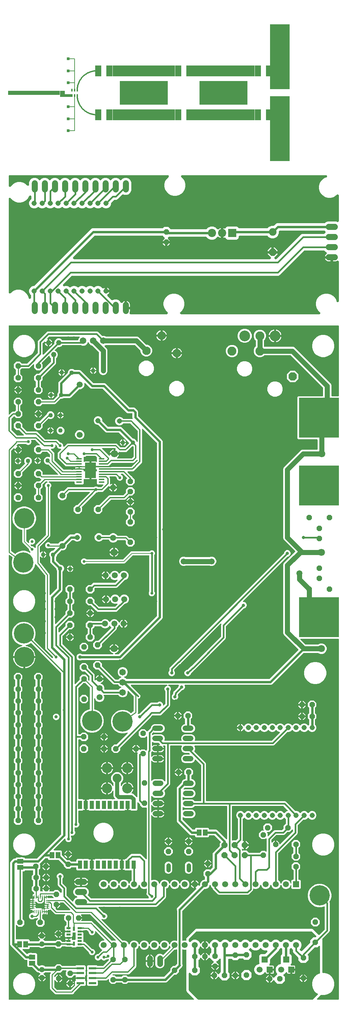
<source format=gbr>
G04 EAGLE Gerber X2 export*
G75*
%MOMM*%
%FSLAX34Y34*%
%LPD*%
%AMOC8*
5,1,8,0,0,1.08239X$1,22.5*%
G01*
%ADD10R,15.600000X2.700000*%
%ADD11R,2.700000X0.300000*%
%ADD12R,12.000000X5.900000*%
%ADD13R,5.000000X16.350000*%
%ADD14R,2.200000X0.800000*%
%ADD15R,1.200000X1.650000*%
%ADD16R,5.550000X1.000000*%
%ADD17R,7.350000X1.000000*%
%ADD18R,0.100000X1.000000*%
%ADD19R,0.050000X1.000000*%
%ADD20P,1.429621X8X112.500000*%
%ADD21P,1.429621X8X202.500000*%
%ADD22P,1.429621X8X292.500000*%
%ADD23P,1.429621X8X22.500000*%
%ADD24C,1.117600*%
%ADD25R,1.498600X1.498600*%
%ADD26C,1.498600*%
%ADD27C,1.320800*%
%ADD28C,1.524000*%
%ADD29R,1.900000X0.600000*%
%ADD30R,0.279400X0.914400*%
%ADD31R,0.914400X0.279400*%
%ADD32R,1.117600X0.508000*%
%ADD33R,0.508000X1.117600*%
%ADD34C,1.320800*%
%ADD35R,1.000000X2.000000*%
%ADD36C,1.308000*%
%ADD37R,1.473200X0.355600*%
%ADD38R,2.743200X3.860800*%
%ADD39C,1.108000*%
%ADD40C,1.508000*%
%ADD41C,2.100000*%
%ADD42C,1.650000*%
%ADD43C,2.250000*%
%ADD44C,2.700000*%
%ADD45P,2.273019X8X202.500000*%
%ADD46P,1.649562X8X22.500000*%
%ADD47C,2.550000*%
%ADD48C,1.800000*%
%ADD49C,5.080000*%
%ADD50C,0.762000*%
%ADD51R,1.600200X1.168400*%
%ADD52R,1.168400X1.600200*%
%ADD53R,10.000000X10.000000*%
%ADD54R,2.057400X2.057400*%
%ADD55C,2.057400*%
%ADD56C,1.905000*%
%ADD57P,2.061953X8X292.500000*%
%ADD58R,0.300000X0.800000*%
%ADD59R,1.600000X2.700000*%
%ADD60C,1.422400*%
%ADD61C,0.609600*%
%ADD62C,0.756400*%
%ADD63C,0.406400*%
%ADD64C,0.254000*%
%ADD65C,0.706400*%
%ADD66C,0.806400*%
%ADD67C,0.304800*%
%ADD68C,1.270000*%
%ADD69C,0.200000*%
%ADD70C,0.152400*%
%ADD71C,1.016000*%
%ADD72C,1.500000*%
%ADD73C,0.508000*%
%ADD74C,0.906400*%
%ADD75C,0.160000*%
%ADD76R,0.756400X0.756400*%

G36*
X285377Y787700D02*
X285377Y787700D01*
X285407Y787698D01*
X285534Y787720D01*
X285663Y787737D01*
X285691Y787747D01*
X285720Y787752D01*
X285838Y787806D01*
X285959Y787854D01*
X285983Y787871D01*
X286010Y787883D01*
X286111Y787964D01*
X286216Y788040D01*
X286235Y788063D01*
X286258Y788082D01*
X286336Y788185D01*
X286419Y788285D01*
X286432Y788312D01*
X286450Y788336D01*
X286521Y788480D01*
X286560Y788576D01*
X290024Y792040D01*
X292650Y793127D01*
X292770Y793196D01*
X292893Y793261D01*
X292908Y793275D01*
X292926Y793285D01*
X293026Y793382D01*
X293129Y793475D01*
X293140Y793492D01*
X293154Y793506D01*
X293227Y793625D01*
X293303Y793741D01*
X293310Y793760D01*
X293320Y793777D01*
X293361Y793910D01*
X293407Y794042D01*
X293408Y794062D01*
X293414Y794081D01*
X293421Y794220D01*
X293432Y794359D01*
X293428Y794379D01*
X293429Y794399D01*
X293401Y794535D01*
X293377Y794672D01*
X293369Y794691D01*
X293365Y794710D01*
X293304Y794836D01*
X293247Y794962D01*
X293234Y794978D01*
X293225Y794996D01*
X293135Y795102D01*
X293048Y795210D01*
X293032Y795223D01*
X293019Y795238D01*
X292905Y795318D01*
X292794Y795402D01*
X292769Y795414D01*
X292759Y795421D01*
X292740Y795428D01*
X292650Y795473D01*
X290024Y796560D01*
X286560Y800024D01*
X286272Y800720D01*
X286257Y800745D01*
X286248Y800773D01*
X286179Y800883D01*
X286114Y800996D01*
X286094Y801017D01*
X286078Y801042D01*
X285984Y801131D01*
X285893Y801224D01*
X285868Y801240D01*
X285846Y801260D01*
X285733Y801323D01*
X285622Y801391D01*
X285594Y801399D01*
X285568Y801414D01*
X285442Y801446D01*
X285318Y801484D01*
X285289Y801486D01*
X285260Y801493D01*
X285099Y801503D01*
X274787Y801503D01*
X272546Y802431D01*
X236418Y838560D01*
X236340Y838620D01*
X236268Y838688D01*
X236215Y838717D01*
X236167Y838754D01*
X236076Y838794D01*
X235990Y838842D01*
X235931Y838857D01*
X235875Y838881D01*
X235777Y838896D01*
X235682Y838921D01*
X235582Y838927D01*
X235561Y838931D01*
X235549Y838929D01*
X235521Y838931D01*
X229581Y838931D01*
X223331Y845181D01*
X223331Y854019D01*
X229581Y860269D01*
X238419Y860269D01*
X244669Y854019D01*
X244669Y848079D01*
X244681Y847981D01*
X244684Y847882D01*
X244701Y847824D01*
X244709Y847764D01*
X244745Y847671D01*
X244773Y847576D01*
X244803Y847524D01*
X244826Y847468D01*
X244884Y847388D01*
X244934Y847302D01*
X245000Y847227D01*
X245012Y847211D01*
X245022Y847203D01*
X245040Y847182D01*
X278154Y814068D01*
X278232Y814008D01*
X278304Y813940D01*
X278357Y813911D01*
X278405Y813874D01*
X278496Y813834D01*
X278582Y813786D01*
X278641Y813771D01*
X278697Y813747D01*
X278795Y813732D01*
X278890Y813707D01*
X278990Y813701D01*
X279011Y813697D01*
X279023Y813699D01*
X279051Y813697D01*
X285755Y813697D01*
X285854Y813709D01*
X285953Y813712D01*
X286011Y813729D01*
X286071Y813737D01*
X286163Y813773D01*
X286258Y813801D01*
X286310Y813831D01*
X286367Y813854D01*
X286447Y813912D01*
X286532Y813962D01*
X286607Y814028D01*
X286624Y814040D01*
X286632Y814050D01*
X286653Y814068D01*
X290024Y817440D01*
X292650Y818527D01*
X292770Y818596D01*
X292893Y818661D01*
X292908Y818675D01*
X292926Y818685D01*
X293026Y818782D01*
X293129Y818875D01*
X293140Y818892D01*
X293154Y818906D01*
X293227Y819024D01*
X293303Y819141D01*
X293310Y819160D01*
X293320Y819177D01*
X293361Y819310D01*
X293407Y819442D01*
X293408Y819462D01*
X293414Y819481D01*
X293421Y819620D01*
X293432Y819759D01*
X293428Y819779D01*
X293429Y819799D01*
X293401Y819935D01*
X293377Y820072D01*
X293369Y820090D01*
X293365Y820110D01*
X293304Y820236D01*
X293247Y820362D01*
X293234Y820378D01*
X293225Y820396D01*
X293135Y820502D01*
X293048Y820610D01*
X293032Y820623D01*
X293019Y820638D01*
X292905Y820718D01*
X292794Y820802D01*
X292769Y820814D01*
X292759Y820821D01*
X292740Y820828D01*
X292650Y820873D01*
X290024Y821960D01*
X286560Y825424D01*
X284685Y829950D01*
X284685Y834850D01*
X286560Y839376D01*
X290024Y842840D01*
X294550Y844715D01*
X299450Y844715D01*
X303976Y842840D01*
X307440Y839376D01*
X309315Y834850D01*
X309315Y829950D01*
X307440Y825424D01*
X303976Y821960D01*
X301350Y820873D01*
X301230Y820804D01*
X301107Y820739D01*
X301092Y820725D01*
X301074Y820715D01*
X300974Y820618D01*
X300871Y820525D01*
X300860Y820508D01*
X300846Y820494D01*
X300773Y820375D01*
X300697Y820259D01*
X300690Y820240D01*
X300680Y820223D01*
X300639Y820090D01*
X300593Y819958D01*
X300592Y819938D01*
X300586Y819919D01*
X300579Y819780D01*
X300568Y819641D01*
X300572Y819621D01*
X300571Y819601D01*
X300599Y819465D01*
X300623Y819328D01*
X300631Y819309D01*
X300635Y819290D01*
X300696Y819164D01*
X300753Y819038D01*
X300766Y819022D01*
X300775Y819004D01*
X300865Y818898D01*
X300952Y818790D01*
X300968Y818777D01*
X300981Y818762D01*
X301095Y818682D01*
X301206Y818598D01*
X301231Y818586D01*
X301241Y818579D01*
X301260Y818572D01*
X301350Y818527D01*
X303976Y817440D01*
X306331Y815084D01*
X306409Y815024D01*
X306482Y814956D01*
X306535Y814927D01*
X306582Y814890D01*
X306673Y814850D01*
X306760Y814802D01*
X306819Y814787D01*
X306874Y814763D01*
X306972Y814748D01*
X307068Y814723D01*
X307168Y814717D01*
X307188Y814713D01*
X307201Y814715D01*
X307229Y814713D01*
X664128Y814713D01*
X664226Y814725D01*
X664325Y814728D01*
X664384Y814745D01*
X664444Y814753D01*
X664536Y814789D01*
X664631Y814817D01*
X664683Y814847D01*
X664739Y814870D01*
X664819Y814928D01*
X664905Y814978D01*
X664980Y815044D01*
X664997Y815056D01*
X665004Y815066D01*
X665026Y815084D01*
X737609Y887668D01*
X737682Y887762D01*
X737760Y887851D01*
X737779Y887887D01*
X737804Y887919D01*
X737851Y888028D01*
X737905Y888134D01*
X737914Y888174D01*
X737930Y888211D01*
X737949Y888328D01*
X737975Y888444D01*
X737974Y888485D01*
X737980Y888525D01*
X737969Y888643D01*
X737965Y888762D01*
X737954Y888801D01*
X737950Y888841D01*
X737910Y888954D01*
X737877Y889068D01*
X737856Y889103D01*
X737842Y889141D01*
X737776Y889239D01*
X737715Y889342D01*
X737675Y889387D01*
X737664Y889404D01*
X737649Y889417D01*
X737609Y889463D01*
X701171Y925901D01*
X699585Y929728D01*
X699585Y1102072D01*
X701171Y1105899D01*
X729374Y1134103D01*
X729447Y1134197D01*
X729526Y1134286D01*
X729544Y1134322D01*
X729569Y1134354D01*
X729616Y1134463D01*
X729670Y1134569D01*
X729679Y1134608D01*
X729695Y1134646D01*
X729714Y1134763D01*
X729740Y1134879D01*
X729739Y1134920D01*
X729745Y1134960D01*
X729734Y1135078D01*
X729730Y1135197D01*
X729719Y1135236D01*
X729715Y1135276D01*
X729675Y1135389D01*
X729642Y1135503D01*
X729621Y1135538D01*
X729608Y1135576D01*
X729541Y1135674D01*
X729480Y1135777D01*
X729440Y1135822D01*
X729429Y1135839D01*
X729414Y1135852D01*
X729374Y1135898D01*
X704279Y1160992D01*
X701171Y1164101D01*
X699585Y1167928D01*
X699585Y1342072D01*
X701171Y1345899D01*
X743501Y1388229D01*
X747328Y1389815D01*
X784316Y1389815D01*
X784434Y1389830D01*
X784553Y1389837D01*
X784591Y1389850D01*
X784632Y1389855D01*
X784742Y1389898D01*
X784855Y1389935D01*
X784890Y1389957D01*
X784927Y1389972D01*
X785023Y1390041D01*
X785124Y1390105D01*
X785152Y1390135D01*
X785185Y1390158D01*
X785261Y1390250D01*
X785342Y1390337D01*
X785362Y1390372D01*
X785387Y1390403D01*
X785438Y1390511D01*
X785496Y1390615D01*
X785506Y1390655D01*
X785523Y1390691D01*
X785545Y1390808D01*
X785575Y1390923D01*
X785579Y1390983D01*
X785583Y1391003D01*
X785581Y1391024D01*
X785585Y1391084D01*
X785585Y1414666D01*
X785570Y1414784D01*
X785563Y1414903D01*
X785550Y1414941D01*
X785545Y1414982D01*
X785502Y1415092D01*
X785465Y1415205D01*
X785443Y1415240D01*
X785428Y1415277D01*
X785359Y1415373D01*
X785295Y1415474D01*
X785265Y1415502D01*
X785242Y1415535D01*
X785150Y1415611D01*
X785063Y1415692D01*
X785028Y1415712D01*
X784997Y1415737D01*
X784889Y1415788D01*
X784785Y1415846D01*
X784745Y1415856D01*
X784709Y1415873D01*
X784592Y1415895D01*
X784477Y1415925D01*
X784417Y1415929D01*
X784397Y1415933D01*
X784376Y1415931D01*
X784316Y1415935D01*
X737316Y1415935D01*
X734935Y1418316D01*
X734935Y1521684D01*
X737316Y1524065D01*
X798316Y1524065D01*
X798434Y1524080D01*
X798553Y1524087D01*
X798591Y1524100D01*
X798632Y1524105D01*
X798742Y1524148D01*
X798855Y1524185D01*
X798890Y1524207D01*
X798927Y1524222D01*
X799023Y1524291D01*
X799124Y1524355D01*
X799152Y1524385D01*
X799185Y1524408D01*
X799261Y1524500D01*
X799342Y1524587D01*
X799362Y1524622D01*
X799387Y1524653D01*
X799438Y1524761D01*
X799496Y1524865D01*
X799506Y1524905D01*
X799523Y1524941D01*
X799545Y1525058D01*
X799575Y1525173D01*
X799579Y1525233D01*
X799583Y1525253D01*
X799581Y1525274D01*
X799585Y1525334D01*
X799585Y1545160D01*
X799573Y1545259D01*
X799570Y1545358D01*
X799553Y1545416D01*
X799545Y1545476D01*
X799509Y1545568D01*
X799481Y1545663D01*
X799451Y1545715D01*
X799428Y1545772D01*
X799370Y1545852D01*
X799320Y1545937D01*
X799254Y1546012D01*
X799242Y1546029D01*
X799232Y1546037D01*
X799214Y1546058D01*
X718658Y1626614D01*
X718580Y1626674D01*
X718507Y1626742D01*
X718454Y1626771D01*
X718407Y1626808D01*
X718316Y1626848D01*
X718229Y1626896D01*
X718170Y1626911D01*
X718115Y1626935D01*
X718017Y1626950D01*
X717921Y1626975D01*
X717821Y1626981D01*
X717801Y1626985D01*
X717788Y1626983D01*
X717760Y1626985D01*
X652819Y1626985D01*
X652721Y1626973D01*
X652622Y1626970D01*
X652564Y1626953D01*
X652504Y1626945D01*
X652412Y1626909D01*
X652317Y1626881D01*
X652264Y1626851D01*
X652208Y1626828D01*
X652128Y1626770D01*
X652043Y1626720D01*
X651967Y1626654D01*
X651951Y1626642D01*
X651943Y1626632D01*
X651922Y1626614D01*
X649725Y1624417D01*
X644096Y1622085D01*
X638004Y1622085D01*
X632375Y1624417D01*
X628067Y1628725D01*
X625735Y1634354D01*
X625735Y1640446D01*
X628067Y1646075D01*
X630264Y1648272D01*
X630324Y1648350D01*
X630392Y1648422D01*
X630421Y1648475D01*
X630458Y1648523D01*
X630498Y1648614D01*
X630546Y1648701D01*
X630561Y1648759D01*
X630585Y1648815D01*
X630600Y1648913D01*
X630625Y1649009D01*
X630631Y1649109D01*
X630635Y1649129D01*
X630633Y1649141D01*
X630635Y1649169D01*
X630635Y1663731D01*
X630623Y1663829D01*
X630620Y1663928D01*
X630603Y1663986D01*
X630595Y1664046D01*
X630559Y1664138D01*
X630531Y1664233D01*
X630501Y1664286D01*
X630478Y1664342D01*
X630420Y1664422D01*
X630370Y1664507D01*
X630304Y1664583D01*
X630292Y1664599D01*
X630282Y1664607D01*
X630264Y1664628D01*
X628067Y1666825D01*
X625735Y1672454D01*
X625735Y1678546D01*
X628067Y1684175D01*
X632375Y1688483D01*
X638004Y1690815D01*
X644096Y1690815D01*
X649725Y1688483D01*
X654033Y1684175D01*
X656365Y1678546D01*
X656365Y1672454D01*
X654033Y1666825D01*
X651836Y1664628D01*
X651776Y1664550D01*
X651708Y1664478D01*
X651679Y1664425D01*
X651642Y1664377D01*
X651602Y1664286D01*
X651554Y1664199D01*
X651539Y1664141D01*
X651515Y1664085D01*
X651500Y1663987D01*
X651475Y1663891D01*
X651469Y1663791D01*
X651465Y1663771D01*
X651467Y1663759D01*
X651465Y1663731D01*
X651465Y1649169D01*
X651477Y1649071D01*
X651480Y1648972D01*
X651497Y1648914D01*
X651505Y1648854D01*
X651541Y1648762D01*
X651569Y1648667D01*
X651599Y1648614D01*
X651622Y1648558D01*
X651680Y1648478D01*
X651730Y1648393D01*
X651796Y1648317D01*
X651808Y1648301D01*
X651818Y1648293D01*
X651836Y1648272D01*
X651922Y1648186D01*
X652000Y1648126D01*
X652072Y1648058D01*
X652125Y1648029D01*
X652173Y1647992D01*
X652264Y1647952D01*
X652351Y1647904D01*
X652409Y1647889D01*
X652465Y1647865D01*
X652563Y1647850D01*
X652659Y1647825D01*
X652759Y1647819D01*
X652779Y1647815D01*
X652791Y1647817D01*
X652819Y1647815D01*
X724672Y1647815D01*
X728499Y1646229D01*
X818829Y1555899D01*
X820415Y1552072D01*
X820415Y1525334D01*
X820430Y1525216D01*
X820437Y1525097D01*
X820450Y1525059D01*
X820455Y1525018D01*
X820498Y1524908D01*
X820535Y1524795D01*
X820557Y1524760D01*
X820572Y1524723D01*
X820641Y1524627D01*
X820705Y1524526D01*
X820735Y1524498D01*
X820758Y1524465D01*
X820850Y1524389D01*
X820937Y1524308D01*
X820972Y1524288D01*
X821003Y1524263D01*
X821111Y1524212D01*
X821215Y1524154D01*
X821255Y1524144D01*
X821291Y1524127D01*
X821408Y1524105D01*
X821523Y1524075D01*
X821583Y1524071D01*
X821603Y1524067D01*
X821624Y1524069D01*
X821684Y1524065D01*
X837808Y1524065D01*
X837926Y1524080D01*
X838045Y1524087D01*
X838083Y1524100D01*
X838124Y1524105D01*
X838234Y1524148D01*
X838347Y1524185D01*
X838382Y1524207D01*
X838419Y1524222D01*
X838515Y1524291D01*
X838616Y1524355D01*
X838644Y1524385D01*
X838677Y1524408D01*
X838753Y1524500D01*
X838834Y1524587D01*
X838854Y1524622D01*
X838879Y1524653D01*
X838930Y1524761D01*
X838988Y1524865D01*
X838998Y1524905D01*
X839015Y1524941D01*
X839037Y1525058D01*
X839067Y1525173D01*
X839071Y1525233D01*
X839075Y1525253D01*
X839073Y1525274D01*
X839077Y1525334D01*
X839077Y1700000D01*
X839062Y1700118D01*
X839055Y1700237D01*
X839042Y1700275D01*
X839037Y1700316D01*
X838994Y1700426D01*
X838957Y1700539D01*
X838935Y1700574D01*
X838920Y1700611D01*
X838851Y1700707D01*
X838787Y1700808D01*
X838757Y1700836D01*
X838734Y1700869D01*
X838642Y1700945D01*
X838555Y1701026D01*
X838520Y1701046D01*
X838489Y1701071D01*
X838381Y1701122D01*
X838277Y1701180D01*
X838237Y1701190D01*
X838201Y1701207D01*
X838084Y1701229D01*
X837969Y1701259D01*
X837909Y1701263D01*
X837889Y1701267D01*
X837868Y1701265D01*
X837808Y1701269D01*
X12192Y1701269D01*
X12074Y1701254D01*
X11955Y1701247D01*
X11917Y1701234D01*
X11876Y1701229D01*
X11766Y1701186D01*
X11653Y1701149D01*
X11618Y1701127D01*
X11581Y1701112D01*
X11485Y1701043D01*
X11384Y1700979D01*
X11356Y1700949D01*
X11323Y1700926D01*
X11247Y1700834D01*
X11166Y1700747D01*
X11146Y1700712D01*
X11121Y1700681D01*
X11070Y1700573D01*
X11012Y1700469D01*
X11002Y1700429D01*
X10985Y1700393D01*
X10963Y1700276D01*
X10933Y1700161D01*
X10929Y1700101D01*
X10925Y1700081D01*
X10927Y1700060D01*
X10923Y1700000D01*
X10923Y1479445D01*
X10938Y1479326D01*
X10945Y1479208D01*
X10951Y1479189D01*
X10953Y1479168D01*
X10960Y1479149D01*
X10963Y1479129D01*
X11007Y1479017D01*
X11043Y1478906D01*
X11054Y1478889D01*
X11061Y1478869D01*
X11072Y1478852D01*
X11080Y1478833D01*
X11151Y1478735D01*
X11213Y1478637D01*
X11227Y1478624D01*
X11239Y1478606D01*
X11255Y1478592D01*
X11266Y1478576D01*
X11361Y1478497D01*
X11445Y1478419D01*
X11461Y1478410D01*
X11478Y1478395D01*
X11496Y1478386D01*
X11511Y1478373D01*
X11624Y1478320D01*
X11723Y1478265D01*
X11742Y1478261D01*
X11761Y1478251D01*
X11781Y1478246D01*
X11799Y1478238D01*
X11922Y1478214D01*
X12031Y1478186D01*
X12057Y1478184D01*
X12071Y1478181D01*
X12092Y1478182D01*
X12111Y1478178D01*
X12135Y1478179D01*
X12192Y1478176D01*
X12287Y1478188D01*
X12389Y1478191D01*
X12409Y1478196D01*
X12429Y1478198D01*
X12469Y1478211D01*
X12508Y1478216D01*
X12597Y1478251D01*
X12695Y1478279D01*
X12712Y1478289D01*
X12731Y1478296D01*
X12767Y1478318D01*
X12804Y1478333D01*
X12883Y1478390D01*
X12969Y1478441D01*
X12990Y1478459D01*
X13000Y1478466D01*
X13014Y1478481D01*
X13045Y1478508D01*
X13061Y1478519D01*
X13069Y1478529D01*
X13089Y1478547D01*
X17530Y1482987D01*
X19280Y1484738D01*
X21334Y1485589D01*
X24575Y1485589D01*
X24673Y1485601D01*
X24772Y1485604D01*
X24831Y1485621D01*
X24891Y1485629D01*
X24983Y1485665D01*
X25078Y1485693D01*
X25130Y1485723D01*
X25186Y1485746D01*
X25266Y1485804D01*
X25352Y1485854D01*
X25427Y1485920D01*
X25444Y1485932D01*
X25452Y1485942D01*
X25473Y1485960D01*
X28894Y1489381D01*
X28954Y1489460D01*
X29022Y1489532D01*
X29051Y1489585D01*
X29088Y1489633D01*
X29128Y1489724D01*
X29176Y1489810D01*
X29191Y1489869D01*
X29215Y1489924D01*
X29230Y1490022D01*
X29255Y1490118D01*
X29261Y1490218D01*
X29265Y1490239D01*
X29263Y1490251D01*
X29265Y1490279D01*
X29265Y1499721D01*
X29253Y1499819D01*
X29250Y1499918D01*
X29233Y1499977D01*
X29225Y1500037D01*
X29189Y1500129D01*
X29161Y1500224D01*
X29131Y1500276D01*
X29108Y1500332D01*
X29050Y1500413D01*
X29000Y1500498D01*
X28934Y1500573D01*
X28922Y1500590D01*
X28912Y1500598D01*
X28894Y1500619D01*
X23931Y1505581D01*
X23931Y1514419D01*
X30181Y1520669D01*
X39019Y1520669D01*
X45269Y1514419D01*
X45269Y1505581D01*
X40306Y1500619D01*
X40246Y1500540D01*
X40178Y1500468D01*
X40149Y1500415D01*
X40112Y1500367D01*
X40072Y1500276D01*
X40024Y1500190D01*
X40009Y1500131D01*
X39985Y1500076D01*
X39970Y1499978D01*
X39945Y1499882D01*
X39939Y1499782D01*
X39935Y1499761D01*
X39937Y1499749D01*
X39935Y1499721D01*
X39935Y1490279D01*
X39947Y1490181D01*
X39950Y1490082D01*
X39967Y1490023D01*
X39975Y1489963D01*
X40011Y1489871D01*
X40039Y1489776D01*
X40069Y1489724D01*
X40092Y1489668D01*
X40150Y1489587D01*
X40200Y1489502D01*
X40266Y1489427D01*
X40278Y1489410D01*
X40288Y1489402D01*
X40306Y1489381D01*
X45269Y1484419D01*
X45269Y1475581D01*
X39019Y1469331D01*
X30181Y1469331D01*
X25828Y1473684D01*
X25734Y1473757D01*
X25645Y1473836D01*
X25609Y1473854D01*
X25577Y1473879D01*
X25468Y1473926D01*
X25362Y1473980D01*
X25322Y1473989D01*
X25285Y1474005D01*
X25168Y1474024D01*
X25052Y1474050D01*
X25011Y1474049D01*
X24971Y1474055D01*
X24853Y1474044D01*
X24734Y1474040D01*
X24695Y1474029D01*
X24655Y1474025D01*
X24542Y1473985D01*
X24428Y1473952D01*
X24393Y1473931D01*
X24355Y1473917D01*
X24257Y1473851D01*
X24154Y1473790D01*
X24109Y1473750D01*
X24092Y1473739D01*
X24079Y1473724D01*
X24033Y1473684D01*
X18406Y1468057D01*
X18346Y1467979D01*
X18278Y1467906D01*
X18249Y1467853D01*
X18212Y1467806D01*
X18172Y1467715D01*
X18124Y1467628D01*
X18109Y1467569D01*
X18085Y1467514D01*
X18070Y1467416D01*
X18045Y1467320D01*
X18039Y1467220D01*
X18035Y1467200D01*
X18037Y1467187D01*
X18035Y1467159D01*
X18035Y1440395D01*
X18047Y1440296D01*
X18050Y1440197D01*
X18067Y1440139D01*
X18075Y1440079D01*
X18111Y1439987D01*
X18139Y1439892D01*
X18169Y1439840D01*
X18192Y1439783D01*
X18250Y1439703D01*
X18300Y1439618D01*
X18366Y1439543D01*
X18378Y1439526D01*
X18388Y1439518D01*
X18406Y1439497D01*
X31943Y1425960D01*
X32021Y1425900D01*
X32094Y1425832D01*
X32147Y1425803D01*
X32194Y1425766D01*
X32285Y1425726D01*
X32372Y1425678D01*
X32431Y1425663D01*
X32486Y1425639D01*
X32584Y1425624D01*
X32680Y1425599D01*
X32780Y1425593D01*
X32800Y1425589D01*
X32813Y1425591D01*
X32841Y1425589D01*
X48043Y1425589D01*
X48181Y1425606D01*
X48320Y1425619D01*
X48339Y1425626D01*
X48359Y1425629D01*
X48488Y1425680D01*
X48619Y1425727D01*
X48636Y1425738D01*
X48655Y1425746D01*
X48767Y1425827D01*
X48882Y1425905D01*
X48896Y1425921D01*
X48912Y1425932D01*
X49001Y1426040D01*
X49093Y1426144D01*
X49102Y1426162D01*
X49115Y1426177D01*
X49174Y1426303D01*
X49237Y1426427D01*
X49242Y1426447D01*
X49250Y1426465D01*
X49276Y1426601D01*
X49307Y1426737D01*
X49306Y1426758D01*
X49310Y1426777D01*
X49301Y1426916D01*
X49297Y1427055D01*
X49292Y1427075D01*
X49290Y1427095D01*
X49248Y1427227D01*
X49209Y1427361D01*
X49199Y1427378D01*
X49192Y1427397D01*
X49118Y1427515D01*
X49047Y1427635D01*
X49029Y1427656D01*
X49022Y1427666D01*
X49007Y1427680D01*
X48941Y1427755D01*
X37737Y1438960D01*
X37659Y1439020D01*
X37586Y1439088D01*
X37533Y1439117D01*
X37486Y1439154D01*
X37395Y1439194D01*
X37308Y1439242D01*
X37249Y1439257D01*
X37194Y1439281D01*
X37096Y1439296D01*
X37000Y1439321D01*
X36900Y1439327D01*
X36880Y1439331D01*
X36867Y1439329D01*
X36839Y1439331D01*
X30181Y1439331D01*
X23931Y1445581D01*
X23931Y1454419D01*
X30181Y1460669D01*
X39019Y1460669D01*
X45269Y1454419D01*
X45269Y1447761D01*
X45281Y1447662D01*
X45284Y1447563D01*
X45301Y1447505D01*
X45309Y1447445D01*
X45345Y1447353D01*
X45373Y1447258D01*
X45403Y1447206D01*
X45426Y1447149D01*
X45484Y1447069D01*
X45534Y1446984D01*
X45600Y1446909D01*
X45612Y1446892D01*
X45622Y1446884D01*
X45640Y1446863D01*
X56543Y1435960D01*
X56621Y1435900D01*
X56694Y1435832D01*
X56747Y1435803D01*
X56794Y1435766D01*
X56885Y1435726D01*
X56972Y1435678D01*
X57031Y1435663D01*
X57086Y1435639D01*
X57184Y1435624D01*
X57280Y1435599D01*
X57380Y1435593D01*
X57400Y1435589D01*
X57413Y1435591D01*
X57441Y1435589D01*
X81112Y1435589D01*
X83166Y1434738D01*
X101943Y1415960D01*
X102021Y1415900D01*
X102094Y1415832D01*
X102147Y1415803D01*
X102194Y1415766D01*
X102285Y1415726D01*
X102372Y1415678D01*
X102431Y1415663D01*
X102486Y1415639D01*
X102584Y1415624D01*
X102680Y1415599D01*
X102780Y1415593D01*
X102800Y1415589D01*
X102813Y1415591D01*
X102841Y1415589D01*
X131112Y1415589D01*
X133166Y1414738D01*
X139685Y1408218D01*
X139763Y1408158D01*
X139836Y1408090D01*
X139889Y1408061D01*
X139936Y1408024D01*
X140027Y1407984D01*
X140114Y1407936D01*
X140173Y1407921D01*
X140228Y1407897D01*
X140326Y1407882D01*
X140422Y1407857D01*
X140522Y1407851D01*
X140542Y1407847D01*
X140555Y1407849D01*
X140583Y1407847D01*
X141561Y1407847D01*
X144445Y1406652D01*
X146652Y1404445D01*
X147847Y1401561D01*
X147847Y1398815D01*
X147864Y1398677D01*
X147877Y1398538D01*
X147884Y1398519D01*
X147887Y1398499D01*
X147938Y1398370D01*
X147985Y1398239D01*
X147996Y1398222D01*
X148004Y1398203D01*
X148085Y1398091D01*
X148163Y1397976D01*
X148179Y1397962D01*
X148190Y1397946D01*
X148298Y1397857D01*
X148402Y1397765D01*
X148420Y1397756D01*
X148435Y1397743D01*
X148561Y1397684D01*
X148685Y1397621D01*
X148705Y1397616D01*
X148723Y1397608D01*
X148859Y1397582D01*
X148995Y1397551D01*
X149016Y1397552D01*
X149035Y1397548D01*
X149174Y1397557D01*
X149313Y1397561D01*
X149333Y1397566D01*
X149353Y1397568D01*
X149485Y1397610D01*
X149619Y1397649D01*
X149636Y1397659D01*
X149655Y1397666D01*
X149773Y1397740D01*
X149893Y1397811D01*
X149914Y1397829D01*
X149924Y1397836D01*
X149938Y1397851D01*
X150013Y1397917D01*
X155084Y1402987D01*
X156834Y1404738D01*
X158888Y1405589D01*
X281112Y1405589D01*
X283166Y1404738D01*
X291943Y1395960D01*
X292021Y1395900D01*
X292094Y1395832D01*
X292147Y1395803D01*
X292194Y1395766D01*
X292285Y1395726D01*
X292372Y1395678D01*
X292431Y1395663D01*
X292486Y1395639D01*
X292584Y1395624D01*
X292680Y1395599D01*
X292780Y1395593D01*
X292800Y1395589D01*
X292813Y1395591D01*
X292841Y1395589D01*
X301659Y1395589D01*
X301758Y1395601D01*
X301857Y1395604D01*
X301915Y1395621D01*
X301975Y1395629D01*
X302067Y1395665D01*
X302162Y1395693D01*
X302214Y1395723D01*
X302271Y1395746D01*
X302351Y1395804D01*
X302436Y1395854D01*
X302511Y1395920D01*
X302528Y1395932D01*
X302536Y1395942D01*
X302557Y1395960D01*
X312524Y1405927D01*
X312584Y1406005D01*
X312652Y1406078D01*
X312681Y1406131D01*
X312718Y1406178D01*
X312758Y1406269D01*
X312806Y1406356D01*
X312821Y1406415D01*
X312845Y1406470D01*
X312860Y1406568D01*
X312885Y1406664D01*
X312891Y1406764D01*
X312895Y1406784D01*
X312893Y1406797D01*
X312895Y1406825D01*
X312895Y1407020D01*
X312883Y1407118D01*
X312880Y1407217D01*
X312863Y1407276D01*
X312855Y1407336D01*
X312819Y1407428D01*
X312791Y1407523D01*
X312761Y1407575D01*
X312738Y1407631D01*
X312680Y1407711D01*
X312630Y1407797D01*
X312564Y1407872D01*
X312552Y1407889D01*
X312542Y1407896D01*
X312524Y1407918D01*
X305815Y1414626D01*
X305787Y1414648D01*
X305764Y1414674D01*
X305662Y1414745D01*
X305563Y1414821D01*
X305531Y1414835D01*
X305502Y1414855D01*
X305386Y1414898D01*
X305272Y1414948D01*
X305237Y1414953D01*
X305204Y1414965D01*
X305081Y1414978D01*
X304957Y1414998D01*
X304922Y1414994D01*
X304888Y1414998D01*
X304765Y1414979D01*
X304641Y1414968D01*
X304608Y1414956D01*
X304573Y1414951D01*
X304459Y1414902D01*
X304367Y1414869D01*
X304397Y1414921D01*
X304407Y1414955D01*
X304423Y1414986D01*
X304450Y1415108D01*
X304484Y1415227D01*
X304485Y1415262D01*
X304492Y1415296D01*
X304489Y1415421D01*
X304492Y1415545D01*
X304484Y1415579D01*
X304483Y1415614D01*
X304448Y1415734D01*
X304420Y1415855D01*
X304404Y1415886D01*
X304394Y1415920D01*
X304331Y1416027D01*
X304274Y1416138D01*
X304251Y1416164D01*
X304233Y1416194D01*
X304126Y1416315D01*
X287926Y1432516D01*
X287847Y1432576D01*
X287775Y1432644D01*
X287722Y1432673D01*
X287674Y1432710D01*
X287583Y1432750D01*
X287497Y1432798D01*
X287438Y1432813D01*
X287382Y1432837D01*
X287284Y1432852D01*
X287189Y1432877D01*
X287089Y1432883D01*
X287068Y1432887D01*
X287056Y1432885D01*
X287028Y1432887D01*
X256601Y1432887D01*
X253987Y1433970D01*
X235827Y1452130D01*
X235749Y1452191D01*
X235676Y1452259D01*
X235623Y1452288D01*
X235576Y1452325D01*
X235485Y1452365D01*
X235398Y1452412D01*
X235339Y1452427D01*
X235284Y1452452D01*
X235186Y1452467D01*
X235090Y1452492D01*
X234990Y1452498D01*
X234970Y1452501D01*
X234957Y1452500D01*
X234929Y1452502D01*
X232800Y1452502D01*
X228902Y1454116D01*
X225919Y1457100D01*
X224305Y1460997D01*
X224305Y1465216D01*
X225919Y1469114D01*
X228902Y1472097D01*
X232800Y1473711D01*
X237019Y1473711D01*
X240916Y1472097D01*
X243900Y1469114D01*
X245514Y1465216D01*
X245514Y1463087D01*
X245526Y1462988D01*
X245529Y1462889D01*
X245546Y1462831D01*
X245554Y1462771D01*
X245590Y1462679D01*
X245618Y1462584D01*
X245649Y1462532D01*
X245671Y1462475D01*
X245729Y1462395D01*
X245779Y1462310D01*
X245846Y1462235D01*
X245858Y1462218D01*
X245867Y1462210D01*
X245886Y1462189D01*
X260590Y1447484D01*
X260669Y1447424D01*
X260741Y1447356D01*
X260794Y1447327D01*
X260842Y1447290D01*
X260933Y1447250D01*
X261019Y1447202D01*
X261078Y1447187D01*
X261134Y1447163D01*
X261232Y1447148D01*
X261327Y1447123D01*
X261427Y1447117D01*
X261448Y1447113D01*
X261460Y1447115D01*
X261488Y1447113D01*
X291915Y1447113D01*
X294529Y1446030D01*
X322582Y1417976D01*
X322661Y1417916D01*
X322733Y1417848D01*
X322786Y1417819D01*
X322834Y1417782D01*
X322925Y1417742D01*
X323011Y1417694D01*
X323070Y1417679D01*
X323126Y1417655D01*
X323224Y1417640D01*
X323319Y1417615D01*
X323419Y1417609D01*
X323440Y1417605D01*
X323452Y1417607D01*
X323480Y1417605D01*
X324411Y1417605D01*
X327941Y1416143D01*
X330643Y1413441D01*
X331969Y1410237D01*
X332004Y1410177D01*
X332030Y1410112D01*
X332082Y1410039D01*
X332127Y1409961D01*
X332176Y1409911D01*
X332216Y1409854D01*
X332286Y1409797D01*
X332348Y1409733D01*
X332408Y1409696D01*
X332461Y1409652D01*
X332543Y1409613D01*
X332619Y1409566D01*
X332686Y1409546D01*
X332749Y1409516D01*
X332837Y1409499D01*
X332923Y1409473D01*
X332993Y1409469D01*
X333062Y1409456D01*
X333151Y1409462D01*
X333241Y1409458D01*
X333309Y1409472D01*
X333379Y1409476D01*
X333464Y1409504D01*
X333552Y1409522D01*
X333615Y1409553D01*
X333681Y1409574D01*
X333757Y1409622D01*
X333838Y1409662D01*
X333891Y1409707D01*
X333950Y1409744D01*
X334012Y1409810D01*
X334080Y1409868D01*
X334120Y1409925D01*
X334168Y1409976D01*
X334211Y1410054D01*
X334263Y1410128D01*
X334288Y1410193D01*
X334322Y1410254D01*
X334344Y1410341D01*
X334376Y1410425D01*
X334384Y1410495D01*
X334401Y1410562D01*
X334411Y1410723D01*
X334411Y1437159D01*
X334399Y1437258D01*
X334396Y1437357D01*
X334379Y1437415D01*
X334371Y1437475D01*
X334335Y1437567D01*
X334307Y1437662D01*
X334277Y1437714D01*
X334254Y1437771D01*
X334196Y1437851D01*
X334146Y1437936D01*
X334080Y1438011D01*
X334068Y1438028D01*
X334058Y1438036D01*
X334040Y1438057D01*
X316364Y1455733D01*
X316285Y1455793D01*
X316213Y1455861D01*
X316160Y1455891D01*
X316112Y1455928D01*
X316021Y1455967D01*
X315935Y1456015D01*
X315876Y1456030D01*
X315821Y1456054D01*
X315723Y1456070D01*
X315627Y1456094D01*
X315527Y1456101D01*
X315506Y1456104D01*
X315494Y1456103D01*
X315466Y1456104D01*
X298825Y1456104D01*
X298727Y1456092D01*
X298628Y1456089D01*
X298570Y1456072D01*
X298510Y1456065D01*
X298417Y1456028D01*
X298322Y1456001D01*
X298270Y1455970D01*
X298214Y1455948D01*
X298134Y1455889D01*
X298048Y1455839D01*
X297973Y1455773D01*
X297957Y1455761D01*
X297949Y1455751D01*
X297928Y1455733D01*
X294898Y1452703D01*
X291000Y1451088D01*
X286781Y1451088D01*
X282884Y1452703D01*
X279900Y1455686D01*
X278286Y1459584D01*
X278286Y1463803D01*
X279900Y1467700D01*
X282884Y1470683D01*
X286781Y1472298D01*
X291000Y1472298D01*
X294898Y1470683D01*
X297928Y1467654D01*
X298006Y1467593D01*
X298078Y1467525D01*
X298131Y1467496D01*
X298179Y1467459D01*
X298270Y1467419D01*
X298356Y1467372D01*
X298415Y1467357D01*
X298471Y1467332D01*
X298569Y1467317D01*
X298664Y1467292D01*
X298764Y1467286D01*
X298785Y1467283D01*
X298797Y1467284D01*
X298825Y1467282D01*
X319418Y1467282D01*
X320439Y1466859D01*
X320573Y1466822D01*
X320706Y1466782D01*
X320726Y1466781D01*
X320746Y1466775D01*
X320885Y1466773D01*
X321024Y1466766D01*
X321044Y1466770D01*
X321064Y1466770D01*
X321200Y1466803D01*
X321335Y1466831D01*
X321353Y1466840D01*
X321373Y1466844D01*
X321496Y1466909D01*
X321621Y1466970D01*
X321636Y1466984D01*
X321654Y1466993D01*
X321757Y1467087D01*
X321863Y1467177D01*
X321875Y1467193D01*
X321890Y1467207D01*
X321966Y1467323D01*
X322046Y1467437D01*
X322053Y1467456D01*
X322064Y1467473D01*
X322110Y1467604D01*
X322159Y1467734D01*
X322161Y1467754D01*
X322168Y1467773D01*
X322179Y1467912D01*
X322194Y1468050D01*
X322191Y1468070D01*
X322193Y1468090D01*
X322169Y1468228D01*
X322150Y1468365D01*
X322141Y1468392D01*
X322138Y1468404D01*
X322130Y1468422D01*
X322098Y1468518D01*
X321491Y1469981D01*
X321491Y1480092D01*
X321479Y1480190D01*
X321476Y1480289D01*
X321459Y1480347D01*
X321451Y1480408D01*
X321415Y1480500D01*
X321387Y1480595D01*
X321357Y1480647D01*
X321334Y1480703D01*
X321276Y1480783D01*
X321226Y1480869D01*
X321160Y1480944D01*
X321148Y1480961D01*
X321138Y1480968D01*
X321120Y1480990D01*
X320990Y1481120D01*
X320911Y1481180D01*
X320839Y1481248D01*
X320786Y1481277D01*
X320738Y1481314D01*
X320647Y1481354D01*
X320561Y1481402D01*
X320502Y1481417D01*
X320446Y1481441D01*
X320348Y1481456D01*
X320253Y1481481D01*
X320153Y1481487D01*
X320132Y1481491D01*
X320120Y1481489D01*
X320092Y1481491D01*
X309981Y1481491D01*
X307367Y1482574D01*
X247426Y1542516D01*
X247347Y1542576D01*
X247275Y1542644D01*
X247222Y1542673D01*
X247174Y1542710D01*
X247083Y1542750D01*
X246997Y1542798D01*
X246938Y1542813D01*
X246882Y1542837D01*
X246784Y1542852D01*
X246689Y1542877D01*
X246589Y1542883D01*
X246568Y1542887D01*
X246556Y1542885D01*
X246528Y1542887D01*
X218585Y1542887D01*
X215971Y1543970D01*
X203001Y1556940D01*
X202892Y1557025D01*
X202785Y1557114D01*
X202766Y1557122D01*
X202750Y1557135D01*
X202622Y1557190D01*
X202497Y1557249D01*
X202477Y1557253D01*
X202458Y1557261D01*
X202320Y1557283D01*
X202184Y1557309D01*
X202164Y1557308D01*
X202144Y1557311D01*
X202005Y1557298D01*
X201867Y1557289D01*
X201848Y1557283D01*
X201828Y1557281D01*
X201696Y1557234D01*
X201565Y1557191D01*
X201547Y1557180D01*
X201528Y1557173D01*
X201413Y1557095D01*
X201296Y1557021D01*
X201282Y1557006D01*
X201265Y1556995D01*
X201173Y1556891D01*
X201078Y1556789D01*
X201068Y1556772D01*
X201055Y1556756D01*
X200991Y1556632D01*
X200924Y1556511D01*
X200919Y1556491D01*
X200910Y1556473D01*
X200880Y1556337D01*
X200845Y1556203D01*
X200843Y1556175D01*
X200840Y1556163D01*
X200841Y1556142D01*
X200835Y1556042D01*
X200835Y1551200D01*
X199068Y1546934D01*
X195804Y1543670D01*
X191538Y1541903D01*
X188210Y1541903D01*
X188112Y1541891D01*
X188013Y1541888D01*
X187954Y1541871D01*
X187894Y1541863D01*
X187802Y1541827D01*
X187707Y1541799D01*
X187655Y1541769D01*
X187599Y1541746D01*
X187519Y1541688D01*
X187433Y1541638D01*
X187358Y1541572D01*
X187341Y1541560D01*
X187334Y1541550D01*
X187312Y1541532D01*
X166751Y1520970D01*
X164137Y1519887D01*
X149496Y1519887D01*
X149398Y1519875D01*
X149299Y1519872D01*
X149241Y1519855D01*
X149181Y1519847D01*
X149089Y1519811D01*
X148993Y1519783D01*
X148941Y1519753D01*
X148885Y1519730D01*
X148805Y1519672D01*
X148719Y1519622D01*
X148644Y1519556D01*
X148628Y1519544D01*
X148620Y1519534D01*
X148599Y1519516D01*
X147941Y1518857D01*
X144411Y1517395D01*
X140965Y1517395D01*
X140867Y1517383D01*
X140768Y1517380D01*
X140710Y1517363D01*
X140650Y1517355D01*
X140558Y1517319D01*
X140463Y1517291D01*
X140411Y1517261D01*
X140354Y1517238D01*
X140274Y1517180D01*
X140189Y1517130D01*
X140113Y1517064D01*
X140097Y1517052D01*
X140089Y1517042D01*
X140068Y1517024D01*
X128522Y1505477D01*
X126561Y1504665D01*
X95679Y1504665D01*
X95581Y1504653D01*
X95482Y1504650D01*
X95423Y1504633D01*
X95363Y1504625D01*
X95271Y1504589D01*
X95176Y1504561D01*
X95124Y1504531D01*
X95068Y1504508D01*
X94988Y1504450D01*
X94902Y1504400D01*
X94827Y1504334D01*
X94810Y1504322D01*
X94803Y1504312D01*
X94781Y1504294D01*
X89819Y1499331D01*
X80981Y1499331D01*
X74731Y1505581D01*
X74731Y1514419D01*
X80981Y1520669D01*
X89819Y1520669D01*
X94781Y1515706D01*
X94860Y1515646D01*
X94932Y1515578D01*
X94985Y1515549D01*
X95033Y1515512D01*
X95124Y1515472D01*
X95210Y1515424D01*
X95269Y1515409D01*
X95324Y1515385D01*
X95422Y1515370D01*
X95518Y1515345D01*
X95618Y1515339D01*
X95639Y1515335D01*
X95651Y1515337D01*
X95679Y1515335D01*
X122765Y1515335D01*
X122863Y1515347D01*
X122962Y1515350D01*
X123020Y1515367D01*
X123080Y1515375D01*
X123172Y1515411D01*
X123267Y1515439D01*
X123319Y1515469D01*
X123376Y1515492D01*
X123456Y1515550D01*
X123541Y1515600D01*
X123617Y1515666D01*
X123633Y1515678D01*
X123641Y1515688D01*
X123662Y1515706D01*
X132524Y1524568D01*
X132584Y1524646D01*
X132652Y1524718D01*
X132681Y1524771D01*
X132718Y1524819D01*
X132758Y1524910D01*
X132806Y1524997D01*
X132821Y1525055D01*
X132845Y1525111D01*
X132860Y1525209D01*
X132885Y1525305D01*
X132891Y1525405D01*
X132895Y1525425D01*
X132893Y1525437D01*
X132895Y1525465D01*
X132895Y1528911D01*
X134357Y1532441D01*
X135016Y1533099D01*
X135076Y1533177D01*
X135144Y1533249D01*
X135173Y1533302D01*
X135210Y1533350D01*
X135250Y1533441D01*
X135298Y1533528D01*
X135313Y1533586D01*
X135337Y1533642D01*
X135352Y1533740D01*
X135377Y1533835D01*
X135383Y1533935D01*
X135385Y1533942D01*
X135385Y1533943D01*
X135387Y1533956D01*
X135385Y1533968D01*
X135387Y1533996D01*
X135387Y1557843D01*
X136470Y1560457D01*
X159066Y1583052D01*
X159126Y1583131D01*
X159194Y1583203D01*
X159223Y1583256D01*
X159260Y1583304D01*
X159300Y1583395D01*
X159348Y1583481D01*
X159363Y1583540D01*
X159387Y1583596D01*
X159402Y1583694D01*
X159427Y1583789D01*
X159433Y1583889D01*
X159437Y1583910D01*
X159435Y1583922D01*
X159437Y1583950D01*
X159437Y1584881D01*
X160899Y1588411D01*
X163601Y1591113D01*
X167131Y1592575D01*
X170953Y1592575D01*
X174483Y1591113D01*
X175141Y1590454D01*
X175219Y1590394D01*
X175291Y1590326D01*
X175344Y1590297D01*
X175392Y1590260D01*
X175483Y1590220D01*
X175570Y1590172D01*
X175628Y1590157D01*
X175684Y1590133D01*
X175782Y1590118D01*
X175877Y1590093D01*
X175977Y1590087D01*
X175998Y1590083D01*
X176010Y1590085D01*
X176038Y1590083D01*
X188445Y1590083D01*
X191059Y1589000D01*
X222574Y1557484D01*
X222653Y1557424D01*
X222725Y1557356D01*
X222778Y1557327D01*
X222826Y1557290D01*
X222917Y1557250D01*
X223003Y1557202D01*
X223062Y1557187D01*
X223118Y1557163D01*
X223216Y1557148D01*
X223311Y1557123D01*
X223411Y1557117D01*
X223432Y1557113D01*
X223444Y1557115D01*
X223472Y1557113D01*
X251415Y1557113D01*
X254029Y1556030D01*
X313970Y1496088D01*
X314049Y1496028D01*
X314121Y1495960D01*
X314174Y1495931D01*
X314222Y1495894D01*
X314313Y1495854D01*
X314399Y1495806D01*
X314458Y1495791D01*
X314514Y1495767D01*
X314612Y1495752D01*
X314707Y1495727D01*
X314807Y1495721D01*
X314828Y1495717D01*
X314840Y1495719D01*
X314868Y1495717D01*
X324979Y1495717D01*
X327593Y1494634D01*
X334634Y1487593D01*
X335717Y1484979D01*
X335717Y1474868D01*
X335729Y1474770D01*
X335732Y1474671D01*
X335749Y1474612D01*
X335757Y1474552D01*
X335793Y1474460D01*
X335821Y1474365D01*
X335851Y1474313D01*
X335874Y1474257D01*
X335932Y1474177D01*
X335982Y1474091D01*
X336048Y1474016D01*
X336060Y1473999D01*
X336070Y1473992D01*
X336088Y1473970D01*
X396030Y1414029D01*
X397113Y1411415D01*
X397113Y968585D01*
X396030Y965971D01*
X294029Y863970D01*
X291415Y862887D01*
X195545Y862887D01*
X195536Y862886D01*
X195527Y862887D01*
X195378Y862866D01*
X195230Y862847D01*
X195221Y862844D01*
X195212Y862843D01*
X195059Y862791D01*
X191710Y861403D01*
X188290Y861403D01*
X185130Y862712D01*
X182712Y865130D01*
X181403Y868290D01*
X181403Y871710D01*
X182712Y874870D01*
X185130Y877288D01*
X188290Y878597D01*
X191710Y878597D01*
X195059Y877209D01*
X195068Y877207D01*
X195077Y877202D01*
X195222Y877165D01*
X195366Y877125D01*
X195375Y877125D01*
X195384Y877123D01*
X195545Y877113D01*
X272649Y877113D01*
X272708Y877120D01*
X272768Y877118D01*
X272865Y877140D01*
X272964Y877153D01*
X273020Y877175D01*
X273078Y877188D01*
X273167Y877233D01*
X273260Y877270D01*
X273308Y877305D01*
X273362Y877332D01*
X273436Y877398D01*
X273517Y877456D01*
X273555Y877503D01*
X273600Y877542D01*
X273656Y877625D01*
X273720Y877701D01*
X273746Y877756D01*
X273779Y877805D01*
X273813Y877899D01*
X273855Y877989D01*
X273867Y878048D01*
X273887Y878104D01*
X273897Y878204D01*
X273915Y878301D01*
X273912Y878361D01*
X273917Y878421D01*
X273902Y878520D01*
X273896Y878619D01*
X273877Y878676D01*
X273868Y878735D01*
X273828Y878827D01*
X273797Y878921D01*
X273765Y878972D01*
X273742Y879027D01*
X273681Y879106D01*
X273627Y879190D01*
X273584Y879231D01*
X273547Y879279D01*
X273468Y879340D01*
X273396Y879408D01*
X273343Y879437D01*
X273296Y879474D01*
X273204Y879513D01*
X273117Y879562D01*
X273059Y879577D01*
X273004Y879600D01*
X272847Y879636D01*
X272797Y879643D01*
X271070Y880205D01*
X269451Y881029D01*
X267982Y882097D01*
X266697Y883382D01*
X265629Y884851D01*
X264805Y886470D01*
X264243Y888197D01*
X264218Y888361D01*
X274230Y888361D01*
X274348Y888376D01*
X274467Y888383D01*
X274505Y888396D01*
X274545Y888401D01*
X274656Y888444D01*
X274769Y888481D01*
X274803Y888503D01*
X274841Y888518D01*
X274937Y888588D01*
X275038Y888651D01*
X275066Y888681D01*
X275098Y888704D01*
X275174Y888796D01*
X275256Y888883D01*
X275275Y888918D01*
X275301Y888949D01*
X275352Y889057D01*
X275409Y889161D01*
X275420Y889201D01*
X275437Y889237D01*
X275459Y889354D01*
X275489Y889469D01*
X275493Y889530D01*
X275497Y889550D01*
X275495Y889570D01*
X275499Y889630D01*
X275499Y890901D01*
X275501Y890901D01*
X275501Y889630D01*
X275516Y889512D01*
X275523Y889393D01*
X275536Y889355D01*
X275541Y889314D01*
X275585Y889204D01*
X275621Y889091D01*
X275643Y889056D01*
X275658Y889019D01*
X275728Y888923D01*
X275791Y888822D01*
X275821Y888794D01*
X275845Y888761D01*
X275936Y888686D01*
X276023Y888604D01*
X276058Y888584D01*
X276090Y888559D01*
X276197Y888508D01*
X276302Y888450D01*
X276341Y888440D01*
X276377Y888423D01*
X276494Y888401D01*
X276609Y888371D01*
X276670Y888367D01*
X276690Y888363D01*
X276710Y888365D01*
X276770Y888361D01*
X286782Y888361D01*
X286757Y888197D01*
X286195Y886470D01*
X285371Y884851D01*
X284303Y883382D01*
X283018Y882097D01*
X281549Y881029D01*
X279930Y880205D01*
X278203Y879643D01*
X278153Y879636D01*
X278095Y879619D01*
X278036Y879611D01*
X277943Y879575D01*
X277848Y879547D01*
X277796Y879516D01*
X277740Y879494D01*
X277660Y879436D01*
X277574Y879385D01*
X277531Y879343D01*
X277483Y879308D01*
X277419Y879231D01*
X277349Y879160D01*
X277318Y879109D01*
X277280Y879063D01*
X277238Y878972D01*
X277187Y878887D01*
X277170Y878829D01*
X277145Y878775D01*
X277126Y878677D01*
X277098Y878581D01*
X277096Y878521D01*
X277085Y878462D01*
X277091Y878363D01*
X277088Y878263D01*
X277101Y878205D01*
X277104Y878145D01*
X277135Y878051D01*
X277157Y877953D01*
X277184Y877899D01*
X277203Y877843D01*
X277256Y877758D01*
X277301Y877670D01*
X277341Y877625D01*
X277373Y877574D01*
X277445Y877506D01*
X277511Y877431D01*
X277561Y877397D01*
X277604Y877356D01*
X277691Y877308D01*
X277774Y877252D01*
X277830Y877231D01*
X277883Y877202D01*
X277979Y877178D01*
X278073Y877144D01*
X278133Y877138D01*
X278191Y877123D01*
X278351Y877113D01*
X286528Y877113D01*
X286626Y877125D01*
X286725Y877128D01*
X286784Y877145D01*
X286844Y877153D01*
X286936Y877189D01*
X287031Y877217D01*
X287083Y877247D01*
X287139Y877270D01*
X287219Y877328D01*
X287305Y877378D01*
X287380Y877444D01*
X287397Y877456D01*
X287404Y877466D01*
X287426Y877484D01*
X382516Y972574D01*
X382576Y972653D01*
X382644Y972725D01*
X382673Y972778D01*
X382710Y972826D01*
X382750Y972917D01*
X382798Y973003D01*
X382813Y973062D01*
X382837Y973118D01*
X382852Y973216D01*
X382877Y973311D01*
X382883Y973411D01*
X382887Y973432D01*
X382885Y973444D01*
X382887Y973472D01*
X382887Y1406528D01*
X382875Y1406626D01*
X382872Y1406725D01*
X382855Y1406784D01*
X382847Y1406844D01*
X382811Y1406936D01*
X382783Y1407031D01*
X382753Y1407083D01*
X382730Y1407139D01*
X382672Y1407219D01*
X382622Y1407305D01*
X382556Y1407380D01*
X382544Y1407397D01*
X382534Y1407404D01*
X382516Y1407426D01*
X347755Y1442186D01*
X347646Y1442271D01*
X347539Y1442360D01*
X347520Y1442368D01*
X347504Y1442381D01*
X347376Y1442436D01*
X347251Y1442495D01*
X347231Y1442499D01*
X347212Y1442507D01*
X347074Y1442529D01*
X346938Y1442555D01*
X346918Y1442554D01*
X346898Y1442557D01*
X346759Y1442544D01*
X346621Y1442535D01*
X346602Y1442529D01*
X346582Y1442527D01*
X346450Y1442480D01*
X346319Y1442437D01*
X346301Y1442426D01*
X346282Y1442419D01*
X346167Y1442341D01*
X346050Y1442267D01*
X346036Y1442252D01*
X346019Y1442241D01*
X345927Y1442137D01*
X345832Y1442035D01*
X345822Y1442018D01*
X345809Y1442002D01*
X345745Y1441878D01*
X345678Y1441757D01*
X345673Y1441737D01*
X345664Y1441719D01*
X345634Y1441583D01*
X345599Y1441449D01*
X345597Y1441421D01*
X345594Y1441409D01*
X345595Y1441388D01*
X345589Y1441288D01*
X345589Y1358888D01*
X344738Y1356834D01*
X330513Y1342610D01*
X324517Y1336613D01*
X322463Y1335762D01*
X310382Y1335762D01*
X310244Y1335745D01*
X310106Y1335732D01*
X310086Y1335725D01*
X310066Y1335723D01*
X309937Y1335672D01*
X309806Y1335624D01*
X309789Y1335613D01*
X309771Y1335606D01*
X309659Y1335524D01*
X309543Y1335446D01*
X309530Y1335431D01*
X309513Y1335419D01*
X309425Y1335312D01*
X309333Y1335207D01*
X309323Y1335189D01*
X309311Y1335174D01*
X309251Y1335048D01*
X309188Y1334924D01*
X309184Y1334904D01*
X309175Y1334886D01*
X309149Y1334750D01*
X309118Y1334614D01*
X309119Y1334594D01*
X309115Y1334574D01*
X309124Y1334435D01*
X309128Y1334296D01*
X309134Y1334276D01*
X309135Y1334256D01*
X309178Y1334124D01*
X309216Y1333990D01*
X309227Y1333973D01*
X309233Y1333954D01*
X309308Y1333836D01*
X309378Y1333717D01*
X309397Y1333696D01*
X309403Y1333685D01*
X309418Y1333671D01*
X309484Y1333596D01*
X318987Y1324093D01*
X320738Y1322342D01*
X321555Y1320369D01*
X321560Y1320361D01*
X321562Y1320352D01*
X321638Y1320224D01*
X321713Y1320093D01*
X321719Y1320086D01*
X321724Y1320078D01*
X321830Y1319958D01*
X326669Y1315119D01*
X326669Y1306281D01*
X320419Y1300031D01*
X311581Y1300031D01*
X305331Y1306281D01*
X305331Y1315119D01*
X307845Y1317633D01*
X307918Y1317727D01*
X307997Y1317816D01*
X308015Y1317852D01*
X308040Y1317884D01*
X308087Y1317993D01*
X308141Y1318099D01*
X308150Y1318139D01*
X308166Y1318176D01*
X308185Y1318294D01*
X308211Y1318410D01*
X308210Y1318450D01*
X308216Y1318490D01*
X308205Y1318609D01*
X308201Y1318728D01*
X308190Y1318766D01*
X308186Y1318807D01*
X308146Y1318919D01*
X308113Y1319033D01*
X308092Y1319068D01*
X308079Y1319106D01*
X308012Y1319204D01*
X307951Y1319307D01*
X307912Y1319352D01*
X307900Y1319369D01*
X307885Y1319383D01*
X307845Y1319428D01*
X298057Y1329216D01*
X297979Y1329277D01*
X297906Y1329345D01*
X297853Y1329374D01*
X297806Y1329411D01*
X297715Y1329450D01*
X297628Y1329498D01*
X297569Y1329513D01*
X297514Y1329537D01*
X297416Y1329553D01*
X297320Y1329578D01*
X297220Y1329584D01*
X297200Y1329587D01*
X297187Y1329586D01*
X297159Y1329588D01*
X293738Y1329588D01*
X293669Y1329579D01*
X293599Y1329580D01*
X293512Y1329559D01*
X293423Y1329548D01*
X293358Y1329522D01*
X293290Y1329506D01*
X293211Y1329464D01*
X293127Y1329431D01*
X293071Y1329390D01*
X293009Y1329357D01*
X292943Y1329297D01*
X292870Y1329244D01*
X292825Y1329190D01*
X292774Y1329143D01*
X292724Y1329068D01*
X292667Y1328999D01*
X292637Y1328936D01*
X292599Y1328878D01*
X292570Y1328793D01*
X292532Y1328711D01*
X292518Y1328643D01*
X292496Y1328577D01*
X292489Y1328487D01*
X292472Y1328399D01*
X292476Y1328329D01*
X292471Y1328260D01*
X292486Y1328171D01*
X292492Y1328082D01*
X292513Y1328015D01*
X292525Y1327946D01*
X292562Y1327864D01*
X292590Y1327779D01*
X292627Y1327720D01*
X292656Y1327656D01*
X292712Y1327586D01*
X292760Y1327510D01*
X292811Y1327462D01*
X292854Y1327408D01*
X292926Y1327354D01*
X292991Y1327292D01*
X293053Y1327259D01*
X293108Y1327217D01*
X293253Y1327146D01*
X294445Y1326652D01*
X296652Y1324445D01*
X297847Y1321561D01*
X297847Y1318439D01*
X296652Y1315555D01*
X294445Y1313348D01*
X291561Y1312153D01*
X288439Y1312153D01*
X285555Y1313348D01*
X283348Y1315555D01*
X282153Y1318439D01*
X282153Y1319417D01*
X282141Y1319516D01*
X282138Y1319615D01*
X282121Y1319673D01*
X282113Y1319733D01*
X282077Y1319825D01*
X282049Y1319920D01*
X282019Y1319972D01*
X281996Y1320029D01*
X281938Y1320109D01*
X281888Y1320194D01*
X281822Y1320269D01*
X281810Y1320286D01*
X281800Y1320294D01*
X281782Y1320315D01*
X279710Y1322386D01*
X279632Y1322447D01*
X279560Y1322514D01*
X279507Y1322544D01*
X279459Y1322581D01*
X279368Y1322620D01*
X279282Y1322668D01*
X279223Y1322683D01*
X279167Y1322707D01*
X279069Y1322723D01*
X278974Y1322747D01*
X278874Y1322754D01*
X278853Y1322757D01*
X278841Y1322756D01*
X278813Y1322758D01*
X265210Y1322758D01*
X265072Y1322740D01*
X264934Y1322727D01*
X264915Y1322720D01*
X264895Y1322718D01*
X264765Y1322667D01*
X264635Y1322620D01*
X264618Y1322608D01*
X264599Y1322601D01*
X264486Y1322519D01*
X264371Y1322441D01*
X264358Y1322426D01*
X264342Y1322414D01*
X264253Y1322307D01*
X264161Y1322203D01*
X264152Y1322185D01*
X264139Y1322169D01*
X264080Y1322044D01*
X264016Y1321919D01*
X264012Y1321899D01*
X264003Y1321881D01*
X263977Y1321745D01*
X263947Y1321609D01*
X263947Y1321589D01*
X263944Y1321569D01*
X263952Y1321430D01*
X263956Y1321291D01*
X263962Y1321272D01*
X263963Y1321252D01*
X264006Y1321119D01*
X264045Y1320986D01*
X264055Y1320968D01*
X264061Y1320949D01*
X264136Y1320832D01*
X264206Y1320712D01*
X264225Y1320691D01*
X264231Y1320680D01*
X264246Y1320666D01*
X264313Y1320591D01*
X264738Y1320166D01*
X265589Y1318112D01*
X265589Y1304304D01*
X265594Y1304265D01*
X265591Y1304225D01*
X265614Y1304107D01*
X265629Y1303989D01*
X265643Y1303952D01*
X265651Y1303913D01*
X265702Y1303804D01*
X265746Y1303693D01*
X265769Y1303661D01*
X265786Y1303625D01*
X265862Y1303533D01*
X265932Y1303436D01*
X265963Y1303410D01*
X265989Y1303380D01*
X266085Y1303309D01*
X266177Y1303233D01*
X266213Y1303216D01*
X266246Y1303192D01*
X266357Y1303148D01*
X266465Y1303097D01*
X266504Y1303090D01*
X266541Y1303075D01*
X266660Y1303060D01*
X266777Y1303038D01*
X266817Y1303040D01*
X266857Y1303035D01*
X266976Y1303050D01*
X267095Y1303057D01*
X267133Y1303070D01*
X267172Y1303075D01*
X267284Y1303118D01*
X267397Y1303155D01*
X267431Y1303177D01*
X267468Y1303191D01*
X267604Y1303277D01*
X267839Y1303448D01*
X269252Y1304168D01*
X270623Y1304613D01*
X270623Y1297325D01*
X263292Y1297325D01*
X263288Y1297368D01*
X263290Y1297447D01*
X263273Y1297525D01*
X263266Y1297605D01*
X263239Y1297680D01*
X263221Y1297758D01*
X263185Y1297829D01*
X263158Y1297904D01*
X263113Y1297970D01*
X263077Y1298041D01*
X263024Y1298101D01*
X262979Y1298167D01*
X262920Y1298220D01*
X262867Y1298280D01*
X262801Y1298325D01*
X262741Y1298377D01*
X262670Y1298414D01*
X262604Y1298459D01*
X262529Y1298486D01*
X262458Y1298522D01*
X262380Y1298540D01*
X262305Y1298567D01*
X262225Y1298574D01*
X262148Y1298592D01*
X262068Y1298589D01*
X261988Y1298597D01*
X261909Y1298584D01*
X261830Y1298582D01*
X261753Y1298560D01*
X261674Y1298547D01*
X261601Y1298516D01*
X261524Y1298494D01*
X261455Y1298453D01*
X261382Y1298421D01*
X261319Y1298373D01*
X261250Y1298332D01*
X261131Y1298228D01*
X261130Y1298227D01*
X261130Y1298226D01*
X261129Y1298226D01*
X248166Y1285262D01*
X246112Y1284411D01*
X236034Y1284411D01*
X235936Y1284399D01*
X235837Y1284396D01*
X235779Y1284379D01*
X235718Y1284371D01*
X235626Y1284335D01*
X235531Y1284307D01*
X235479Y1284277D01*
X235423Y1284254D01*
X235343Y1284196D01*
X235257Y1284146D01*
X235182Y1284080D01*
X235165Y1284068D01*
X235158Y1284058D01*
X235136Y1284040D01*
X234445Y1283348D01*
X231561Y1282153D01*
X230583Y1282153D01*
X230484Y1282141D01*
X230385Y1282138D01*
X230327Y1282121D01*
X230267Y1282113D01*
X230175Y1282077D01*
X230080Y1282049D01*
X230028Y1282019D01*
X229971Y1281996D01*
X229891Y1281938D01*
X229806Y1281888D01*
X229731Y1281822D01*
X229714Y1281810D01*
X229706Y1281800D01*
X229685Y1281782D01*
X194693Y1246790D01*
X194620Y1246695D01*
X194541Y1246606D01*
X194523Y1246570D01*
X194498Y1246538D01*
X194451Y1246429D01*
X194397Y1246323D01*
X194388Y1246284D01*
X194372Y1246246D01*
X194353Y1246129D01*
X194327Y1246013D01*
X194328Y1245972D01*
X194322Y1245932D01*
X194333Y1245813D01*
X194337Y1245695D01*
X194348Y1245656D01*
X194352Y1245616D01*
X194392Y1245504D01*
X194425Y1245389D01*
X194446Y1245355D01*
X194460Y1245316D01*
X194526Y1245218D01*
X194587Y1245115D01*
X194627Y1245070D01*
X194638Y1245053D01*
X194653Y1245040D01*
X194693Y1244995D01*
X195269Y1244419D01*
X195269Y1235581D01*
X189019Y1229331D01*
X180181Y1229331D01*
X173931Y1235581D01*
X173931Y1244419D01*
X180181Y1250669D01*
X182239Y1250669D01*
X182338Y1250681D01*
X182437Y1250684D01*
X182495Y1250701D01*
X182555Y1250709D01*
X182647Y1250745D01*
X182742Y1250773D01*
X182794Y1250803D01*
X182851Y1250826D01*
X182931Y1250884D01*
X183016Y1250934D01*
X183091Y1251000D01*
X183108Y1251012D01*
X183116Y1251022D01*
X183137Y1251040D01*
X214341Y1282245D01*
X214426Y1282354D01*
X214515Y1282461D01*
X214523Y1282480D01*
X214536Y1282496D01*
X214591Y1282624D01*
X214650Y1282749D01*
X214654Y1282769D01*
X214662Y1282788D01*
X214684Y1282926D01*
X214710Y1283062D01*
X214709Y1283082D01*
X214712Y1283102D01*
X214699Y1283241D01*
X214690Y1283379D01*
X214684Y1283398D01*
X214682Y1283418D01*
X214635Y1283550D01*
X214592Y1283681D01*
X214581Y1283699D01*
X214575Y1283718D01*
X214497Y1283833D01*
X214422Y1283950D01*
X214407Y1283964D01*
X214396Y1283981D01*
X214292Y1284073D01*
X214191Y1284168D01*
X214173Y1284178D01*
X214158Y1284191D01*
X214034Y1284254D01*
X213912Y1284322D01*
X213892Y1284327D01*
X213874Y1284336D01*
X213739Y1284366D01*
X213604Y1284401D01*
X213576Y1284403D01*
X213564Y1284406D01*
X213544Y1284405D01*
X213443Y1284411D01*
X163601Y1284411D01*
X163502Y1284399D01*
X163403Y1284396D01*
X163345Y1284379D01*
X163285Y1284371D01*
X163193Y1284335D01*
X163098Y1284307D01*
X163046Y1284277D01*
X162989Y1284254D01*
X162909Y1284196D01*
X162824Y1284146D01*
X162749Y1284080D01*
X162732Y1284068D01*
X162724Y1284058D01*
X162703Y1284040D01*
X157490Y1278827D01*
X157472Y1278804D01*
X157450Y1278784D01*
X157375Y1278678D01*
X157296Y1278576D01*
X157284Y1278548D01*
X157267Y1278524D01*
X157221Y1278403D01*
X157169Y1278284D01*
X157165Y1278255D01*
X157154Y1278227D01*
X157140Y1278098D01*
X157119Y1277970D01*
X157122Y1277940D01*
X157119Y1277911D01*
X157137Y1277782D01*
X157149Y1277653D01*
X157159Y1277625D01*
X157163Y1277596D01*
X157215Y1277444D01*
X157299Y1277242D01*
X157299Y1272626D01*
X155532Y1268360D01*
X152268Y1265096D01*
X148002Y1263329D01*
X143386Y1263329D01*
X139120Y1265096D01*
X135856Y1268360D01*
X134089Y1272626D01*
X134089Y1277242D01*
X135856Y1281508D01*
X139120Y1284772D01*
X143386Y1286539D01*
X148002Y1286539D01*
X148204Y1286455D01*
X148232Y1286448D01*
X148258Y1286434D01*
X148385Y1286406D01*
X148510Y1286371D01*
X148540Y1286371D01*
X148569Y1286364D01*
X148698Y1286368D01*
X148828Y1286366D01*
X148857Y1286373D01*
X148887Y1286374D01*
X149011Y1286410D01*
X149138Y1286441D01*
X149164Y1286454D01*
X149192Y1286463D01*
X149304Y1286528D01*
X149419Y1286589D01*
X149441Y1286609D01*
X149466Y1286624D01*
X149587Y1286730D01*
X155844Y1292987D01*
X157594Y1294738D01*
X159648Y1295589D01*
X223966Y1295589D01*
X224064Y1295601D01*
X224163Y1295604D01*
X224221Y1295621D01*
X224282Y1295629D01*
X224374Y1295665D01*
X224469Y1295693D01*
X224521Y1295723D01*
X224577Y1295746D01*
X224657Y1295804D01*
X224743Y1295854D01*
X224818Y1295920D01*
X224835Y1295932D01*
X224842Y1295942D01*
X224864Y1295960D01*
X225555Y1296652D01*
X228439Y1297847D01*
X231561Y1297847D01*
X234445Y1296652D01*
X235136Y1295960D01*
X235215Y1295900D01*
X235287Y1295832D01*
X235340Y1295803D01*
X235388Y1295766D01*
X235479Y1295726D01*
X235565Y1295678D01*
X235624Y1295663D01*
X235680Y1295639D01*
X235778Y1295624D01*
X235873Y1295599D01*
X235973Y1295593D01*
X235994Y1295589D01*
X236006Y1295591D01*
X236034Y1295589D01*
X242159Y1295589D01*
X242258Y1295601D01*
X242357Y1295604D01*
X242415Y1295621D01*
X242475Y1295629D01*
X242567Y1295665D01*
X242662Y1295693D01*
X242714Y1295723D01*
X242771Y1295746D01*
X242851Y1295804D01*
X242936Y1295854D01*
X243011Y1295920D01*
X243028Y1295932D01*
X243036Y1295942D01*
X243057Y1295960D01*
X247926Y1300830D01*
X248011Y1300940D01*
X248100Y1301047D01*
X248109Y1301065D01*
X248121Y1301081D01*
X248176Y1301209D01*
X248235Y1301334D01*
X248239Y1301354D01*
X248247Y1301373D01*
X248269Y1301511D01*
X248295Y1301647D01*
X248294Y1301667D01*
X248297Y1301687D01*
X248284Y1301826D01*
X248276Y1301964D01*
X248269Y1301983D01*
X248267Y1302004D01*
X248220Y1302135D01*
X248177Y1302267D01*
X248167Y1302284D01*
X248160Y1302303D01*
X248082Y1302418D01*
X248007Y1302535D01*
X247993Y1302549D01*
X247981Y1302566D01*
X247877Y1302658D01*
X247776Y1302753D01*
X247758Y1302763D01*
X247743Y1302776D01*
X247619Y1302840D01*
X247497Y1302907D01*
X247478Y1302912D01*
X247460Y1302921D01*
X247324Y1302952D01*
X247189Y1302986D01*
X247161Y1302988D01*
X247149Y1302991D01*
X247129Y1302990D01*
X247029Y1302996D01*
X235044Y1302996D01*
X232663Y1305378D01*
X232663Y1315423D01*
X232647Y1315554D01*
X232636Y1315686D01*
X232627Y1315712D01*
X232623Y1315739D01*
X232575Y1315862D01*
X232531Y1315987D01*
X232516Y1316009D01*
X232506Y1316034D01*
X232429Y1316141D01*
X232355Y1316252D01*
X232335Y1316270D01*
X232320Y1316292D01*
X232218Y1316376D01*
X232119Y1316465D01*
X232095Y1316477D01*
X232075Y1316495D01*
X231955Y1316551D01*
X231838Y1316612D01*
X231811Y1316619D01*
X231787Y1316630D01*
X231657Y1316655D01*
X231528Y1316685D01*
X231501Y1316685D01*
X231475Y1316690D01*
X231343Y1316682D01*
X231210Y1316679D01*
X231184Y1316672D01*
X231157Y1316670D01*
X231032Y1316629D01*
X230904Y1316594D01*
X230869Y1316577D01*
X230855Y1316572D01*
X230836Y1316561D01*
X230759Y1316522D01*
X230597Y1316428D01*
X229950Y1316255D01*
X218439Y1316255D01*
X218439Y1335561D01*
X231394Y1335561D01*
X231512Y1335576D01*
X231631Y1335583D01*
X231669Y1335596D01*
X231710Y1335601D01*
X231820Y1335644D01*
X231933Y1335681D01*
X231968Y1335703D01*
X232005Y1335718D01*
X232101Y1335788D01*
X232202Y1335851D01*
X232230Y1335881D01*
X232263Y1335905D01*
X232339Y1335996D01*
X232420Y1336083D01*
X232440Y1336118D01*
X232465Y1336149D01*
X232516Y1336257D01*
X232574Y1336361D01*
X232584Y1336401D01*
X232601Y1336437D01*
X232623Y1336554D01*
X232653Y1336669D01*
X232657Y1336730D01*
X232661Y1336750D01*
X232659Y1336770D01*
X232663Y1336830D01*
X232663Y1339370D01*
X232648Y1339488D01*
X232641Y1339607D01*
X232628Y1339645D01*
X232623Y1339685D01*
X232580Y1339796D01*
X232543Y1339909D01*
X232521Y1339944D01*
X232506Y1339981D01*
X232437Y1340077D01*
X232373Y1340178D01*
X232343Y1340206D01*
X232320Y1340238D01*
X232228Y1340314D01*
X232141Y1340396D01*
X232106Y1340415D01*
X232075Y1340441D01*
X231967Y1340492D01*
X231863Y1340549D01*
X231823Y1340560D01*
X231787Y1340577D01*
X231670Y1340599D01*
X231555Y1340629D01*
X231495Y1340633D01*
X231475Y1340637D01*
X231454Y1340635D01*
X231394Y1340639D01*
X218439Y1340639D01*
X218439Y1359945D01*
X229950Y1359945D01*
X230597Y1359772D01*
X230759Y1359678D01*
X230882Y1359626D01*
X231001Y1359570D01*
X231028Y1359565D01*
X231053Y1359554D01*
X231184Y1359535D01*
X231314Y1359510D01*
X231340Y1359512D01*
X231367Y1359508D01*
X231499Y1359522D01*
X231631Y1359530D01*
X231657Y1359538D01*
X231683Y1359541D01*
X231808Y1359587D01*
X231933Y1359628D01*
X231956Y1359642D01*
X231982Y1359652D01*
X232090Y1359727D01*
X232202Y1359798D01*
X232221Y1359818D01*
X232243Y1359833D01*
X232329Y1359933D01*
X232420Y1360030D01*
X232433Y1360053D01*
X232451Y1360074D01*
X232510Y1360192D01*
X232574Y1360308D01*
X232580Y1360334D01*
X232592Y1360358D01*
X232620Y1360488D01*
X232653Y1360616D01*
X232655Y1360654D01*
X232659Y1360669D01*
X232658Y1360691D01*
X232663Y1360777D01*
X232663Y1370362D01*
X232651Y1370460D01*
X232648Y1370559D01*
X232631Y1370618D01*
X232623Y1370678D01*
X232587Y1370770D01*
X232559Y1370865D01*
X232529Y1370917D01*
X232506Y1370973D01*
X232448Y1371053D01*
X232398Y1371139D01*
X232332Y1371214D01*
X232320Y1371231D01*
X232310Y1371238D01*
X232292Y1371260D01*
X229512Y1374040D01*
X229433Y1374100D01*
X229361Y1374168D01*
X229308Y1374197D01*
X229260Y1374234D01*
X229169Y1374274D01*
X229083Y1374322D01*
X229024Y1374337D01*
X228969Y1374361D01*
X228871Y1374376D01*
X228775Y1374401D01*
X228675Y1374407D01*
X228654Y1374411D01*
X228642Y1374409D01*
X228614Y1374411D01*
X206034Y1374411D01*
X205936Y1374399D01*
X205837Y1374396D01*
X205779Y1374379D01*
X205718Y1374371D01*
X205626Y1374335D01*
X205531Y1374307D01*
X205479Y1374277D01*
X205423Y1374254D01*
X205343Y1374196D01*
X205257Y1374146D01*
X205182Y1374080D01*
X205165Y1374068D01*
X205158Y1374058D01*
X205136Y1374040D01*
X204445Y1373348D01*
X201561Y1372153D01*
X200406Y1372153D01*
X200288Y1372138D01*
X200169Y1372131D01*
X200131Y1372118D01*
X200090Y1372113D01*
X199980Y1372070D01*
X199867Y1372033D01*
X199832Y1372011D01*
X199795Y1371996D01*
X199699Y1371927D01*
X199598Y1371863D01*
X199570Y1371833D01*
X199537Y1371810D01*
X199461Y1371718D01*
X199380Y1371631D01*
X199360Y1371596D01*
X199335Y1371565D01*
X199284Y1371457D01*
X199226Y1371353D01*
X199216Y1371313D01*
X199199Y1371277D01*
X199177Y1371160D01*
X199147Y1371045D01*
X199143Y1370985D01*
X199139Y1370965D01*
X199141Y1370944D01*
X199137Y1370884D01*
X199137Y1360777D01*
X199153Y1360646D01*
X199164Y1360514D01*
X199173Y1360488D01*
X199177Y1360461D01*
X199225Y1360338D01*
X199269Y1360213D01*
X199284Y1360191D01*
X199294Y1360166D01*
X199371Y1360059D01*
X199445Y1359948D01*
X199465Y1359930D01*
X199480Y1359908D01*
X199582Y1359824D01*
X199681Y1359735D01*
X199705Y1359723D01*
X199725Y1359705D01*
X199845Y1359649D01*
X199962Y1359588D01*
X199989Y1359581D01*
X200013Y1359570D01*
X200143Y1359545D01*
X200272Y1359515D01*
X200299Y1359515D01*
X200325Y1359510D01*
X200457Y1359518D01*
X200590Y1359521D01*
X200616Y1359528D01*
X200643Y1359530D01*
X200768Y1359571D01*
X200896Y1359606D01*
X200931Y1359623D01*
X200945Y1359628D01*
X200964Y1359639D01*
X201041Y1359678D01*
X201203Y1359772D01*
X201850Y1359945D01*
X213361Y1359945D01*
X213361Y1340639D01*
X199872Y1340639D01*
X199734Y1340622D01*
X199596Y1340609D01*
X199577Y1340602D01*
X199557Y1340599D01*
X199427Y1340548D01*
X199297Y1340501D01*
X199280Y1340490D01*
X199261Y1340482D01*
X199148Y1340401D01*
X199033Y1340323D01*
X199020Y1340307D01*
X199004Y1340295D01*
X198915Y1340188D01*
X198823Y1340084D01*
X198814Y1340066D01*
X198801Y1340050D01*
X198742Y1339925D01*
X198678Y1339801D01*
X198674Y1339781D01*
X198665Y1339763D01*
X198639Y1339627D01*
X198609Y1339491D01*
X198609Y1339470D01*
X198606Y1339450D01*
X198614Y1339312D01*
X198618Y1339173D01*
X198624Y1339153D01*
X198625Y1339133D01*
X198668Y1339001D01*
X198707Y1338867D01*
X198717Y1338850D01*
X198723Y1338830D01*
X198798Y1338713D01*
X198868Y1338593D01*
X198887Y1338572D01*
X198894Y1338562D01*
X198908Y1338548D01*
X198975Y1338472D01*
X199137Y1338310D01*
X199137Y1336830D01*
X199152Y1336712D01*
X199159Y1336593D01*
X199172Y1336555D01*
X199177Y1336515D01*
X199220Y1336404D01*
X199257Y1336291D01*
X199279Y1336256D01*
X199294Y1336219D01*
X199363Y1336123D01*
X199427Y1336022D01*
X199457Y1335994D01*
X199480Y1335961D01*
X199572Y1335886D01*
X199659Y1335804D01*
X199694Y1335784D01*
X199725Y1335759D01*
X199833Y1335708D01*
X199937Y1335650D01*
X199977Y1335640D01*
X200013Y1335623D01*
X200130Y1335601D01*
X200245Y1335571D01*
X200305Y1335567D01*
X200325Y1335563D01*
X200346Y1335565D01*
X200406Y1335561D01*
X213361Y1335561D01*
X213361Y1316255D01*
X201850Y1316255D01*
X201203Y1316428D01*
X201041Y1316522D01*
X200918Y1316574D01*
X200799Y1316630D01*
X200772Y1316635D01*
X200747Y1316646D01*
X200616Y1316665D01*
X200486Y1316690D01*
X200460Y1316688D01*
X200433Y1316692D01*
X200301Y1316678D01*
X200169Y1316670D01*
X200143Y1316662D01*
X200117Y1316659D01*
X199992Y1316613D01*
X199867Y1316572D01*
X199844Y1316558D01*
X199818Y1316548D01*
X199710Y1316473D01*
X199598Y1316402D01*
X199579Y1316382D01*
X199557Y1316367D01*
X199471Y1316267D01*
X199380Y1316170D01*
X199367Y1316147D01*
X199349Y1316126D01*
X199290Y1316008D01*
X199226Y1315892D01*
X199220Y1315866D01*
X199208Y1315842D01*
X199180Y1315712D01*
X199147Y1315584D01*
X199145Y1315546D01*
X199141Y1315531D01*
X199142Y1315509D01*
X199137Y1315423D01*
X199137Y1305378D01*
X196756Y1302996D01*
X178656Y1302996D01*
X176275Y1305378D01*
X176275Y1308738D01*
X176260Y1308856D01*
X176253Y1308975D01*
X176240Y1309013D01*
X176235Y1309053D01*
X176192Y1309164D01*
X176155Y1309277D01*
X176133Y1309311D01*
X176118Y1309349D01*
X176049Y1309445D01*
X175985Y1309546D01*
X175955Y1309573D01*
X175932Y1309606D01*
X175840Y1309682D01*
X175753Y1309764D01*
X175718Y1309783D01*
X175687Y1309809D01*
X175579Y1309860D01*
X175475Y1309917D01*
X175435Y1309927D01*
X175399Y1309945D01*
X175282Y1309967D01*
X175167Y1309997D01*
X175107Y1310000D01*
X175087Y1310004D01*
X175066Y1310003D01*
X175006Y1310007D01*
X112727Y1310007D01*
X112658Y1309998D01*
X112588Y1309999D01*
X112500Y1309978D01*
X112411Y1309967D01*
X112346Y1309941D01*
X112278Y1309925D01*
X112199Y1309883D01*
X112116Y1309850D01*
X112059Y1309809D01*
X111997Y1309776D01*
X111931Y1309716D01*
X111858Y1309663D01*
X111814Y1309609D01*
X111762Y1309562D01*
X111713Y1309487D01*
X111655Y1309418D01*
X111626Y1309355D01*
X111587Y1309297D01*
X111558Y1309212D01*
X111520Y1309130D01*
X111507Y1309062D01*
X111484Y1308996D01*
X111477Y1308906D01*
X111460Y1308818D01*
X111464Y1308748D01*
X111459Y1308679D01*
X111474Y1308590D01*
X111480Y1308501D01*
X111501Y1308434D01*
X111513Y1308366D01*
X111550Y1308284D01*
X111578Y1308198D01*
X111615Y1308139D01*
X111644Y1308076D01*
X111700Y1308005D01*
X111748Y1307929D01*
X111799Y1307882D01*
X111842Y1307827D01*
X111914Y1307773D01*
X111980Y1307712D01*
X112041Y1307678D01*
X112096Y1307636D01*
X112241Y1307565D01*
X114445Y1306652D01*
X116652Y1304445D01*
X117847Y1301561D01*
X117847Y1298439D01*
X116652Y1295555D01*
X115707Y1294610D01*
X115646Y1294531D01*
X115578Y1294459D01*
X115549Y1294406D01*
X115512Y1294358D01*
X115472Y1294267D01*
X115424Y1294181D01*
X115409Y1294122D01*
X115385Y1294066D01*
X115370Y1293968D01*
X115345Y1293873D01*
X115339Y1293773D01*
X115335Y1293752D01*
X115337Y1293740D01*
X115335Y1293712D01*
X115335Y1173939D01*
X114523Y1171978D01*
X89706Y1147162D01*
X89646Y1147084D01*
X89578Y1147012D01*
X89549Y1146959D01*
X89512Y1146911D01*
X89472Y1146820D01*
X89424Y1146733D01*
X89409Y1146675D01*
X89385Y1146619D01*
X89370Y1146521D01*
X89345Y1146425D01*
X89339Y1146325D01*
X89335Y1146305D01*
X89337Y1146293D01*
X89335Y1146265D01*
X89335Y1133327D01*
X89352Y1133189D01*
X89365Y1133050D01*
X89372Y1133031D01*
X89375Y1133011D01*
X89426Y1132882D01*
X89473Y1132751D01*
X89484Y1132734D01*
X89492Y1132716D01*
X89573Y1132603D01*
X89651Y1132488D01*
X89667Y1132475D01*
X89678Y1132458D01*
X89786Y1132369D01*
X89890Y1132278D01*
X89908Y1132268D01*
X89923Y1132255D01*
X90049Y1132196D01*
X90173Y1132133D01*
X90193Y1132129D01*
X90211Y1132120D01*
X90348Y1132094D01*
X90483Y1132063D01*
X90504Y1132064D01*
X90523Y1132060D01*
X90662Y1132069D01*
X90801Y1132073D01*
X90821Y1132079D01*
X90841Y1132080D01*
X90973Y1132123D01*
X91107Y1132161D01*
X91124Y1132172D01*
X91143Y1132178D01*
X91261Y1132252D01*
X91381Y1132323D01*
X91402Y1132342D01*
X91412Y1132348D01*
X91426Y1132363D01*
X91501Y1132429D01*
X92349Y1133277D01*
X93672Y1134161D01*
X95143Y1134770D01*
X96001Y1134941D01*
X96001Y1127230D01*
X96016Y1127112D01*
X96023Y1126993D01*
X96025Y1126986D01*
X96011Y1126930D01*
X96007Y1126870D01*
X96003Y1126850D01*
X96005Y1126830D01*
X96001Y1126770D01*
X96001Y1119059D01*
X95143Y1119230D01*
X93672Y1119839D01*
X92349Y1120723D01*
X91501Y1121571D01*
X91392Y1121656D01*
X91285Y1121745D01*
X91266Y1121753D01*
X91250Y1121766D01*
X91122Y1121821D01*
X90997Y1121880D01*
X90977Y1121884D01*
X90958Y1121892D01*
X90820Y1121914D01*
X90684Y1121940D01*
X90664Y1121939D01*
X90644Y1121942D01*
X90505Y1121929D01*
X90367Y1121920D01*
X90348Y1121914D01*
X90328Y1121912D01*
X90196Y1121865D01*
X90065Y1121822D01*
X90047Y1121811D01*
X90028Y1121804D01*
X89913Y1121726D01*
X89796Y1121652D01*
X89782Y1121637D01*
X89765Y1121626D01*
X89673Y1121522D01*
X89578Y1121420D01*
X89568Y1121403D01*
X89555Y1121387D01*
X89492Y1121264D01*
X89424Y1121142D01*
X89419Y1121122D01*
X89410Y1121104D01*
X89380Y1120968D01*
X89345Y1120834D01*
X89343Y1120806D01*
X89340Y1120794D01*
X89341Y1120773D01*
X89335Y1120673D01*
X89335Y1108319D01*
X89338Y1108290D01*
X89336Y1108261D01*
X89358Y1108132D01*
X89375Y1108003D01*
X89385Y1107976D01*
X89390Y1107947D01*
X89444Y1107829D01*
X89492Y1107708D01*
X89509Y1107684D01*
X89521Y1107657D01*
X89613Y1107525D01*
X112094Y1079461D01*
X112105Y1079450D01*
X112188Y1079357D01*
X112681Y1078864D01*
X112727Y1078752D01*
X112776Y1078666D01*
X112817Y1078576D01*
X112875Y1078493D01*
X112885Y1078476D01*
X112893Y1078467D01*
X112909Y1078444D01*
X112985Y1078349D01*
X113180Y1077679D01*
X113186Y1077665D01*
X113226Y1077547D01*
X113493Y1076903D01*
X113493Y1076782D01*
X113505Y1076684D01*
X113508Y1076585D01*
X113530Y1076486D01*
X113533Y1076466D01*
X113537Y1076455D01*
X113543Y1076428D01*
X113577Y1076311D01*
X113500Y1075618D01*
X113501Y1075603D01*
X113493Y1075478D01*
X113493Y1026616D01*
X113510Y1026478D01*
X113523Y1026340D01*
X113530Y1026320D01*
X113533Y1026300D01*
X113584Y1026171D01*
X113631Y1026040D01*
X113642Y1026023D01*
X113650Y1026005D01*
X113731Y1025893D01*
X113809Y1025777D01*
X113825Y1025764D01*
X113836Y1025747D01*
X113944Y1025659D01*
X114048Y1025567D01*
X114066Y1025557D01*
X114081Y1025544D01*
X114207Y1025485D01*
X114331Y1025422D01*
X114351Y1025418D01*
X114369Y1025409D01*
X114505Y1025383D01*
X114641Y1025352D01*
X114662Y1025353D01*
X114681Y1025349D01*
X114820Y1025358D01*
X114959Y1025362D01*
X114979Y1025368D01*
X114999Y1025369D01*
X115131Y1025412D01*
X115265Y1025450D01*
X115282Y1025461D01*
X115301Y1025467D01*
X115419Y1025542D01*
X115539Y1025612D01*
X115560Y1025631D01*
X115570Y1025637D01*
X115584Y1025652D01*
X115659Y1025718D01*
X131601Y1041659D01*
X131661Y1041738D01*
X131729Y1041810D01*
X131758Y1041863D01*
X131795Y1041911D01*
X131835Y1042002D01*
X131883Y1042088D01*
X131898Y1042147D01*
X131922Y1042203D01*
X131937Y1042301D01*
X131962Y1042396D01*
X131968Y1042496D01*
X131972Y1042517D01*
X131970Y1042529D01*
X131972Y1042557D01*
X131972Y1086304D01*
X131971Y1086313D01*
X131972Y1086322D01*
X131951Y1086471D01*
X131932Y1086619D01*
X131929Y1086628D01*
X131928Y1086637D01*
X131876Y1086789D01*
X130525Y1090049D01*
X130525Y1090980D01*
X130513Y1091078D01*
X130510Y1091177D01*
X130493Y1091236D01*
X130485Y1091296D01*
X130449Y1091388D01*
X130421Y1091483D01*
X130391Y1091535D01*
X130368Y1091591D01*
X130310Y1091672D01*
X130260Y1091757D01*
X130194Y1091832D01*
X130182Y1091849D01*
X130172Y1091856D01*
X130154Y1091878D01*
X118649Y1103382D01*
X116470Y1105561D01*
X115387Y1108175D01*
X115387Y1120004D01*
X115375Y1120102D01*
X115372Y1120201D01*
X115355Y1120259D01*
X115347Y1120319D01*
X115311Y1120411D01*
X115283Y1120507D01*
X115253Y1120559D01*
X115230Y1120615D01*
X115172Y1120695D01*
X115122Y1120781D01*
X115056Y1120856D01*
X115044Y1120872D01*
X115034Y1120880D01*
X115015Y1120901D01*
X114357Y1121559D01*
X112895Y1125089D01*
X112895Y1128911D01*
X114357Y1132441D01*
X117059Y1135143D01*
X120589Y1136605D01*
X121520Y1136605D01*
X121618Y1136617D01*
X121717Y1136620D01*
X121776Y1136637D01*
X121836Y1136645D01*
X121928Y1136681D01*
X122023Y1136709D01*
X122075Y1136739D01*
X122131Y1136762D01*
X122211Y1136820D01*
X122297Y1136870D01*
X122372Y1136936D01*
X122389Y1136948D01*
X122396Y1136958D01*
X122418Y1136976D01*
X126874Y1141433D01*
X126959Y1141542D01*
X127048Y1141649D01*
X127056Y1141668D01*
X127069Y1141684D01*
X127124Y1141812D01*
X127183Y1141937D01*
X127187Y1141957D01*
X127195Y1141976D01*
X127217Y1142114D01*
X127243Y1142250D01*
X127242Y1142270D01*
X127245Y1142290D01*
X127232Y1142429D01*
X127223Y1142567D01*
X127217Y1142586D01*
X127215Y1142606D01*
X127168Y1142738D01*
X127125Y1142869D01*
X127114Y1142887D01*
X127107Y1142906D01*
X127029Y1143021D01*
X126955Y1143138D01*
X126940Y1143152D01*
X126929Y1143169D01*
X126824Y1143261D01*
X126723Y1143356D01*
X126706Y1143366D01*
X126690Y1143379D01*
X126566Y1143443D01*
X126445Y1143510D01*
X126425Y1143515D01*
X126407Y1143524D01*
X126271Y1143554D01*
X126137Y1143589D01*
X126109Y1143591D01*
X126097Y1143594D01*
X126076Y1143593D01*
X125976Y1143599D01*
X114651Y1143599D01*
X114642Y1143598D01*
X114633Y1143599D01*
X114484Y1143578D01*
X114335Y1143559D01*
X114327Y1143556D01*
X114318Y1143555D01*
X114165Y1143503D01*
X111511Y1142403D01*
X108489Y1142403D01*
X105697Y1143560D01*
X103560Y1145697D01*
X102403Y1148489D01*
X102403Y1151511D01*
X103560Y1154303D01*
X105697Y1156440D01*
X108489Y1157597D01*
X111511Y1157597D01*
X114303Y1156440D01*
X116103Y1154640D01*
X116181Y1154580D01*
X116253Y1154512D01*
X116306Y1154483D01*
X116354Y1154446D01*
X116445Y1154406D01*
X116532Y1154358D01*
X116590Y1154343D01*
X116646Y1154319D01*
X116744Y1154304D01*
X116840Y1154279D01*
X116940Y1154273D01*
X116960Y1154269D01*
X116972Y1154271D01*
X117000Y1154269D01*
X134495Y1154269D01*
X134524Y1154272D01*
X134554Y1154270D01*
X134681Y1154292D01*
X134810Y1154309D01*
X134838Y1154319D01*
X134867Y1154325D01*
X134985Y1154378D01*
X135106Y1154426D01*
X135130Y1154443D01*
X135157Y1154455D01*
X135258Y1154536D01*
X135363Y1154612D01*
X135382Y1154635D01*
X135405Y1154654D01*
X135483Y1154757D01*
X135566Y1154857D01*
X135579Y1154884D01*
X135596Y1154908D01*
X135667Y1155052D01*
X135856Y1155508D01*
X139120Y1158772D01*
X143386Y1160539D01*
X146714Y1160539D01*
X146812Y1160551D01*
X146911Y1160554D01*
X146970Y1160571D01*
X147030Y1160579D01*
X147122Y1160615D01*
X147217Y1160643D01*
X147269Y1160673D01*
X147325Y1160696D01*
X147406Y1160754D01*
X147491Y1160804D01*
X147566Y1160870D01*
X147583Y1160882D01*
X147590Y1160892D01*
X147612Y1160910D01*
X160552Y1173851D01*
X162731Y1176030D01*
X165345Y1177113D01*
X174590Y1177113D01*
X174688Y1177125D01*
X174787Y1177128D01*
X174845Y1177145D01*
X174905Y1177153D01*
X174997Y1177189D01*
X175092Y1177217D01*
X175145Y1177247D01*
X175201Y1177270D01*
X175281Y1177328D01*
X175366Y1177378D01*
X175442Y1177444D01*
X175458Y1177456D01*
X175466Y1177466D01*
X175487Y1177484D01*
X176993Y1178990D01*
X180891Y1180605D01*
X185109Y1180605D01*
X189007Y1178990D01*
X191990Y1176007D01*
X193605Y1172109D01*
X193605Y1167891D01*
X191990Y1163993D01*
X189007Y1161010D01*
X185109Y1159395D01*
X180891Y1159395D01*
X176993Y1161010D01*
X175487Y1162516D01*
X175409Y1162576D01*
X175337Y1162644D01*
X175284Y1162673D01*
X175236Y1162710D01*
X175145Y1162750D01*
X175058Y1162798D01*
X175000Y1162813D01*
X174944Y1162837D01*
X174846Y1162852D01*
X174750Y1162877D01*
X174650Y1162883D01*
X174630Y1162887D01*
X174618Y1162885D01*
X174590Y1162887D01*
X170232Y1162887D01*
X170134Y1162875D01*
X170035Y1162872D01*
X169976Y1162855D01*
X169916Y1162847D01*
X169824Y1162811D01*
X169729Y1162783D01*
X169677Y1162753D01*
X169621Y1162730D01*
X169541Y1162672D01*
X169455Y1162622D01*
X169380Y1162556D01*
X169363Y1162544D01*
X169356Y1162534D01*
X169334Y1162516D01*
X157670Y1150852D01*
X157610Y1150773D01*
X157542Y1150701D01*
X157513Y1150648D01*
X157476Y1150600D01*
X157436Y1150509D01*
X157388Y1150423D01*
X157373Y1150364D01*
X157349Y1150308D01*
X157334Y1150211D01*
X157309Y1150115D01*
X157303Y1150015D01*
X157299Y1149994D01*
X157301Y1149982D01*
X157299Y1149954D01*
X157299Y1146626D01*
X155532Y1142360D01*
X152268Y1139096D01*
X148002Y1137329D01*
X143414Y1137329D01*
X143316Y1137317D01*
X143217Y1137314D01*
X143158Y1137297D01*
X143098Y1137289D01*
X143006Y1137253D01*
X142911Y1137225D01*
X142859Y1137195D01*
X142803Y1137172D01*
X142722Y1137114D01*
X142637Y1137064D01*
X142562Y1136998D01*
X142545Y1136986D01*
X142538Y1136976D01*
X142516Y1136958D01*
X132476Y1126918D01*
X132416Y1126839D01*
X132348Y1126767D01*
X132319Y1126714D01*
X132282Y1126666D01*
X132242Y1126575D01*
X132194Y1126489D01*
X132179Y1126430D01*
X132155Y1126374D01*
X132140Y1126276D01*
X132115Y1126181D01*
X132109Y1126081D01*
X132105Y1126060D01*
X132107Y1126048D01*
X132105Y1126020D01*
X132105Y1125089D01*
X130643Y1121559D01*
X129985Y1120901D01*
X129924Y1120823D01*
X129856Y1120751D01*
X129827Y1120698D01*
X129790Y1120650D01*
X129750Y1120559D01*
X129702Y1120473D01*
X129687Y1120414D01*
X129663Y1120358D01*
X129648Y1120260D01*
X129623Y1120165D01*
X129617Y1120065D01*
X129613Y1120044D01*
X129615Y1120032D01*
X129613Y1120004D01*
X129613Y1113062D01*
X129625Y1112964D01*
X129628Y1112865D01*
X129645Y1112806D01*
X129653Y1112746D01*
X129689Y1112654D01*
X129717Y1112559D01*
X129747Y1112507D01*
X129770Y1112451D01*
X129828Y1112371D01*
X129878Y1112285D01*
X129944Y1112210D01*
X129956Y1112193D01*
X129966Y1112186D01*
X129984Y1112164D01*
X140212Y1101936D01*
X140291Y1101876D01*
X140363Y1101808D01*
X140416Y1101779D01*
X140464Y1101742D01*
X140555Y1101702D01*
X140641Y1101654D01*
X140700Y1101639D01*
X140756Y1101615D01*
X140853Y1101600D01*
X140949Y1101575D01*
X141049Y1101569D01*
X141070Y1101565D01*
X141082Y1101567D01*
X141110Y1101565D01*
X142041Y1101565D01*
X145571Y1100103D01*
X148273Y1097401D01*
X149735Y1093871D01*
X149735Y1090049D01*
X148273Y1086519D01*
X146569Y1084816D01*
X146509Y1084738D01*
X146441Y1084666D01*
X146412Y1084613D01*
X146375Y1084565D01*
X146335Y1084474D01*
X146287Y1084387D01*
X146272Y1084329D01*
X146248Y1084273D01*
X146233Y1084175D01*
X146208Y1084080D01*
X146202Y1083980D01*
X146198Y1083959D01*
X146200Y1083947D01*
X146198Y1083919D01*
X146198Y1037670D01*
X145115Y1035056D01*
X127484Y1017426D01*
X127424Y1017347D01*
X127356Y1017275D01*
X127327Y1017222D01*
X127290Y1017174D01*
X127250Y1017083D01*
X127202Y1016997D01*
X127187Y1016938D01*
X127163Y1016882D01*
X127148Y1016784D01*
X127123Y1016689D01*
X127117Y1016589D01*
X127113Y1016568D01*
X127115Y1016556D01*
X127113Y1016528D01*
X127113Y954199D01*
X127130Y954061D01*
X127143Y953923D01*
X127150Y953904D01*
X127153Y953884D01*
X127204Y953754D01*
X127251Y953623D01*
X127262Y953607D01*
X127270Y953588D01*
X127351Y953476D01*
X127429Y953360D01*
X127445Y953347D01*
X127456Y953330D01*
X127564Y953242D01*
X127668Y953150D01*
X127686Y953141D01*
X127701Y953128D01*
X127827Y953069D01*
X127951Y953005D01*
X127971Y953001D01*
X127989Y952992D01*
X128125Y952966D01*
X128261Y952936D01*
X128282Y952936D01*
X128301Y952932D01*
X128440Y952941D01*
X128579Y952945D01*
X128599Y952951D01*
X128619Y952952D01*
X128751Y952995D01*
X128885Y953034D01*
X128902Y953044D01*
X128921Y953050D01*
X129039Y953124D01*
X129159Y953195D01*
X129180Y953214D01*
X129190Y953220D01*
X129204Y953235D01*
X129279Y953302D01*
X153560Y977582D01*
X153620Y977660D01*
X153688Y977732D01*
X153717Y977785D01*
X153754Y977833D01*
X153794Y977924D01*
X153842Y978010D01*
X153857Y978069D01*
X153881Y978125D01*
X153896Y978223D01*
X153921Y978318D01*
X153927Y978418D01*
X153931Y978439D01*
X153929Y978451D01*
X153931Y978479D01*
X153931Y984419D01*
X158132Y988619D01*
X158192Y988698D01*
X158260Y988770D01*
X158280Y988807D01*
X158303Y988834D01*
X158311Y988851D01*
X158326Y988871D01*
X158366Y988962D01*
X158414Y989048D01*
X158425Y989093D01*
X158439Y989122D01*
X158441Y989136D01*
X158453Y989162D01*
X158468Y989260D01*
X158493Y989356D01*
X158498Y989431D01*
X158498Y989434D01*
X158498Y989437D01*
X158499Y989456D01*
X158503Y989477D01*
X158501Y989489D01*
X158503Y989517D01*
X158503Y1000483D01*
X158491Y1000581D01*
X158488Y1000680D01*
X158471Y1000739D01*
X158463Y1000799D01*
X158427Y1000891D01*
X158399Y1000986D01*
X158369Y1001038D01*
X158346Y1001094D01*
X158288Y1001174D01*
X158238Y1001260D01*
X158172Y1001335D01*
X158160Y1001352D01*
X158150Y1001359D01*
X158132Y1001381D01*
X153931Y1005581D01*
X153931Y1008467D01*
X153930Y1008476D01*
X153931Y1008486D01*
X153910Y1008635D01*
X153903Y1008689D01*
X153903Y1011298D01*
X153919Y1011354D01*
X153919Y1011363D01*
X153921Y1011372D01*
X153931Y1011533D01*
X153931Y1014419D01*
X158132Y1018619D01*
X158192Y1018698D01*
X158260Y1018770D01*
X158289Y1018823D01*
X158326Y1018871D01*
X158366Y1018962D01*
X158414Y1019048D01*
X158429Y1019107D01*
X158453Y1019162D01*
X158468Y1019260D01*
X158493Y1019356D01*
X158499Y1019456D01*
X158503Y1019477D01*
X158501Y1019489D01*
X158503Y1019517D01*
X158503Y1030483D01*
X158491Y1030581D01*
X158488Y1030680D01*
X158471Y1030739D01*
X158463Y1030799D01*
X158427Y1030891D01*
X158399Y1030986D01*
X158369Y1031038D01*
X158346Y1031094D01*
X158288Y1031174D01*
X158238Y1031260D01*
X158172Y1031335D01*
X158160Y1031352D01*
X158150Y1031359D01*
X158132Y1031381D01*
X153931Y1035581D01*
X153931Y1044419D01*
X160181Y1050669D01*
X169019Y1050669D01*
X175269Y1044419D01*
X175269Y1035581D01*
X171068Y1031381D01*
X171008Y1031302D01*
X170940Y1031230D01*
X170911Y1031177D01*
X170874Y1031129D01*
X170834Y1031038D01*
X170786Y1030952D01*
X170771Y1030893D01*
X170747Y1030838D01*
X170732Y1030740D01*
X170707Y1030644D01*
X170701Y1030544D01*
X170697Y1030523D01*
X170699Y1030511D01*
X170697Y1030483D01*
X170697Y1019517D01*
X170709Y1019419D01*
X170712Y1019320D01*
X170729Y1019261D01*
X170737Y1019201D01*
X170773Y1019109D01*
X170801Y1019014D01*
X170831Y1018962D01*
X170854Y1018906D01*
X170912Y1018826D01*
X170962Y1018740D01*
X171028Y1018665D01*
X171040Y1018648D01*
X171050Y1018641D01*
X171068Y1018619D01*
X175269Y1014419D01*
X175269Y1005581D01*
X171068Y1001381D01*
X171008Y1001302D01*
X170940Y1001230D01*
X170911Y1001177D01*
X170874Y1001129D01*
X170834Y1001038D01*
X170786Y1000952D01*
X170771Y1000893D01*
X170747Y1000838D01*
X170732Y1000740D01*
X170707Y1000644D01*
X170701Y1000544D01*
X170697Y1000523D01*
X170699Y1000511D01*
X170697Y1000483D01*
X170697Y989517D01*
X170709Y989419D01*
X170712Y989320D01*
X170721Y989290D01*
X170721Y989278D01*
X170730Y989250D01*
X170737Y989201D01*
X170773Y989109D01*
X170801Y989014D01*
X170814Y988991D01*
X170819Y988975D01*
X170837Y988947D01*
X170854Y988906D01*
X170912Y988825D01*
X170962Y988740D01*
X170984Y988716D01*
X170990Y988706D01*
X171003Y988694D01*
X171028Y988665D01*
X171040Y988648D01*
X171050Y988640D01*
X171068Y988619D01*
X175269Y984419D01*
X175269Y975581D01*
X169019Y969331D01*
X163079Y969331D01*
X162981Y969319D01*
X162882Y969316D01*
X162824Y969299D01*
X162764Y969291D01*
X162671Y969255D01*
X162576Y969227D01*
X162524Y969197D01*
X162468Y969174D01*
X162388Y969116D01*
X162302Y969066D01*
X162227Y969000D01*
X162211Y968988D01*
X162203Y968978D01*
X162182Y968960D01*
X136468Y943246D01*
X136408Y943168D01*
X136340Y943096D01*
X136311Y943043D01*
X136274Y942995D01*
X136234Y942904D01*
X136186Y942818D01*
X136171Y942759D01*
X136147Y942703D01*
X136132Y942605D01*
X136107Y942510D01*
X136101Y942410D01*
X136097Y942389D01*
X136099Y942377D01*
X136097Y942349D01*
X136097Y933183D01*
X136114Y933045D01*
X136127Y932907D01*
X136134Y932888D01*
X136137Y932868D01*
X136188Y932738D01*
X136235Y932607D01*
X136246Y932591D01*
X136254Y932572D01*
X136335Y932460D01*
X136413Y932344D01*
X136429Y932331D01*
X136440Y932314D01*
X136548Y932226D01*
X136652Y932134D01*
X136670Y932125D01*
X136685Y932112D01*
X136811Y932052D01*
X136935Y931989D01*
X136955Y931985D01*
X136973Y931976D01*
X137109Y931950D01*
X137245Y931920D01*
X137266Y931920D01*
X137285Y931916D01*
X137424Y931925D01*
X137563Y931929D01*
X137583Y931935D01*
X137603Y931936D01*
X137735Y931979D01*
X137869Y932018D01*
X137886Y932028D01*
X137905Y932034D01*
X138023Y932109D01*
X138143Y932179D01*
X138164Y932198D01*
X138174Y932204D01*
X138188Y932219D01*
X138263Y932286D01*
X153560Y947582D01*
X153620Y947660D01*
X153688Y947732D01*
X153717Y947785D01*
X153754Y947833D01*
X153794Y947924D01*
X153842Y948010D01*
X153857Y948069D01*
X153881Y948125D01*
X153896Y948223D01*
X153921Y948318D01*
X153927Y948418D01*
X153931Y948439D01*
X153929Y948451D01*
X153931Y948479D01*
X153931Y954419D01*
X160181Y960669D01*
X169019Y960669D01*
X175269Y954419D01*
X175269Y945581D01*
X169019Y939331D01*
X163079Y939331D01*
X162981Y939319D01*
X162882Y939316D01*
X162824Y939299D01*
X162764Y939291D01*
X162671Y939255D01*
X162576Y939227D01*
X162524Y939197D01*
X162468Y939174D01*
X162388Y939116D01*
X162302Y939066D01*
X162227Y939000D01*
X162211Y938988D01*
X162203Y938978D01*
X162182Y938960D01*
X146468Y923246D01*
X146408Y923168D01*
X146340Y923096D01*
X146311Y923043D01*
X146274Y922995D01*
X146234Y922904D01*
X146186Y922818D01*
X146171Y922759D01*
X146147Y922703D01*
X146132Y922605D01*
X146107Y922510D01*
X146101Y922410D01*
X146097Y922389D01*
X146099Y922377D01*
X146097Y922349D01*
X146097Y903051D01*
X146109Y902953D01*
X146112Y902854D01*
X146129Y902796D01*
X146137Y902736D01*
X146173Y902643D01*
X146201Y902548D01*
X146231Y902496D01*
X146254Y902440D01*
X146312Y902360D01*
X146362Y902274D01*
X146428Y902199D01*
X146440Y902183D01*
X146450Y902175D01*
X146468Y902154D01*
X175169Y873454D01*
X176097Y871213D01*
X176097Y803183D01*
X176114Y803045D01*
X176127Y802907D01*
X176134Y802888D01*
X176137Y802868D01*
X176188Y802738D01*
X176235Y802607D01*
X176246Y802591D01*
X176254Y802572D01*
X176335Y802460D01*
X176413Y802344D01*
X176429Y802331D01*
X176440Y802314D01*
X176548Y802226D01*
X176652Y802134D01*
X176670Y802125D01*
X176685Y802112D01*
X176811Y802052D01*
X176935Y801989D01*
X176955Y801985D01*
X176973Y801976D01*
X177109Y801950D01*
X177245Y801920D01*
X177266Y801920D01*
X177285Y801916D01*
X177424Y801925D01*
X177563Y801929D01*
X177583Y801935D01*
X177603Y801936D01*
X177735Y801979D01*
X177869Y802018D01*
X177886Y802028D01*
X177905Y802034D01*
X178023Y802109D01*
X178143Y802179D01*
X178164Y802198D01*
X178174Y802204D01*
X178188Y802219D01*
X178263Y802286D01*
X188960Y812982D01*
X189020Y813060D01*
X189088Y813132D01*
X189117Y813185D01*
X189154Y813233D01*
X189194Y813324D01*
X189242Y813410D01*
X189257Y813469D01*
X189281Y813525D01*
X189296Y813623D01*
X189321Y813718D01*
X189327Y813818D01*
X189331Y813839D01*
X189329Y813851D01*
X189331Y813879D01*
X189331Y819819D01*
X195581Y826069D01*
X204419Y826069D01*
X210669Y819819D01*
X210669Y812801D01*
X210681Y812703D01*
X210684Y812604D01*
X210701Y812546D01*
X210709Y812486D01*
X210745Y812394D01*
X210773Y812299D01*
X210803Y812247D01*
X210826Y812190D01*
X210884Y812110D01*
X210934Y812025D01*
X211000Y811950D01*
X211012Y811933D01*
X211022Y811925D01*
X211040Y811904D01*
X211737Y811208D01*
X211846Y811123D01*
X211953Y811034D01*
X211972Y811025D01*
X211988Y811013D01*
X212116Y810958D01*
X212241Y810898D01*
X212261Y810895D01*
X212280Y810887D01*
X212418Y810865D01*
X212554Y810839D01*
X212574Y810840D01*
X212594Y810837D01*
X212733Y810850D01*
X212871Y810858D01*
X212890Y810865D01*
X212910Y810867D01*
X213041Y810914D01*
X213173Y810956D01*
X213191Y810967D01*
X213210Y810974D01*
X213324Y811052D01*
X213442Y811127D01*
X213456Y811141D01*
X213473Y811153D01*
X213565Y811257D01*
X213660Y811358D01*
X213670Y811376D01*
X213683Y811391D01*
X213746Y811515D01*
X213814Y811637D01*
X213819Y811656D01*
X213828Y811674D01*
X213858Y811810D01*
X213893Y811945D01*
X213895Y811973D01*
X213898Y811985D01*
X213897Y812005D01*
X213903Y812105D01*
X213903Y821549D01*
X213891Y821647D01*
X213888Y821746D01*
X213871Y821804D01*
X213863Y821864D01*
X213827Y821957D01*
X213799Y822052D01*
X213769Y822104D01*
X213746Y822160D01*
X213688Y822240D01*
X213638Y822326D01*
X213572Y822401D01*
X213560Y822417D01*
X213550Y822425D01*
X213532Y822446D01*
X202418Y833560D01*
X202340Y833620D01*
X202268Y833688D01*
X202215Y833717D01*
X202167Y833754D01*
X202076Y833794D01*
X201990Y833842D01*
X201931Y833857D01*
X201875Y833881D01*
X201777Y833896D01*
X201682Y833921D01*
X201582Y833927D01*
X201561Y833931D01*
X201549Y833929D01*
X201521Y833931D01*
X195581Y833931D01*
X189331Y840181D01*
X189331Y849019D01*
X195581Y855269D01*
X204419Y855269D01*
X210669Y849019D01*
X210669Y843079D01*
X210681Y842981D01*
X210684Y842882D01*
X210701Y842824D01*
X210709Y842764D01*
X210745Y842671D01*
X210773Y842576D01*
X210803Y842524D01*
X210826Y842468D01*
X210884Y842388D01*
X210934Y842302D01*
X211000Y842227D01*
X211012Y842211D01*
X211022Y842203D01*
X211040Y842182D01*
X223275Y829947D01*
X225169Y828054D01*
X226097Y825813D01*
X226097Y813051D01*
X226109Y812953D01*
X226112Y812854D01*
X226129Y812796D01*
X226137Y812736D01*
X226173Y812644D01*
X226201Y812548D01*
X226231Y812496D01*
X226254Y812440D01*
X226312Y812360D01*
X226362Y812274D01*
X226428Y812199D01*
X226440Y812183D01*
X226450Y812175D01*
X226468Y812154D01*
X227005Y811617D01*
X227068Y811569D01*
X227124Y811512D01*
X227193Y811472D01*
X227256Y811423D01*
X227329Y811391D01*
X227398Y811350D01*
X227474Y811328D01*
X227548Y811296D01*
X227627Y811284D01*
X227703Y811261D01*
X227783Y811259D01*
X227862Y811246D01*
X227941Y811254D01*
X228021Y811251D01*
X228099Y811269D01*
X228178Y811276D01*
X228253Y811303D01*
X228331Y811320D01*
X228403Y811357D01*
X228478Y811384D01*
X228544Y811428D01*
X228615Y811465D01*
X228675Y811517D01*
X228741Y811562D01*
X228794Y811622D01*
X228853Y811675D01*
X228899Y811741D01*
X228951Y811801D01*
X228988Y811872D01*
X229032Y811938D01*
X229060Y812013D01*
X229096Y812084D01*
X229113Y812162D01*
X229141Y812237D01*
X229148Y812316D01*
X229166Y812394D01*
X229163Y812474D01*
X229166Y812501D01*
X237770Y812501D01*
X237888Y812516D01*
X238007Y812523D01*
X238045Y812535D01*
X238085Y812541D01*
X238196Y812584D01*
X238309Y812621D01*
X238343Y812643D01*
X238381Y812658D01*
X238477Y812727D01*
X238578Y812791D01*
X238606Y812821D01*
X238638Y812844D01*
X238714Y812936D01*
X238796Y813023D01*
X238815Y813058D01*
X238841Y813089D01*
X238892Y813197D01*
X238949Y813301D01*
X238959Y813341D01*
X238977Y813377D01*
X238997Y813484D01*
X239001Y813454D01*
X239045Y813344D01*
X239081Y813231D01*
X239103Y813196D01*
X239118Y813159D01*
X239188Y813062D01*
X239251Y812962D01*
X239281Y812934D01*
X239305Y812901D01*
X239396Y812825D01*
X239483Y812744D01*
X239518Y812724D01*
X239550Y812699D01*
X239657Y812648D01*
X239762Y812590D01*
X239801Y812580D01*
X239837Y812563D01*
X239954Y812541D01*
X240070Y812511D01*
X240130Y812507D01*
X240150Y812503D01*
X240170Y812505D01*
X240230Y812501D01*
X248787Y812501D01*
X248342Y811130D01*
X247622Y809717D01*
X246689Y808433D01*
X245567Y807311D01*
X244283Y806378D01*
X242870Y805658D01*
X242489Y805534D01*
X242462Y805521D01*
X242433Y805514D01*
X242318Y805454D01*
X242201Y805399D01*
X242178Y805380D01*
X242152Y805366D01*
X242056Y805278D01*
X241956Y805196D01*
X241939Y805172D01*
X241917Y805152D01*
X241845Y805044D01*
X241769Y804939D01*
X241758Y804911D01*
X241742Y804886D01*
X241700Y804764D01*
X241652Y804643D01*
X241648Y804614D01*
X241639Y804585D01*
X241628Y804456D01*
X241612Y804328D01*
X241616Y804298D01*
X241613Y804268D01*
X241636Y804141D01*
X241652Y804012D01*
X241663Y803984D01*
X241668Y803955D01*
X241721Y803837D01*
X241769Y803716D01*
X241786Y803692D01*
X241798Y803665D01*
X241879Y803564D01*
X241955Y803459D01*
X241978Y803440D01*
X241997Y803417D01*
X242101Y803339D01*
X242200Y803256D01*
X242227Y803243D01*
X242251Y803225D01*
X242396Y803154D01*
X245574Y801838D01*
X248838Y798574D01*
X250605Y794308D01*
X250605Y789543D01*
X250617Y789445D01*
X250620Y789346D01*
X250637Y789288D01*
X250645Y789228D01*
X250681Y789135D01*
X250709Y789040D01*
X250739Y788988D01*
X250762Y788932D01*
X250820Y788852D01*
X250870Y788766D01*
X250936Y788691D01*
X250948Y788675D01*
X250958Y788667D01*
X250976Y788646D01*
X251554Y788068D01*
X251632Y788008D01*
X251704Y787940D01*
X251757Y787911D01*
X251805Y787874D01*
X251896Y787834D01*
X251982Y787786D01*
X252041Y787771D01*
X252097Y787747D01*
X252195Y787732D01*
X252290Y787707D01*
X252390Y787701D01*
X252411Y787697D01*
X252423Y787699D01*
X252451Y787697D01*
X285348Y787697D01*
X285377Y787700D01*
G37*
G36*
X837926Y10938D02*
X837926Y10938D01*
X838045Y10945D01*
X838083Y10958D01*
X838124Y10963D01*
X838234Y11006D01*
X838347Y11043D01*
X838382Y11065D01*
X838419Y11080D01*
X838515Y11149D01*
X838616Y11213D01*
X838644Y11243D01*
X838677Y11266D01*
X838753Y11358D01*
X838834Y11445D01*
X838854Y11480D01*
X838879Y11511D01*
X838930Y11619D01*
X838988Y11723D01*
X838998Y11763D01*
X839015Y11799D01*
X839037Y11916D01*
X839067Y12031D01*
X839071Y12091D01*
X839075Y12111D01*
X839073Y12132D01*
X839077Y12192D01*
X839077Y914666D01*
X839062Y914784D01*
X839055Y914903D01*
X839042Y914941D01*
X839037Y914982D01*
X838994Y915092D01*
X838957Y915205D01*
X838935Y915240D01*
X838920Y915277D01*
X838851Y915373D01*
X838787Y915474D01*
X838757Y915502D01*
X838734Y915535D01*
X838642Y915611D01*
X838555Y915692D01*
X838520Y915712D01*
X838489Y915737D01*
X838381Y915788D01*
X838277Y915846D01*
X838237Y915856D01*
X838201Y915873D01*
X838084Y915895D01*
X837969Y915925D01*
X837909Y915929D01*
X837889Y915933D01*
X837868Y915931D01*
X837808Y915935D01*
X743658Y915935D01*
X743520Y915918D01*
X743381Y915905D01*
X743362Y915898D01*
X743342Y915895D01*
X743213Y915844D01*
X743082Y915797D01*
X743065Y915786D01*
X743046Y915778D01*
X742934Y915697D01*
X742819Y915619D01*
X742805Y915603D01*
X742789Y915592D01*
X742700Y915484D01*
X742608Y915380D01*
X742599Y915362D01*
X742586Y915347D01*
X742527Y915221D01*
X742464Y915097D01*
X742459Y915077D01*
X742451Y915059D01*
X742425Y914923D01*
X742394Y914787D01*
X742395Y914766D01*
X742391Y914747D01*
X742400Y914608D01*
X742404Y914469D01*
X742409Y914449D01*
X742411Y914429D01*
X742453Y914297D01*
X742492Y914163D01*
X742502Y914146D01*
X742509Y914127D01*
X742583Y914009D01*
X742654Y913889D01*
X742672Y913868D01*
X742679Y913858D01*
X742694Y913844D01*
X742760Y913769D01*
X754842Y901686D01*
X754920Y901626D01*
X754993Y901558D01*
X755046Y901529D01*
X755093Y901492D01*
X755184Y901452D01*
X755271Y901404D01*
X755330Y901389D01*
X755385Y901365D01*
X755483Y901350D01*
X755579Y901325D01*
X755679Y901319D01*
X755699Y901315D01*
X755712Y901317D01*
X755740Y901315D01*
X786913Y901315D01*
X787011Y901327D01*
X787110Y901330D01*
X787168Y901347D01*
X787228Y901355D01*
X787320Y901391D01*
X787415Y901419D01*
X787468Y901449D01*
X787524Y901472D01*
X787604Y901530D01*
X787689Y901580D01*
X787765Y901646D01*
X787781Y901658D01*
X787789Y901668D01*
X787810Y901686D01*
X788099Y901976D01*
X792901Y903965D01*
X798099Y903965D01*
X802901Y901976D01*
X806576Y898301D01*
X808565Y893499D01*
X808565Y888301D01*
X806576Y883499D01*
X802901Y879824D01*
X798099Y877835D01*
X792901Y877835D01*
X788099Y879824D01*
X787810Y880114D01*
X787732Y880174D01*
X787660Y880242D01*
X787607Y880271D01*
X787559Y880308D01*
X787468Y880348D01*
X787381Y880396D01*
X787323Y880411D01*
X787267Y880435D01*
X787169Y880450D01*
X787073Y880475D01*
X786973Y880481D01*
X786953Y880485D01*
X786941Y880483D01*
X786913Y880485D01*
X751070Y880485D01*
X750972Y880473D01*
X750873Y880470D01*
X750814Y880453D01*
X750754Y880445D01*
X750662Y880409D01*
X750567Y880381D01*
X750515Y880351D01*
X750459Y880328D01*
X750379Y880270D01*
X750293Y880220D01*
X750218Y880154D01*
X750201Y880142D01*
X750194Y880132D01*
X750172Y880114D01*
X671629Y801570D01*
X669015Y800487D01*
X453391Y800487D01*
X453341Y800481D01*
X453292Y800483D01*
X453184Y800461D01*
X453075Y800447D01*
X453029Y800429D01*
X452980Y800419D01*
X452881Y800371D01*
X452779Y800330D01*
X452739Y800301D01*
X452694Y800279D01*
X452611Y800208D01*
X452522Y800144D01*
X452490Y800105D01*
X452452Y800073D01*
X452389Y799983D01*
X452319Y799899D01*
X452298Y799854D01*
X452269Y799813D01*
X452230Y799710D01*
X452184Y799611D01*
X452174Y799562D01*
X452157Y799516D01*
X452144Y799406D01*
X452124Y799299D01*
X452127Y799249D01*
X452121Y799200D01*
X452137Y799091D01*
X452144Y798981D01*
X452159Y798934D01*
X452166Y798885D01*
X452218Y798732D01*
X453097Y796611D01*
X453097Y793389D01*
X451864Y790414D01*
X449586Y788136D01*
X446611Y786903D01*
X446051Y786903D01*
X445953Y786891D01*
X445854Y786888D01*
X445796Y786871D01*
X445736Y786863D01*
X445643Y786827D01*
X445548Y786799D01*
X445496Y786769D01*
X445440Y786746D01*
X445360Y786688D01*
X445274Y786638D01*
X445199Y786572D01*
X445183Y786560D01*
X445175Y786550D01*
X445154Y786532D01*
X435865Y777243D01*
X435786Y777141D01*
X435703Y777045D01*
X435689Y777016D01*
X435670Y776991D01*
X435619Y776874D01*
X435562Y776759D01*
X435550Y776716D01*
X435543Y776699D01*
X435540Y776678D01*
X435520Y776604D01*
X435157Y774867D01*
X435146Y774728D01*
X435131Y774589D01*
X435133Y774570D01*
X435132Y774550D01*
X435156Y774412D01*
X435175Y774274D01*
X435184Y774248D01*
X435186Y774237D01*
X435194Y774218D01*
X435227Y774122D01*
X436097Y772023D01*
X436097Y768801D01*
X434864Y765826D01*
X432586Y763548D01*
X429611Y762315D01*
X426389Y762315D01*
X423414Y763548D01*
X421136Y765826D01*
X419903Y768801D01*
X419903Y772023D01*
X421136Y774998D01*
X422881Y776743D01*
X422959Y776845D01*
X423042Y776941D01*
X423056Y776970D01*
X423076Y776995D01*
X423127Y777112D01*
X423183Y777227D01*
X423195Y777270D01*
X423202Y777287D01*
X423206Y777308D01*
X423226Y777382D01*
X423877Y780501D01*
X423881Y780551D01*
X423893Y780599D01*
X423903Y780760D01*
X423903Y781213D01*
X424103Y781695D01*
X424113Y781732D01*
X424130Y781766D01*
X424173Y781921D01*
X424279Y782432D01*
X424534Y782806D01*
X424557Y782851D01*
X424587Y782891D01*
X424658Y783035D01*
X424831Y783454D01*
X425200Y783823D01*
X425224Y783853D01*
X425253Y783878D01*
X425352Y784005D01*
X425646Y784436D01*
X426024Y784684D01*
X426062Y784717D01*
X426106Y784742D01*
X426226Y784848D01*
X436532Y795154D01*
X436592Y795232D01*
X436660Y795304D01*
X436689Y795357D01*
X436726Y795405D01*
X436766Y795496D01*
X436814Y795582D01*
X436829Y795641D01*
X436853Y795697D01*
X436868Y795795D01*
X436893Y795890D01*
X436899Y795990D01*
X436903Y796011D01*
X436901Y796023D01*
X436903Y796051D01*
X436903Y796611D01*
X437782Y798732D01*
X437795Y798780D01*
X437816Y798825D01*
X437837Y798933D01*
X437866Y799039D01*
X437867Y799089D01*
X437876Y799138D01*
X437869Y799247D01*
X437871Y799357D01*
X437860Y799405D01*
X437856Y799455D01*
X437823Y799559D01*
X437797Y799666D01*
X437774Y799710D01*
X437758Y799757D01*
X437700Y799850D01*
X437648Y799947D01*
X437615Y799984D01*
X437588Y800026D01*
X437508Y800101D01*
X437434Y800183D01*
X437393Y800210D01*
X437357Y800244D01*
X437260Y800297D01*
X437169Y800357D01*
X437122Y800374D01*
X437078Y800398D01*
X436972Y800425D01*
X436868Y800461D01*
X436818Y800465D01*
X436770Y800477D01*
X436609Y800487D01*
X412220Y800487D01*
X412151Y800479D01*
X412081Y800480D01*
X411994Y800459D01*
X411905Y800447D01*
X411840Y800422D01*
X411772Y800405D01*
X411692Y800363D01*
X411609Y800330D01*
X411553Y800289D01*
X411491Y800257D01*
X411424Y800196D01*
X411352Y800144D01*
X411307Y800090D01*
X411255Y800043D01*
X411206Y799968D01*
X411149Y799899D01*
X411119Y799835D01*
X411081Y799777D01*
X411052Y799692D01*
X411013Y799611D01*
X411000Y799542D01*
X410977Y799476D01*
X410970Y799387D01*
X410953Y799299D01*
X410958Y799229D01*
X410952Y799159D01*
X410968Y799071D01*
X410973Y798981D01*
X410995Y798915D01*
X411007Y798846D01*
X411044Y798764D01*
X411071Y798679D01*
X411109Y798620D01*
X411137Y798556D01*
X411193Y798486D01*
X411241Y798410D01*
X411292Y798362D01*
X411336Y798308D01*
X411408Y798253D01*
X411473Y798192D01*
X411534Y798158D01*
X411590Y798116D01*
X411734Y798045D01*
X414586Y796864D01*
X416864Y794586D01*
X418097Y791611D01*
X418097Y788389D01*
X416864Y785414D01*
X416468Y785018D01*
X416408Y784940D01*
X416340Y784868D01*
X416311Y784815D01*
X416274Y784767D01*
X416234Y784676D01*
X416186Y784589D01*
X416171Y784531D01*
X416147Y784475D01*
X416132Y784377D01*
X416107Y784281D01*
X416101Y784181D01*
X416097Y784161D01*
X416099Y784148D01*
X416097Y784120D01*
X416097Y748787D01*
X415169Y746546D01*
X393454Y724831D01*
X391213Y723903D01*
X372320Y723903D01*
X372222Y723891D01*
X372123Y723888D01*
X372065Y723871D01*
X372005Y723863D01*
X371912Y723827D01*
X371817Y723799D01*
X371765Y723769D01*
X371709Y723746D01*
X371629Y723688D01*
X371543Y723638D01*
X371468Y723572D01*
X371451Y723560D01*
X371444Y723550D01*
X371423Y723532D01*
X367993Y720102D01*
X367987Y720095D01*
X367980Y720089D01*
X367890Y719969D01*
X367798Y719851D01*
X367795Y719842D01*
X367789Y719835D01*
X367718Y719690D01*
X367581Y719358D01*
X290640Y642418D01*
X290580Y642340D01*
X290512Y642268D01*
X290483Y642215D01*
X290446Y642167D01*
X290406Y642076D01*
X290358Y641990D01*
X290343Y641931D01*
X290319Y641875D01*
X290304Y641777D01*
X290279Y641682D01*
X290273Y641582D01*
X290269Y641561D01*
X290271Y641549D01*
X290269Y641521D01*
X290269Y635581D01*
X284019Y629331D01*
X275181Y629331D01*
X268931Y635581D01*
X268931Y644419D01*
X275181Y650669D01*
X281121Y650669D01*
X281219Y650681D01*
X281318Y650684D01*
X281376Y650701D01*
X281436Y650709D01*
X281529Y650745D01*
X281624Y650773D01*
X281676Y650803D01*
X281732Y650826D01*
X281812Y650884D01*
X281898Y650934D01*
X281973Y651000D01*
X281989Y651012D01*
X281997Y651022D01*
X282018Y651040D01*
X309324Y678346D01*
X309413Y678461D01*
X309505Y678574D01*
X309511Y678587D01*
X309519Y678597D01*
X309577Y678731D01*
X309637Y678864D01*
X309640Y678877D01*
X309645Y678889D01*
X309668Y679034D01*
X309694Y679176D01*
X309693Y679190D01*
X309695Y679203D01*
X309681Y679349D01*
X309671Y679494D01*
X309667Y679506D01*
X309665Y679520D01*
X309616Y679657D01*
X309570Y679795D01*
X309562Y679806D01*
X309558Y679819D01*
X309476Y679940D01*
X309397Y680062D01*
X309387Y680071D01*
X309379Y680082D01*
X309270Y680179D01*
X309163Y680277D01*
X309151Y680284D01*
X309141Y680293D01*
X309011Y680359D01*
X308883Y680428D01*
X308869Y680431D01*
X308857Y680437D01*
X308715Y680469D01*
X308574Y680504D01*
X308560Y680504D01*
X308547Y680507D01*
X308401Y680503D01*
X308256Y680501D01*
X308238Y680498D01*
X308229Y680497D01*
X308213Y680493D01*
X308098Y680470D01*
X300879Y678535D01*
X293121Y678535D01*
X285627Y680543D01*
X278908Y684422D01*
X273422Y689908D01*
X269543Y696627D01*
X267535Y704121D01*
X267535Y711879D01*
X269543Y719373D01*
X273422Y726092D01*
X278908Y731578D01*
X285627Y735457D01*
X293121Y737465D01*
X300879Y737465D01*
X308373Y735457D01*
X315092Y731578D01*
X316972Y729698D01*
X316977Y729693D01*
X316982Y729688D01*
X317102Y729596D01*
X317223Y729503D01*
X317230Y729500D01*
X317235Y729496D01*
X317375Y729437D01*
X317515Y729376D01*
X317522Y729375D01*
X317528Y729372D01*
X317678Y729350D01*
X317829Y729326D01*
X317836Y729327D01*
X317843Y729326D01*
X317992Y729342D01*
X318146Y729356D01*
X318152Y729359D01*
X318159Y729359D01*
X318301Y729412D01*
X318445Y729464D01*
X318451Y729468D01*
X318457Y729470D01*
X318595Y729554D01*
X324122Y733406D01*
X324160Y733440D01*
X324204Y733468D01*
X324278Y733547D01*
X324358Y733619D01*
X324386Y733662D01*
X324422Y733700D01*
X324474Y733794D01*
X324534Y733884D01*
X324551Y733933D01*
X324576Y733978D01*
X324602Y734082D01*
X324638Y734184D01*
X324642Y734236D01*
X324655Y734286D01*
X324665Y734447D01*
X324665Y771265D01*
X324653Y771363D01*
X324650Y771462D01*
X324633Y771520D01*
X324625Y771580D01*
X324589Y771672D01*
X324561Y771767D01*
X324531Y771819D01*
X324508Y771876D01*
X324450Y771956D01*
X324400Y772041D01*
X324334Y772117D01*
X324322Y772133D01*
X324312Y772141D01*
X324294Y772162D01*
X311481Y784974D01*
X311372Y785059D01*
X311265Y785148D01*
X311246Y785157D01*
X311230Y785169D01*
X311102Y785224D01*
X310977Y785284D01*
X310957Y785287D01*
X310938Y785295D01*
X310800Y785317D01*
X310664Y785343D01*
X310644Y785342D01*
X310624Y785345D01*
X310485Y785332D01*
X310347Y785324D01*
X310328Y785317D01*
X310308Y785315D01*
X310176Y785268D01*
X310045Y785226D01*
X310027Y785215D01*
X310008Y785208D01*
X309893Y785130D01*
X309776Y785055D01*
X309762Y785041D01*
X309745Y785029D01*
X309653Y784925D01*
X309558Y784824D01*
X309548Y784806D01*
X309535Y784791D01*
X309471Y784667D01*
X309404Y784545D01*
X309399Y784526D01*
X309390Y784508D01*
X309360Y784372D01*
X309325Y784237D01*
X309323Y784209D01*
X309320Y784197D01*
X309321Y784177D01*
X309315Y784077D01*
X309315Y779150D01*
X307440Y774624D01*
X303976Y771160D01*
X299450Y769285D01*
X294550Y769285D01*
X290024Y771160D01*
X286560Y774624D01*
X286521Y774720D01*
X286506Y774745D01*
X286497Y774773D01*
X286427Y774883D01*
X286363Y774996D01*
X286342Y775017D01*
X286327Y775042D01*
X286232Y775131D01*
X286142Y775224D01*
X286117Y775240D01*
X286095Y775260D01*
X285981Y775323D01*
X285871Y775391D01*
X285842Y775399D01*
X285817Y775414D01*
X285691Y775446D01*
X285567Y775484D01*
X285537Y775486D01*
X285509Y775493D01*
X285348Y775503D01*
X250767Y775503D01*
X250717Y775497D01*
X250668Y775499D01*
X250560Y775477D01*
X250451Y775463D01*
X250405Y775445D01*
X250356Y775435D01*
X250257Y775387D01*
X250155Y775346D01*
X250115Y775317D01*
X250071Y775295D01*
X249987Y775224D01*
X249898Y775160D01*
X249866Y775121D01*
X249829Y775089D01*
X249765Y774999D01*
X249695Y774915D01*
X249674Y774870D01*
X249646Y774829D01*
X249607Y774726D01*
X249560Y774627D01*
X249550Y774578D01*
X249533Y774532D01*
X249521Y774422D01*
X249500Y774315D01*
X249503Y774265D01*
X249498Y774216D01*
X249513Y774107D01*
X249520Y773997D01*
X249535Y773950D01*
X249542Y773901D01*
X249594Y773748D01*
X250605Y771308D01*
X250605Y766692D01*
X248838Y762426D01*
X245574Y759162D01*
X241308Y757395D01*
X236692Y757395D01*
X232426Y759162D01*
X229162Y762426D01*
X227777Y765771D01*
X227742Y765832D01*
X227716Y765897D01*
X227664Y765969D01*
X227619Y766047D01*
X227571Y766097D01*
X227530Y766154D01*
X227460Y766211D01*
X227398Y766276D01*
X227338Y766312D01*
X227285Y766357D01*
X227203Y766395D01*
X227127Y766442D01*
X227060Y766463D01*
X226997Y766492D01*
X226909Y766509D01*
X226823Y766536D01*
X226753Y766539D01*
X226684Y766552D01*
X226595Y766546D01*
X226505Y766551D01*
X226437Y766537D01*
X226367Y766532D01*
X226282Y766505D01*
X226194Y766486D01*
X226131Y766456D01*
X226065Y766434D01*
X225989Y766386D01*
X225908Y766347D01*
X225855Y766301D01*
X225796Y766264D01*
X225734Y766199D01*
X225666Y766140D01*
X225626Y766083D01*
X225578Y766032D01*
X225535Y765954D01*
X225483Y765880D01*
X225458Y765815D01*
X225424Y765754D01*
X225402Y765667D01*
X225370Y765583D01*
X225362Y765513D01*
X225345Y765446D01*
X225335Y765285D01*
X225335Y740049D01*
X225349Y739937D01*
X225355Y739825D01*
X225369Y739780D01*
X225375Y739733D01*
X225416Y739629D01*
X225449Y739521D01*
X225474Y739481D01*
X225492Y739437D01*
X225558Y739347D01*
X225617Y739251D01*
X225651Y739218D01*
X225678Y739180D01*
X225765Y739108D01*
X225846Y739031D01*
X225887Y739007D01*
X225923Y738977D01*
X226025Y738929D01*
X226123Y738874D01*
X226192Y738851D01*
X226211Y738842D01*
X226229Y738838D01*
X226275Y738823D01*
X231373Y737457D01*
X238092Y733578D01*
X243578Y728092D01*
X247457Y721373D01*
X249465Y713879D01*
X249465Y706121D01*
X247457Y698627D01*
X243578Y691908D01*
X238092Y686422D01*
X231373Y682543D01*
X223879Y680535D01*
X216121Y680535D01*
X208627Y682543D01*
X201908Y686422D01*
X196422Y691908D01*
X192543Y698627D01*
X190535Y706121D01*
X190535Y713879D01*
X192543Y721373D01*
X196422Y728092D01*
X201908Y733578D01*
X208627Y737457D01*
X213725Y738823D01*
X213829Y738865D01*
X213935Y738900D01*
X213975Y738925D01*
X214019Y738943D01*
X214109Y739010D01*
X214204Y739070D01*
X214236Y739104D01*
X214274Y739132D01*
X214345Y739220D01*
X214422Y739302D01*
X214445Y739343D01*
X214475Y739379D01*
X214521Y739482D01*
X214576Y739580D01*
X214587Y739626D01*
X214607Y739669D01*
X214627Y739779D01*
X214655Y739888D01*
X214660Y739960D01*
X214663Y739982D01*
X214662Y740000D01*
X214665Y740049D01*
X214665Y792665D01*
X214653Y792763D01*
X214650Y792862D01*
X214633Y792920D01*
X214625Y792980D01*
X214589Y793072D01*
X214561Y793167D01*
X214531Y793219D01*
X214508Y793276D01*
X214450Y793356D01*
X214400Y793441D01*
X214334Y793517D01*
X214322Y793533D01*
X214312Y793541D01*
X214294Y793562D01*
X203496Y804360D01*
X203418Y804420D01*
X203346Y804488D01*
X203293Y804517D01*
X203245Y804554D01*
X203154Y804594D01*
X203067Y804642D01*
X203009Y804657D01*
X202953Y804681D01*
X202855Y804696D01*
X202759Y804721D01*
X202659Y804727D01*
X202639Y804731D01*
X202627Y804729D01*
X202599Y804731D01*
X198479Y804731D01*
X198381Y804719D01*
X198282Y804716D01*
X198224Y804699D01*
X198164Y804691D01*
X198071Y804655D01*
X197976Y804627D01*
X197924Y804597D01*
X197868Y804574D01*
X197788Y804516D01*
X197702Y804466D01*
X197627Y804400D01*
X197611Y804388D01*
X197603Y804378D01*
X197582Y804360D01*
X186468Y793246D01*
X186408Y793168D01*
X186340Y793096D01*
X186311Y793043D01*
X186274Y792995D01*
X186234Y792904D01*
X186186Y792818D01*
X186171Y792759D01*
X186147Y792703D01*
X186132Y792605D01*
X186107Y792510D01*
X186101Y792410D01*
X186097Y792389D01*
X186099Y792377D01*
X186097Y792349D01*
X186097Y677366D01*
X186112Y677248D01*
X186119Y677129D01*
X186132Y677091D01*
X186137Y677050D01*
X186180Y676940D01*
X186217Y676827D01*
X186239Y676792D01*
X186254Y676755D01*
X186323Y676659D01*
X186387Y676558D01*
X186417Y676530D01*
X186440Y676497D01*
X186532Y676421D01*
X186619Y676340D01*
X186654Y676320D01*
X186685Y676295D01*
X186793Y676244D01*
X186897Y676186D01*
X186937Y676176D01*
X186973Y676159D01*
X187090Y676137D01*
X187205Y676107D01*
X187265Y676103D01*
X187285Y676099D01*
X187306Y676101D01*
X187366Y676097D01*
X190083Y676097D01*
X190181Y676109D01*
X190280Y676112D01*
X190339Y676129D01*
X190399Y676137D01*
X190491Y676173D01*
X190586Y676201D01*
X190638Y676231D01*
X190694Y676254D01*
X190774Y676312D01*
X190860Y676362D01*
X190935Y676428D01*
X190952Y676440D01*
X190959Y676450D01*
X190981Y676468D01*
X195181Y680669D01*
X204019Y680669D01*
X210269Y674419D01*
X210269Y665581D01*
X204019Y659331D01*
X195181Y659331D01*
X190981Y663532D01*
X190902Y663592D01*
X190830Y663660D01*
X190777Y663689D01*
X190729Y663726D01*
X190638Y663766D01*
X190552Y663814D01*
X190493Y663829D01*
X190438Y663853D01*
X190340Y663868D01*
X190244Y663893D01*
X190144Y663899D01*
X190123Y663903D01*
X190111Y663901D01*
X190083Y663903D01*
X187366Y663903D01*
X187248Y663888D01*
X187129Y663881D01*
X187091Y663868D01*
X187050Y663863D01*
X186940Y663820D01*
X186827Y663783D01*
X186792Y663761D01*
X186755Y663746D01*
X186659Y663677D01*
X186558Y663613D01*
X186530Y663583D01*
X186497Y663560D01*
X186421Y663468D01*
X186340Y663381D01*
X186320Y663346D01*
X186295Y663315D01*
X186244Y663207D01*
X186186Y663103D01*
X186176Y663063D01*
X186159Y663027D01*
X186137Y662910D01*
X186107Y662795D01*
X186103Y662735D01*
X186099Y662715D01*
X186101Y662694D01*
X186097Y662634D01*
X186097Y514634D01*
X186112Y514516D01*
X186119Y514397D01*
X186132Y514359D01*
X186137Y514318D01*
X186180Y514208D01*
X186217Y514095D01*
X186239Y514060D01*
X186254Y514023D01*
X186323Y513927D01*
X186387Y513826D01*
X186417Y513798D01*
X186440Y513765D01*
X186532Y513689D01*
X186619Y513608D01*
X186654Y513588D01*
X186685Y513563D01*
X186793Y513512D01*
X186897Y513454D01*
X186937Y513444D01*
X186973Y513427D01*
X187090Y513405D01*
X187205Y513375D01*
X187265Y513371D01*
X187285Y513367D01*
X187306Y513369D01*
X187366Y513365D01*
X196384Y513365D01*
X197698Y512051D01*
X197781Y511986D01*
X197859Y511914D01*
X197906Y511889D01*
X197949Y511856D01*
X198046Y511814D01*
X198139Y511764D01*
X198191Y511751D01*
X198241Y511730D01*
X198345Y511713D01*
X198448Y511688D01*
X198502Y511688D01*
X198555Y511680D01*
X198660Y511690D01*
X198766Y511691D01*
X198850Y511707D01*
X198871Y511709D01*
X198886Y511715D01*
X198924Y511722D01*
X199366Y511841D01*
X202201Y511841D01*
X202201Y500530D01*
X202216Y500412D01*
X202223Y500293D01*
X202235Y500255D01*
X202241Y500215D01*
X202284Y500104D01*
X202321Y499991D01*
X202343Y499957D01*
X202358Y499919D01*
X202427Y499823D01*
X202491Y499722D01*
X202521Y499694D01*
X202544Y499662D01*
X202636Y499586D01*
X202723Y499504D01*
X202758Y499485D01*
X202789Y499459D01*
X202897Y499408D01*
X203001Y499351D01*
X203041Y499341D01*
X203077Y499323D01*
X203184Y499303D01*
X203154Y499299D01*
X203044Y499255D01*
X202931Y499219D01*
X202896Y499197D01*
X202859Y499182D01*
X202762Y499112D01*
X202662Y499049D01*
X202634Y499019D01*
X202601Y498995D01*
X202525Y498904D01*
X202444Y498817D01*
X202424Y498782D01*
X202399Y498750D01*
X202348Y498643D01*
X202290Y498538D01*
X202280Y498499D01*
X202263Y498463D01*
X202241Y498346D01*
X202211Y498230D01*
X202207Y498170D01*
X202203Y498150D01*
X202205Y498130D01*
X202201Y498070D01*
X202201Y486759D01*
X199366Y486759D01*
X198924Y486878D01*
X198819Y486892D01*
X198716Y486915D01*
X198662Y486914D01*
X198609Y486921D01*
X198504Y486909D01*
X198398Y486906D01*
X198346Y486891D01*
X198293Y486884D01*
X198194Y486847D01*
X198092Y486817D01*
X198046Y486790D01*
X197996Y486771D01*
X197909Y486709D01*
X197818Y486656D01*
X197754Y486599D01*
X197736Y486586D01*
X197726Y486575D01*
X197698Y486549D01*
X196384Y485235D01*
X187366Y485235D01*
X187248Y485220D01*
X187129Y485213D01*
X187091Y485200D01*
X187050Y485195D01*
X186940Y485152D01*
X186827Y485115D01*
X186792Y485093D01*
X186755Y485078D01*
X186659Y485009D01*
X186558Y484945D01*
X186530Y484915D01*
X186497Y484892D01*
X186421Y484800D01*
X186340Y484713D01*
X186320Y484678D01*
X186295Y484647D01*
X186244Y484539D01*
X186186Y484435D01*
X186176Y484395D01*
X186159Y484359D01*
X186137Y484242D01*
X186107Y484127D01*
X186103Y484067D01*
X186099Y484047D01*
X186101Y484026D01*
X186097Y483966D01*
X186097Y455526D01*
X186109Y455428D01*
X186112Y455329D01*
X186129Y455270D01*
X186137Y455210D01*
X186173Y455118D01*
X186201Y455023D01*
X186231Y454971D01*
X186254Y454915D01*
X186312Y454835D01*
X186362Y454749D01*
X186428Y454674D01*
X186440Y454657D01*
X186450Y454650D01*
X186468Y454628D01*
X186652Y454445D01*
X187847Y451561D01*
X187847Y448439D01*
X186652Y445555D01*
X184445Y443348D01*
X181561Y442153D01*
X178439Y442153D01*
X177852Y442397D01*
X177804Y442410D01*
X177759Y442431D01*
X177651Y442452D01*
X177545Y442481D01*
X177495Y442481D01*
X177446Y442491D01*
X177337Y442484D01*
X177227Y442486D01*
X177179Y442474D01*
X177129Y442471D01*
X177025Y442437D01*
X176918Y442411D01*
X176874Y442388D01*
X176827Y442373D01*
X176734Y442314D01*
X176637Y442263D01*
X176600Y442229D01*
X176558Y442203D01*
X176483Y442123D01*
X176401Y442049D01*
X176374Y442007D01*
X176340Y441971D01*
X176287Y441875D01*
X176227Y441783D01*
X176210Y441736D01*
X176186Y441693D01*
X176162Y441597D01*
X176159Y441591D01*
X176157Y441581D01*
X176123Y441482D01*
X176119Y441433D01*
X176107Y441385D01*
X176101Y441286D01*
X176099Y441279D01*
X176100Y441272D01*
X176097Y441224D01*
X176097Y435526D01*
X176109Y435428D01*
X176112Y435329D01*
X176129Y435271D01*
X176137Y435210D01*
X176173Y435118D01*
X176201Y435023D01*
X176231Y434971D01*
X176254Y434915D01*
X176312Y434835D01*
X176362Y434749D01*
X176428Y434674D01*
X176440Y434657D01*
X176450Y434650D01*
X176468Y434628D01*
X176652Y434445D01*
X177847Y431561D01*
X177847Y428439D01*
X176652Y425555D01*
X174445Y423348D01*
X171561Y422153D01*
X168366Y422153D01*
X168248Y422138D01*
X168129Y422131D01*
X168091Y422118D01*
X168050Y422113D01*
X167940Y422070D01*
X167827Y422033D01*
X167792Y422011D01*
X167755Y421996D01*
X167659Y421927D01*
X167558Y421863D01*
X167530Y421833D01*
X167497Y421810D01*
X167421Y421718D01*
X167340Y421631D01*
X167320Y421596D01*
X167295Y421565D01*
X167244Y421457D01*
X167186Y421353D01*
X167176Y421313D01*
X167159Y421277D01*
X167137Y421160D01*
X167107Y421045D01*
X167103Y420985D01*
X167099Y420965D01*
X167101Y420944D01*
X167097Y420884D01*
X167097Y419526D01*
X167109Y419428D01*
X167112Y419329D01*
X167129Y419271D01*
X167137Y419210D01*
X167173Y419118D01*
X167201Y419023D01*
X167231Y418971D01*
X167254Y418915D01*
X167312Y418835D01*
X167362Y418749D01*
X167428Y418674D01*
X167440Y418657D01*
X167450Y418650D01*
X167468Y418628D01*
X167652Y418445D01*
X168847Y415561D01*
X168847Y412439D01*
X167652Y409555D01*
X165445Y407348D01*
X162561Y406153D01*
X159439Y406153D01*
X156555Y407348D01*
X154348Y409555D01*
X153153Y412439D01*
X153153Y413030D01*
X153136Y413168D01*
X153123Y413306D01*
X153116Y413326D01*
X153113Y413346D01*
X153062Y413475D01*
X153015Y413606D01*
X153004Y413623D01*
X152996Y413641D01*
X152915Y413754D01*
X152837Y413869D01*
X152821Y413882D01*
X152810Y413899D01*
X152702Y413988D01*
X152598Y414079D01*
X152580Y414089D01*
X152565Y414102D01*
X152439Y414161D01*
X152315Y414224D01*
X152295Y414228D01*
X152277Y414237D01*
X152141Y414263D01*
X152005Y414294D01*
X151984Y414293D01*
X151965Y414297D01*
X151826Y414288D01*
X151687Y414284D01*
X151667Y414278D01*
X151647Y414277D01*
X151515Y414234D01*
X151381Y414196D01*
X151364Y414185D01*
X151345Y414179D01*
X151227Y414105D01*
X151107Y414034D01*
X151086Y414015D01*
X151076Y414009D01*
X151062Y413994D01*
X150987Y413928D01*
X124291Y387232D01*
X124206Y387123D01*
X124117Y387016D01*
X124109Y386997D01*
X124096Y386981D01*
X124041Y386853D01*
X123982Y386728D01*
X123978Y386708D01*
X123970Y386689D01*
X123948Y386551D01*
X123922Y386415D01*
X123923Y386395D01*
X123920Y386375D01*
X123933Y386236D01*
X123942Y386098D01*
X123948Y386079D01*
X123950Y386059D01*
X123997Y385927D01*
X124040Y385796D01*
X124051Y385778D01*
X124058Y385759D01*
X124136Y385644D01*
X124210Y385527D01*
X124225Y385513D01*
X124236Y385496D01*
X124340Y385404D01*
X124442Y385309D01*
X124459Y385299D01*
X124475Y385286D01*
X124599Y385222D01*
X124720Y385155D01*
X124740Y385150D01*
X124758Y385141D01*
X124894Y385111D01*
X125028Y385076D01*
X125056Y385074D01*
X125068Y385071D01*
X125089Y385072D01*
X125189Y385066D01*
X142146Y385066D01*
X144527Y382685D01*
X144527Y373678D01*
X144539Y373580D01*
X144542Y373481D01*
X144559Y373422D01*
X144567Y373362D01*
X144603Y373270D01*
X144631Y373175D01*
X144661Y373123D01*
X144684Y373067D01*
X144742Y372987D01*
X144792Y372901D01*
X144858Y372826D01*
X144870Y372809D01*
X144880Y372802D01*
X144898Y372780D01*
X156748Y360930D01*
X156827Y360870D01*
X156899Y360802D01*
X156952Y360773D01*
X157000Y360736D01*
X157091Y360696D01*
X157177Y360648D01*
X157236Y360633D01*
X157292Y360609D01*
X157389Y360594D01*
X157485Y360569D01*
X157585Y360563D01*
X157606Y360559D01*
X157618Y360561D01*
X157646Y360559D01*
X164499Y360559D01*
X167683Y357374D01*
X167762Y357314D01*
X167834Y357246D01*
X167887Y357217D01*
X167935Y357180D01*
X168026Y357140D01*
X168112Y357092D01*
X168171Y357077D01*
X168226Y357053D01*
X168324Y357038D01*
X168420Y357013D01*
X168520Y357007D01*
X168541Y357003D01*
X168553Y357005D01*
X168581Y357003D01*
X179366Y357003D01*
X179484Y357018D01*
X179603Y357025D01*
X179641Y357038D01*
X179682Y357043D01*
X179792Y357086D01*
X179905Y357123D01*
X179940Y357145D01*
X179977Y357160D01*
X180073Y357229D01*
X180174Y357293D01*
X180202Y357323D01*
X180235Y357346D01*
X180311Y357438D01*
X180392Y357525D01*
X180412Y357560D01*
X180437Y357591D01*
X180488Y357699D01*
X180546Y357803D01*
X180556Y357843D01*
X180573Y357879D01*
X180595Y357996D01*
X180625Y358111D01*
X180629Y358171D01*
X180633Y358191D01*
X180631Y358212D01*
X180635Y358272D01*
X180635Y360984D01*
X183016Y363365D01*
X196406Y363365D01*
X196486Y363294D01*
X196522Y363276D01*
X196554Y363251D01*
X196663Y363204D01*
X196769Y363150D01*
X196808Y363141D01*
X196846Y363125D01*
X196963Y363106D01*
X197079Y363080D01*
X197120Y363081D01*
X197160Y363075D01*
X197278Y363086D01*
X197397Y363090D01*
X197436Y363101D01*
X197476Y363105D01*
X197588Y363145D01*
X197703Y363178D01*
X197737Y363198D01*
X197776Y363212D01*
X197874Y363279D01*
X197977Y363339D01*
X198005Y363365D01*
X211384Y363365D01*
X212698Y362051D01*
X212781Y361986D01*
X212859Y361914D01*
X212906Y361889D01*
X212949Y361856D01*
X213046Y361814D01*
X213139Y361764D01*
X213191Y361751D01*
X213241Y361730D01*
X213345Y361713D01*
X213448Y361688D01*
X213502Y361688D01*
X213555Y361680D01*
X213660Y361690D01*
X213766Y361691D01*
X213850Y361707D01*
X213871Y361709D01*
X213886Y361715D01*
X213924Y361722D01*
X214366Y361841D01*
X217201Y361841D01*
X217201Y350530D01*
X217216Y350412D01*
X217223Y350293D01*
X217235Y350255D01*
X217241Y350215D01*
X217284Y350104D01*
X217321Y349991D01*
X217343Y349957D01*
X217358Y349919D01*
X217427Y349823D01*
X217491Y349722D01*
X217521Y349694D01*
X217544Y349662D01*
X217636Y349586D01*
X217723Y349504D01*
X217758Y349485D01*
X217789Y349459D01*
X217897Y349408D01*
X218001Y349351D01*
X218041Y349341D01*
X218077Y349323D01*
X218184Y349303D01*
X218154Y349299D01*
X218044Y349255D01*
X217931Y349219D01*
X217896Y349197D01*
X217859Y349182D01*
X217762Y349112D01*
X217662Y349049D01*
X217634Y349019D01*
X217601Y348995D01*
X217525Y348904D01*
X217444Y348817D01*
X217424Y348782D01*
X217399Y348750D01*
X217348Y348643D01*
X217290Y348538D01*
X217280Y348499D01*
X217263Y348463D01*
X217241Y348346D01*
X217211Y348230D01*
X217207Y348170D01*
X217203Y348150D01*
X217205Y348130D01*
X217201Y348070D01*
X217201Y336759D01*
X214366Y336759D01*
X213924Y336878D01*
X213819Y336892D01*
X213716Y336915D01*
X213662Y336914D01*
X213609Y336921D01*
X213504Y336909D01*
X213398Y336906D01*
X213346Y336891D01*
X213293Y336884D01*
X213194Y336847D01*
X213092Y336817D01*
X213046Y336790D01*
X212996Y336771D01*
X212909Y336709D01*
X212818Y336656D01*
X212754Y336599D01*
X212736Y336586D01*
X212726Y336575D01*
X212698Y336549D01*
X211384Y335235D01*
X197994Y335235D01*
X197914Y335306D01*
X197878Y335324D01*
X197846Y335349D01*
X197737Y335396D01*
X197631Y335450D01*
X197591Y335459D01*
X197554Y335475D01*
X197437Y335494D01*
X197321Y335520D01*
X197280Y335519D01*
X197240Y335525D01*
X197121Y335514D01*
X197003Y335510D01*
X196964Y335499D01*
X196924Y335495D01*
X196811Y335455D01*
X196697Y335422D01*
X196662Y335402D01*
X196624Y335388D01*
X196526Y335321D01*
X196423Y335260D01*
X196395Y335235D01*
X183016Y335235D01*
X180635Y337616D01*
X180635Y341508D01*
X180620Y341626D01*
X180613Y341745D01*
X180600Y341783D01*
X180595Y341824D01*
X180552Y341934D01*
X180515Y342047D01*
X180493Y342082D01*
X180478Y342119D01*
X180409Y342215D01*
X180345Y342316D01*
X180315Y342344D01*
X180292Y342377D01*
X180200Y342453D01*
X180113Y342534D01*
X180078Y342554D01*
X180047Y342579D01*
X179939Y342630D01*
X179835Y342688D01*
X179795Y342698D01*
X179759Y342715D01*
X179642Y342737D01*
X179527Y342767D01*
X179467Y342771D01*
X179447Y342775D01*
X179426Y342773D01*
X179366Y342777D01*
X168581Y342777D01*
X168483Y342765D01*
X168384Y342762D01*
X168325Y342745D01*
X168265Y342737D01*
X168173Y342701D01*
X168078Y342673D01*
X168026Y342643D01*
X167970Y342620D01*
X167890Y342562D01*
X167804Y342512D01*
X167729Y342446D01*
X167712Y342434D01*
X167705Y342424D01*
X167683Y342406D01*
X164499Y339221D01*
X155661Y339221D01*
X149411Y345471D01*
X149411Y347624D01*
X149399Y347722D01*
X149396Y347821D01*
X149379Y347880D01*
X149371Y347940D01*
X149335Y348032D01*
X149307Y348127D01*
X149277Y348179D01*
X149254Y348235D01*
X149196Y348315D01*
X149146Y348401D01*
X149080Y348476D01*
X149068Y348493D01*
X149058Y348500D01*
X149040Y348522D01*
X136999Y360563D01*
X136920Y360623D01*
X136848Y360691D01*
X136795Y360720D01*
X136747Y360757D01*
X136656Y360797D01*
X136570Y360845D01*
X136511Y360860D01*
X136455Y360884D01*
X136358Y360899D01*
X136262Y360924D01*
X136162Y360930D01*
X136141Y360934D01*
X136129Y360932D01*
X136101Y360934D01*
X111854Y360934D01*
X109473Y363315D01*
X109473Y364618D01*
X109458Y364736D01*
X109451Y364855D01*
X109438Y364893D01*
X109433Y364934D01*
X109390Y365044D01*
X109353Y365157D01*
X109331Y365192D01*
X109316Y365229D01*
X109247Y365325D01*
X109183Y365426D01*
X109153Y365454D01*
X109130Y365487D01*
X109038Y365563D01*
X108951Y365644D01*
X108916Y365664D01*
X108885Y365689D01*
X108777Y365740D01*
X108673Y365798D01*
X108633Y365808D01*
X108597Y365825D01*
X108480Y365847D01*
X108365Y365877D01*
X108305Y365881D01*
X108285Y365885D01*
X108264Y365883D01*
X108204Y365887D01*
X103472Y365887D01*
X103374Y365875D01*
X103275Y365872D01*
X103216Y365855D01*
X103156Y365847D01*
X103064Y365811D01*
X102969Y365783D01*
X102917Y365753D01*
X102861Y365730D01*
X102781Y365672D01*
X102695Y365622D01*
X102620Y365556D01*
X102603Y365544D01*
X102596Y365534D01*
X102574Y365516D01*
X89056Y351997D01*
X88983Y351903D01*
X88904Y351814D01*
X88886Y351778D01*
X88861Y351746D01*
X88814Y351636D01*
X88760Y351530D01*
X88751Y351491D01*
X88735Y351454D01*
X88716Y351336D01*
X88690Y351220D01*
X88691Y351180D01*
X88685Y351140D01*
X88696Y351021D01*
X88700Y350902D01*
X88711Y350863D01*
X88715Y350823D01*
X88755Y350711D01*
X88788Y350597D01*
X88808Y350562D01*
X88822Y350524D01*
X88889Y350425D01*
X88949Y350323D01*
X88989Y350278D01*
X89001Y350261D01*
X89016Y350247D01*
X89056Y350202D01*
X89999Y349259D01*
X89999Y340421D01*
X87084Y337507D01*
X87024Y337428D01*
X86956Y337356D01*
X86927Y337303D01*
X86890Y337255D01*
X86850Y337164D01*
X86802Y337078D01*
X86787Y337019D01*
X86763Y336964D01*
X86748Y336866D01*
X86723Y336770D01*
X86717Y336670D01*
X86713Y336649D01*
X86715Y336637D01*
X86713Y336609D01*
X86713Y325521D01*
X86725Y325423D01*
X86728Y325324D01*
X86745Y325265D01*
X86753Y325205D01*
X86789Y325113D01*
X86817Y325018D01*
X86847Y324966D01*
X86870Y324910D01*
X86928Y324830D01*
X86978Y324744D01*
X87044Y324669D01*
X87056Y324652D01*
X87066Y324645D01*
X87084Y324623D01*
X90269Y321439D01*
X90269Y312601D01*
X87084Y309417D01*
X87024Y309338D01*
X86956Y309266D01*
X86927Y309213D01*
X86890Y309165D01*
X86850Y309074D01*
X86802Y308988D01*
X86787Y308929D01*
X86763Y308874D01*
X86748Y308776D01*
X86723Y308680D01*
X86717Y308580D01*
X86713Y308559D01*
X86715Y308547D01*
X86713Y308519D01*
X86713Y297701D01*
X86725Y297603D01*
X86728Y297504D01*
X86745Y297445D01*
X86753Y297385D01*
X86789Y297293D01*
X86817Y297198D01*
X86847Y297146D01*
X86870Y297090D01*
X86928Y297009D01*
X86978Y296924D01*
X87044Y296849D01*
X87056Y296832D01*
X87066Y296824D01*
X87084Y296803D01*
X90269Y293619D01*
X90269Y284781D01*
X89989Y284502D01*
X89904Y284392D01*
X89815Y284285D01*
X89807Y284266D01*
X89794Y284250D01*
X89739Y284122D01*
X89680Y283997D01*
X89676Y283977D01*
X89668Y283958D01*
X89646Y283820D01*
X89620Y283684D01*
X89621Y283664D01*
X89618Y283644D01*
X89631Y283505D01*
X89640Y283367D01*
X89646Y283348D01*
X89648Y283328D01*
X89695Y283197D01*
X89738Y283065D01*
X89749Y283047D01*
X89756Y283028D01*
X89834Y282914D01*
X89908Y282796D01*
X89923Y282782D01*
X89934Y282765D01*
X90038Y282673D01*
X90140Y282578D01*
X90157Y282568D01*
X90173Y282555D01*
X90296Y282492D01*
X90418Y282424D01*
X90438Y282419D01*
X90456Y282410D01*
X90592Y282380D01*
X90726Y282345D01*
X90754Y282343D01*
X90766Y282340D01*
X90787Y282341D01*
X90887Y282335D01*
X95868Y282335D01*
X96006Y282352D01*
X96145Y282365D01*
X96164Y282372D01*
X96184Y282375D01*
X96313Y282426D01*
X96444Y282473D01*
X96461Y282484D01*
X96480Y282492D01*
X96592Y282573D01*
X96707Y282651D01*
X96721Y282667D01*
X96737Y282678D01*
X96826Y282786D01*
X96918Y282890D01*
X96927Y282908D01*
X96940Y282923D01*
X96999Y283049D01*
X97062Y283173D01*
X97067Y283193D01*
X97075Y283211D01*
X97101Y283348D01*
X97132Y283483D01*
X97131Y283504D01*
X97135Y283523D01*
X97127Y283662D01*
X97122Y283801D01*
X97117Y283821D01*
X97115Y283841D01*
X97073Y283973D01*
X97034Y284107D01*
X97024Y284124D01*
X97017Y284143D01*
X96943Y284261D01*
X96872Y284381D01*
X96854Y284402D01*
X96847Y284412D01*
X96832Y284426D01*
X96766Y284501D01*
X95855Y285412D01*
X95855Y287169D01*
X104238Y287169D01*
X104356Y287184D01*
X104475Y287191D01*
X104513Y287203D01*
X104553Y287209D01*
X104664Y287252D01*
X104777Y287289D01*
X104811Y287311D01*
X104849Y287326D01*
X104945Y287395D01*
X104997Y287428D01*
X105015Y287412D01*
X105050Y287392D01*
X105082Y287367D01*
X105189Y287316D01*
X105294Y287258D01*
X105333Y287248D01*
X105369Y287231D01*
X105486Y287209D01*
X105602Y287179D01*
X105662Y287175D01*
X105682Y287171D01*
X105702Y287173D01*
X105762Y287169D01*
X114145Y287169D01*
X114145Y285412D01*
X113234Y284501D01*
X113149Y284392D01*
X113060Y284285D01*
X113051Y284266D01*
X113039Y284250D01*
X112984Y284123D01*
X112925Y283997D01*
X112921Y283977D01*
X112913Y283958D01*
X112891Y283820D01*
X112865Y283684D01*
X112866Y283664D01*
X112863Y283644D01*
X112876Y283505D01*
X112885Y283367D01*
X112891Y283348D01*
X112893Y283328D01*
X112940Y283196D01*
X112983Y283065D01*
X112993Y283047D01*
X113000Y283028D01*
X113078Y282913D01*
X113153Y282796D01*
X113168Y282782D01*
X113179Y282765D01*
X113283Y282673D01*
X113384Y282578D01*
X113402Y282568D01*
X113417Y282555D01*
X113541Y282491D01*
X113663Y282424D01*
X113682Y282419D01*
X113701Y282410D01*
X113836Y282380D01*
X113971Y282345D01*
X113999Y282343D01*
X114011Y282340D01*
X114031Y282341D01*
X114132Y282335D01*
X122461Y282335D01*
X122559Y282347D01*
X122658Y282350D01*
X122717Y282367D01*
X122777Y282375D01*
X122869Y282411D01*
X122964Y282439D01*
X123016Y282469D01*
X123072Y282492D01*
X123153Y282550D01*
X123238Y282600D01*
X123313Y282666D01*
X123330Y282678D01*
X123338Y282688D01*
X123359Y282706D01*
X126441Y285789D01*
X135279Y285789D01*
X141737Y279331D01*
X141846Y279246D01*
X141953Y279157D01*
X141972Y279149D01*
X141988Y279136D01*
X142116Y279081D01*
X142241Y279022D01*
X142261Y279018D01*
X142280Y279010D01*
X142418Y278988D01*
X142554Y278962D01*
X142574Y278963D01*
X142594Y278960D01*
X142733Y278973D01*
X142871Y278982D01*
X142890Y278988D01*
X142910Y278990D01*
X143042Y279037D01*
X143173Y279080D01*
X143191Y279091D01*
X143210Y279098D01*
X143325Y279176D01*
X143442Y279250D01*
X143456Y279265D01*
X143473Y279276D01*
X143565Y279380D01*
X143660Y279482D01*
X143670Y279499D01*
X143683Y279515D01*
X143747Y279639D01*
X143814Y279760D01*
X143819Y279780D01*
X143828Y279798D01*
X143858Y279934D01*
X143893Y280068D01*
X143895Y280096D01*
X143898Y280108D01*
X143897Y280129D01*
X143903Y280229D01*
X143903Y286949D01*
X143891Y287047D01*
X143888Y287146D01*
X143871Y287204D01*
X143863Y287264D01*
X143827Y287357D01*
X143799Y287452D01*
X143769Y287504D01*
X143746Y287560D01*
X143688Y287640D01*
X143638Y287726D01*
X143572Y287801D01*
X143560Y287817D01*
X143550Y287825D01*
X143532Y287846D01*
X134831Y296546D01*
X133903Y298787D01*
X133903Y314120D01*
X133891Y314219D01*
X133888Y314318D01*
X133871Y314376D01*
X133863Y314436D01*
X133827Y314528D01*
X133799Y314623D01*
X133769Y314675D01*
X133746Y314732D01*
X133688Y314812D01*
X133638Y314897D01*
X133572Y314973D01*
X133560Y314989D01*
X133550Y314997D01*
X133532Y315018D01*
X133136Y315414D01*
X131903Y318389D01*
X131903Y321611D01*
X133136Y324586D01*
X135414Y326864D01*
X138389Y328097D01*
X141611Y328097D01*
X144586Y326864D01*
X146864Y324586D01*
X148097Y321611D01*
X148097Y318389D01*
X146864Y315414D01*
X146468Y315018D01*
X146408Y314940D01*
X146340Y314868D01*
X146311Y314815D01*
X146274Y314767D01*
X146234Y314676D01*
X146186Y314589D01*
X146171Y314531D01*
X146147Y314475D01*
X146132Y314377D01*
X146107Y314281D01*
X146101Y314181D01*
X146097Y314161D01*
X146099Y314148D01*
X146097Y314120D01*
X146097Y303051D01*
X146109Y302953D01*
X146112Y302854D01*
X146129Y302796D01*
X146137Y302736D01*
X146173Y302643D01*
X146201Y302548D01*
X146231Y302496D01*
X146254Y302440D01*
X146312Y302360D01*
X146362Y302274D01*
X146428Y302199D01*
X146440Y302183D01*
X146450Y302175D01*
X146468Y302154D01*
X155169Y293454D01*
X156097Y291213D01*
X156097Y273051D01*
X156109Y272953D01*
X156112Y272854D01*
X156129Y272796D01*
X156137Y272736D01*
X156173Y272643D01*
X156201Y272548D01*
X156231Y272496D01*
X156254Y272440D01*
X156312Y272360D01*
X156362Y272274D01*
X156428Y272199D01*
X156440Y272183D01*
X156450Y272175D01*
X156468Y272154D01*
X171262Y257360D01*
X171301Y257330D01*
X171335Y257293D01*
X171426Y257233D01*
X171513Y257165D01*
X171559Y257145D01*
X171600Y257118D01*
X171704Y257082D01*
X171805Y257039D01*
X171854Y257031D01*
X171901Y257015D01*
X172011Y257006D01*
X172119Y256989D01*
X172169Y256994D01*
X172218Y256990D01*
X172326Y257008D01*
X172436Y257019D01*
X172483Y257036D01*
X172532Y257044D01*
X172632Y257089D01*
X172735Y257126D01*
X172776Y257154D01*
X172822Y257175D01*
X172907Y257243D01*
X172998Y257305D01*
X173031Y257342D01*
X173070Y257373D01*
X173136Y257461D01*
X173209Y257543D01*
X173231Y257588D01*
X173261Y257627D01*
X173332Y257772D01*
X175174Y262219D01*
X178461Y265506D01*
X182376Y267127D01*
X182496Y267196D01*
X182619Y267261D01*
X182634Y267275D01*
X182652Y267285D01*
X182752Y267382D01*
X182855Y267475D01*
X182866Y267492D01*
X182880Y267506D01*
X182953Y267624D01*
X183030Y267741D01*
X183036Y267760D01*
X183047Y267777D01*
X183088Y267910D01*
X183133Y268042D01*
X183134Y268062D01*
X183140Y268081D01*
X183147Y268219D01*
X183158Y268359D01*
X183155Y268379D01*
X183155Y268399D01*
X183127Y268535D01*
X183104Y268672D01*
X183095Y268690D01*
X183091Y268710D01*
X183030Y268836D01*
X182973Y268962D01*
X182960Y268978D01*
X182951Y268996D01*
X182861Y269102D01*
X182774Y269210D01*
X182758Y269223D01*
X182745Y269238D01*
X182631Y269318D01*
X182520Y269402D01*
X182495Y269414D01*
X182485Y269421D01*
X182466Y269428D01*
X182376Y269473D01*
X178461Y271094D01*
X175174Y274381D01*
X173395Y278676D01*
X173395Y283324D01*
X175174Y287619D01*
X178461Y290906D01*
X182756Y292685D01*
X202644Y292685D01*
X206939Y290906D01*
X210226Y287619D01*
X212005Y283324D01*
X212005Y278676D01*
X210226Y274381D01*
X209981Y274136D01*
X209908Y274042D01*
X209829Y273953D01*
X209811Y273917D01*
X209786Y273885D01*
X209739Y273775D01*
X209685Y273670D01*
X209676Y273630D01*
X209660Y273593D01*
X209641Y273475D01*
X209615Y273359D01*
X209616Y273319D01*
X209610Y273279D01*
X209621Y273160D01*
X209625Y273041D01*
X209636Y273003D01*
X209640Y272962D01*
X209680Y272850D01*
X209713Y272736D01*
X209733Y272701D01*
X209747Y272663D01*
X209814Y272564D01*
X209875Y272462D01*
X209914Y272417D01*
X209926Y272400D01*
X209941Y272386D01*
X209981Y272341D01*
X216854Y265468D01*
X216932Y265408D01*
X217004Y265340D01*
X217057Y265311D01*
X217105Y265274D01*
X217196Y265234D01*
X217282Y265186D01*
X217341Y265171D01*
X217397Y265147D01*
X217495Y265132D01*
X217590Y265107D01*
X217690Y265101D01*
X217711Y265097D01*
X217723Y265099D01*
X217751Y265097D01*
X361638Y265097D01*
X361688Y265103D01*
X361737Y265101D01*
X361845Y265123D01*
X361954Y265137D01*
X362000Y265155D01*
X362049Y265165D01*
X362147Y265213D01*
X362249Y265254D01*
X362290Y265283D01*
X362334Y265305D01*
X362418Y265376D01*
X362507Y265440D01*
X362538Y265479D01*
X362576Y265511D01*
X362639Y265601D01*
X362710Y265685D01*
X362731Y265730D01*
X362759Y265771D01*
X362798Y265874D01*
X362845Y265973D01*
X362854Y266022D01*
X362872Y266068D01*
X362884Y266178D01*
X362905Y266285D01*
X362902Y266335D01*
X362907Y266384D01*
X362892Y266493D01*
X362885Y266603D01*
X362870Y266650D01*
X362863Y266699D01*
X362811Y266852D01*
X362153Y268439D01*
X362153Y268699D01*
X362141Y268797D01*
X362138Y268896D01*
X362121Y268954D01*
X362113Y269014D01*
X362077Y269107D01*
X362049Y269202D01*
X362019Y269254D01*
X361996Y269310D01*
X361938Y269390D01*
X361888Y269476D01*
X361822Y269551D01*
X361810Y269567D01*
X361800Y269575D01*
X361782Y269596D01*
X357831Y273546D01*
X356903Y275787D01*
X356903Y278213D01*
X357315Y279206D01*
X357317Y279215D01*
X357322Y279223D01*
X357359Y279368D01*
X357399Y279513D01*
X357399Y279522D01*
X357401Y279531D01*
X357411Y279692D01*
X357411Y288387D01*
X357405Y288437D01*
X357407Y288486D01*
X357385Y288594D01*
X357371Y288703D01*
X357353Y288749D01*
X357343Y288798D01*
X357295Y288897D01*
X357254Y288999D01*
X357225Y289039D01*
X357203Y289084D01*
X357132Y289167D01*
X357068Y289256D01*
X357029Y289288D01*
X356997Y289326D01*
X356907Y289389D01*
X356823Y289459D01*
X356778Y289480D01*
X356737Y289509D01*
X356634Y289548D01*
X356535Y289594D01*
X356486Y289604D01*
X356440Y289621D01*
X356330Y289634D01*
X356223Y289654D01*
X356173Y289651D01*
X356124Y289657D01*
X356015Y289641D01*
X355905Y289634D01*
X355858Y289619D01*
X355809Y289612D01*
X355656Y289560D01*
X353199Y288542D01*
X348601Y288542D01*
X344353Y290302D01*
X341102Y293553D01*
X339373Y297728D01*
X339304Y297848D01*
X339239Y297971D01*
X339225Y297986D01*
X339215Y298004D01*
X339118Y298104D01*
X339025Y298207D01*
X339008Y298218D01*
X338994Y298232D01*
X338876Y298305D01*
X338759Y298381D01*
X338740Y298388D01*
X338723Y298399D01*
X338590Y298439D01*
X338458Y298485D01*
X338438Y298486D01*
X338419Y298492D01*
X338280Y298499D01*
X338141Y298510D01*
X338121Y298506D01*
X338101Y298507D01*
X337965Y298479D01*
X337828Y298456D01*
X337809Y298447D01*
X337790Y298443D01*
X337665Y298382D01*
X337538Y298325D01*
X337522Y298312D01*
X337504Y298303D01*
X337398Y298213D01*
X337290Y298126D01*
X337277Y298110D01*
X337262Y298097D01*
X337182Y297983D01*
X337098Y297872D01*
X337086Y297847D01*
X337079Y297837D01*
X337072Y297818D01*
X337027Y297728D01*
X335298Y293553D01*
X332047Y290302D01*
X327799Y288542D01*
X323201Y288542D01*
X318953Y290302D01*
X315702Y293553D01*
X313973Y297728D01*
X313904Y297848D01*
X313839Y297971D01*
X313825Y297986D01*
X313815Y298004D01*
X313718Y298104D01*
X313625Y298207D01*
X313608Y298218D01*
X313594Y298232D01*
X313476Y298305D01*
X313359Y298381D01*
X313340Y298388D01*
X313323Y298399D01*
X313190Y298439D01*
X313058Y298485D01*
X313038Y298486D01*
X313019Y298492D01*
X312880Y298499D01*
X312741Y298510D01*
X312721Y298506D01*
X312701Y298507D01*
X312565Y298479D01*
X312428Y298456D01*
X312409Y298447D01*
X312390Y298443D01*
X312265Y298382D01*
X312138Y298325D01*
X312122Y298312D01*
X312104Y298303D01*
X311998Y298213D01*
X311890Y298126D01*
X311877Y298110D01*
X311862Y298097D01*
X311782Y297983D01*
X311698Y297872D01*
X311686Y297847D01*
X311679Y297837D01*
X311672Y297818D01*
X311627Y297728D01*
X309898Y293553D01*
X306647Y290302D01*
X302399Y288542D01*
X297801Y288542D01*
X293553Y290302D01*
X290302Y293553D01*
X288573Y297728D01*
X288504Y297848D01*
X288439Y297971D01*
X288425Y297986D01*
X288415Y298004D01*
X288318Y298104D01*
X288225Y298207D01*
X288208Y298218D01*
X288194Y298232D01*
X288076Y298305D01*
X287959Y298381D01*
X287940Y298388D01*
X287923Y298399D01*
X287790Y298439D01*
X287658Y298485D01*
X287638Y298486D01*
X287619Y298492D01*
X287480Y298499D01*
X287341Y298510D01*
X287321Y298506D01*
X287301Y298507D01*
X287165Y298479D01*
X287028Y298456D01*
X287009Y298447D01*
X286990Y298443D01*
X286865Y298382D01*
X286738Y298325D01*
X286722Y298312D01*
X286704Y298303D01*
X286598Y298213D01*
X286490Y298126D01*
X286477Y298110D01*
X286462Y298097D01*
X286382Y297983D01*
X286298Y297872D01*
X286286Y297847D01*
X286279Y297837D01*
X286272Y297818D01*
X286227Y297728D01*
X284498Y293553D01*
X281247Y290302D01*
X276999Y288542D01*
X272401Y288542D01*
X268153Y290302D01*
X264902Y293553D01*
X263173Y297728D01*
X263104Y297848D01*
X263039Y297971D01*
X263025Y297986D01*
X263015Y298004D01*
X262918Y298104D01*
X262825Y298207D01*
X262808Y298218D01*
X262794Y298232D01*
X262676Y298305D01*
X262559Y298381D01*
X262540Y298388D01*
X262523Y298399D01*
X262390Y298439D01*
X262258Y298485D01*
X262238Y298486D01*
X262219Y298492D01*
X262080Y298499D01*
X261941Y298510D01*
X261921Y298506D01*
X261901Y298507D01*
X261765Y298479D01*
X261628Y298456D01*
X261609Y298447D01*
X261590Y298443D01*
X261465Y298382D01*
X261338Y298325D01*
X261322Y298312D01*
X261304Y298303D01*
X261198Y298213D01*
X261090Y298126D01*
X261077Y298110D01*
X261062Y298097D01*
X260982Y297983D01*
X260898Y297872D01*
X260886Y297847D01*
X260879Y297837D01*
X260872Y297818D01*
X260827Y297728D01*
X259098Y293553D01*
X255847Y290302D01*
X251599Y288542D01*
X247001Y288542D01*
X242753Y290302D01*
X239502Y293553D01*
X237742Y297801D01*
X237742Y302399D01*
X239502Y306647D01*
X242753Y309898D01*
X247001Y311658D01*
X251599Y311658D01*
X255847Y309898D01*
X259098Y306647D01*
X260827Y302472D01*
X260896Y302352D01*
X260961Y302229D01*
X260975Y302214D01*
X260985Y302196D01*
X261082Y302096D01*
X261175Y301993D01*
X261192Y301982D01*
X261206Y301968D01*
X261326Y301894D01*
X261441Y301819D01*
X261460Y301812D01*
X261477Y301801D01*
X261610Y301760D01*
X261742Y301715D01*
X261762Y301714D01*
X261781Y301708D01*
X261920Y301701D01*
X262059Y301690D01*
X262079Y301694D01*
X262099Y301693D01*
X262235Y301721D01*
X262372Y301744D01*
X262391Y301753D01*
X262410Y301757D01*
X262536Y301818D01*
X262662Y301875D01*
X262678Y301888D01*
X262696Y301897D01*
X262802Y301987D01*
X262910Y302074D01*
X262923Y302090D01*
X262938Y302103D01*
X263018Y302217D01*
X263102Y302328D01*
X263114Y302353D01*
X263121Y302363D01*
X263128Y302382D01*
X263173Y302472D01*
X264902Y306647D01*
X268153Y309898D01*
X272401Y311658D01*
X276999Y311658D01*
X281247Y309898D01*
X284498Y306647D01*
X286227Y302472D01*
X286296Y302352D01*
X286361Y302229D01*
X286375Y302214D01*
X286385Y302196D01*
X286482Y302096D01*
X286575Y301993D01*
X286592Y301982D01*
X286606Y301968D01*
X286726Y301894D01*
X286841Y301819D01*
X286860Y301812D01*
X286877Y301801D01*
X287010Y301760D01*
X287142Y301715D01*
X287162Y301714D01*
X287181Y301708D01*
X287320Y301701D01*
X287459Y301690D01*
X287479Y301694D01*
X287499Y301693D01*
X287635Y301721D01*
X287772Y301744D01*
X287791Y301753D01*
X287810Y301757D01*
X287936Y301818D01*
X288062Y301875D01*
X288078Y301888D01*
X288096Y301897D01*
X288202Y301987D01*
X288310Y302074D01*
X288323Y302090D01*
X288338Y302103D01*
X288418Y302217D01*
X288502Y302328D01*
X288514Y302353D01*
X288521Y302363D01*
X288528Y302382D01*
X288573Y302472D01*
X290302Y306647D01*
X293553Y309898D01*
X297801Y311658D01*
X302399Y311658D01*
X306647Y309898D01*
X309898Y306647D01*
X311627Y302472D01*
X311696Y302352D01*
X311761Y302229D01*
X311775Y302214D01*
X311785Y302196D01*
X311882Y302096D01*
X311975Y301993D01*
X311992Y301982D01*
X312006Y301968D01*
X312126Y301894D01*
X312241Y301819D01*
X312260Y301812D01*
X312277Y301801D01*
X312410Y301760D01*
X312542Y301715D01*
X312562Y301714D01*
X312581Y301708D01*
X312720Y301701D01*
X312859Y301690D01*
X312879Y301694D01*
X312899Y301693D01*
X313035Y301721D01*
X313172Y301744D01*
X313191Y301753D01*
X313210Y301757D01*
X313336Y301818D01*
X313462Y301875D01*
X313478Y301888D01*
X313496Y301897D01*
X313602Y301987D01*
X313710Y302074D01*
X313723Y302090D01*
X313738Y302103D01*
X313818Y302217D01*
X313902Y302328D01*
X313914Y302353D01*
X313921Y302363D01*
X313928Y302382D01*
X313973Y302472D01*
X315702Y306647D01*
X319032Y309977D01*
X319092Y310055D01*
X319160Y310127D01*
X319189Y310180D01*
X319226Y310228D01*
X319266Y310319D01*
X319314Y310405D01*
X319329Y310464D01*
X319353Y310520D01*
X319368Y310618D01*
X319393Y310713D01*
X319399Y310813D01*
X319403Y310834D01*
X319401Y310846D01*
X319403Y310874D01*
X319403Y333966D01*
X319388Y334084D01*
X319381Y334203D01*
X319368Y334241D01*
X319363Y334282D01*
X319320Y334392D01*
X319283Y334505D01*
X319261Y334540D01*
X319246Y334577D01*
X319177Y334673D01*
X319113Y334774D01*
X319083Y334802D01*
X319060Y334835D01*
X318968Y334911D01*
X318881Y334992D01*
X318846Y335012D01*
X318815Y335037D01*
X318707Y335088D01*
X318603Y335146D01*
X318563Y335156D01*
X318527Y335173D01*
X318410Y335195D01*
X318295Y335225D01*
X318235Y335229D01*
X318215Y335233D01*
X318194Y335231D01*
X318134Y335235D01*
X317994Y335235D01*
X317914Y335306D01*
X317878Y335324D01*
X317846Y335349D01*
X317737Y335396D01*
X317631Y335450D01*
X317591Y335459D01*
X317554Y335475D01*
X317437Y335494D01*
X317321Y335520D01*
X317280Y335519D01*
X317240Y335525D01*
X317121Y335514D01*
X317003Y335510D01*
X316964Y335499D01*
X316924Y335495D01*
X316811Y335455D01*
X316697Y335422D01*
X316662Y335402D01*
X316624Y335388D01*
X316526Y335321D01*
X316423Y335260D01*
X316395Y335235D01*
X303016Y335235D01*
X301702Y336549D01*
X301619Y336614D01*
X301541Y336686D01*
X301494Y336711D01*
X301451Y336744D01*
X301354Y336786D01*
X301261Y336836D01*
X301209Y336849D01*
X301159Y336870D01*
X301055Y336887D01*
X300952Y336912D01*
X300898Y336912D01*
X300845Y336920D01*
X300740Y336910D01*
X300634Y336909D01*
X300550Y336893D01*
X300529Y336891D01*
X300514Y336885D01*
X300476Y336878D01*
X300034Y336759D01*
X297199Y336759D01*
X297199Y348070D01*
X297184Y348188D01*
X297177Y348307D01*
X297164Y348345D01*
X297159Y348385D01*
X297116Y348496D01*
X297079Y348609D01*
X297057Y348643D01*
X297042Y348681D01*
X296973Y348777D01*
X296909Y348878D01*
X296879Y348906D01*
X296856Y348938D01*
X296764Y349014D01*
X296677Y349096D01*
X296642Y349115D01*
X296611Y349141D01*
X296503Y349192D01*
X296399Y349249D01*
X296359Y349259D01*
X296323Y349277D01*
X296216Y349297D01*
X296246Y349301D01*
X296356Y349345D01*
X296469Y349381D01*
X296504Y349403D01*
X296541Y349418D01*
X296637Y349488D01*
X296738Y349551D01*
X296766Y349581D01*
X296799Y349605D01*
X296875Y349696D01*
X296956Y349783D01*
X296976Y349818D01*
X297001Y349850D01*
X297052Y349957D01*
X297110Y350062D01*
X297120Y350101D01*
X297137Y350137D01*
X297159Y350254D01*
X297189Y350370D01*
X297193Y350430D01*
X297197Y350450D01*
X297195Y350470D01*
X297199Y350530D01*
X297199Y361841D01*
X300034Y361841D01*
X300476Y361722D01*
X300581Y361708D01*
X300684Y361685D01*
X300738Y361686D01*
X300791Y361679D01*
X300896Y361691D01*
X301002Y361694D01*
X301054Y361709D01*
X301107Y361716D01*
X301206Y361753D01*
X301308Y361783D01*
X301354Y361810D01*
X301404Y361829D01*
X301491Y361891D01*
X301582Y361944D01*
X301646Y362001D01*
X301664Y362014D01*
X301674Y362025D01*
X301702Y362051D01*
X303016Y363365D01*
X304217Y363365D01*
X304315Y363377D01*
X304414Y363380D01*
X304472Y363397D01*
X304532Y363405D01*
X304625Y363441D01*
X304720Y363469D01*
X304772Y363499D01*
X304828Y363522D01*
X304908Y363580D01*
X304994Y363630D01*
X305069Y363696D01*
X305085Y363708D01*
X305093Y363718D01*
X305114Y363736D01*
X316546Y375169D01*
X318787Y376097D01*
X341213Y376097D01*
X343454Y375169D01*
X354175Y364447D01*
X355245Y363378D01*
X355354Y363293D01*
X355461Y363204D01*
X355480Y363195D01*
X355496Y363183D01*
X355623Y363127D01*
X355749Y363068D01*
X355769Y363064D01*
X355788Y363056D01*
X355926Y363034D01*
X356062Y363008D01*
X356082Y363010D01*
X356102Y363006D01*
X356241Y363020D01*
X356379Y363028D01*
X356398Y363034D01*
X356418Y363036D01*
X356550Y363083D01*
X356681Y363126D01*
X356699Y363137D01*
X356718Y363144D01*
X356833Y363222D01*
X356950Y363296D01*
X356964Y363311D01*
X356981Y363322D01*
X357073Y363426D01*
X357168Y363528D01*
X357178Y363546D01*
X357191Y363561D01*
X357254Y363685D01*
X357322Y363806D01*
X357327Y363826D01*
X357336Y363844D01*
X357366Y363980D01*
X357401Y364114D01*
X357403Y364142D01*
X357406Y364154D01*
X357405Y364175D01*
X357411Y364275D01*
X357411Y491142D01*
X357396Y491260D01*
X357389Y491379D01*
X357376Y491417D01*
X357371Y491458D01*
X357328Y491568D01*
X357291Y491681D01*
X357269Y491716D01*
X357254Y491753D01*
X357185Y491849D01*
X357121Y491950D01*
X357091Y491978D01*
X357068Y492011D01*
X356976Y492087D01*
X356889Y492168D01*
X356854Y492188D01*
X356823Y492213D01*
X356715Y492264D01*
X356611Y492322D01*
X356571Y492332D01*
X356535Y492349D01*
X356418Y492371D01*
X356303Y492401D01*
X356243Y492405D01*
X356223Y492409D01*
X356202Y492407D01*
X356142Y492411D01*
X346981Y492411D01*
X340731Y498661D01*
X340731Y500121D01*
X340719Y500219D01*
X340716Y500318D01*
X340699Y500376D01*
X340691Y500436D01*
X340655Y500529D01*
X340627Y500624D01*
X340597Y500676D01*
X340574Y500732D01*
X340516Y500812D01*
X340466Y500898D01*
X340400Y500973D01*
X340388Y500989D01*
X340378Y500997D01*
X340360Y501018D01*
X336011Y505366D01*
X335902Y505452D01*
X335795Y505540D01*
X335776Y505549D01*
X335760Y505561D01*
X335632Y505617D01*
X335507Y505676D01*
X335487Y505680D01*
X335468Y505688D01*
X335330Y505710D01*
X335194Y505736D01*
X335174Y505734D01*
X335154Y505738D01*
X335015Y505724D01*
X334877Y505716D01*
X334858Y505710D01*
X334838Y505708D01*
X334706Y505661D01*
X334575Y505618D01*
X334557Y505607D01*
X334538Y505600D01*
X334423Y505522D01*
X334306Y505448D01*
X334292Y505433D01*
X334275Y505422D01*
X334183Y505318D01*
X334088Y505216D01*
X334078Y505198D01*
X334065Y505183D01*
X334001Y505059D01*
X333934Y504938D01*
X333929Y504918D01*
X333920Y504900D01*
X333890Y504764D01*
X333855Y504630D01*
X333853Y504602D01*
X333850Y504590D01*
X333851Y504569D01*
X333845Y504469D01*
X333845Y497467D01*
X333831Y497438D01*
X333814Y497348D01*
X333777Y497214D01*
X333777Y497205D01*
X333775Y497196D01*
X333765Y497035D01*
X333765Y487616D01*
X331384Y485235D01*
X318016Y485235D01*
X316702Y486549D01*
X316619Y486614D01*
X316541Y486686D01*
X316494Y486711D01*
X316451Y486744D01*
X316354Y486786D01*
X316261Y486836D01*
X316209Y486849D01*
X316159Y486870D01*
X316055Y486887D01*
X315952Y486912D01*
X315898Y486912D01*
X315845Y486920D01*
X315740Y486910D01*
X315634Y486909D01*
X315550Y486893D01*
X315529Y486891D01*
X315514Y486885D01*
X315476Y486878D01*
X315034Y486759D01*
X312199Y486759D01*
X312199Y498070D01*
X312184Y498188D01*
X312177Y498307D01*
X312164Y498345D01*
X312159Y498385D01*
X312116Y498496D01*
X312079Y498609D01*
X312057Y498643D01*
X312042Y498681D01*
X311973Y498777D01*
X311909Y498878D01*
X311879Y498906D01*
X311856Y498938D01*
X311764Y499014D01*
X311677Y499096D01*
X311642Y499115D01*
X311611Y499141D01*
X311503Y499192D01*
X311399Y499249D01*
X311359Y499259D01*
X311323Y499277D01*
X311206Y499299D01*
X311091Y499329D01*
X311031Y499333D01*
X311011Y499336D01*
X310990Y499335D01*
X310930Y499339D01*
X308470Y499339D01*
X308352Y499324D01*
X308233Y499317D01*
X308195Y499304D01*
X308154Y499299D01*
X308044Y499255D01*
X307931Y499219D01*
X307896Y499197D01*
X307859Y499182D01*
X307762Y499112D01*
X307662Y499049D01*
X307634Y499019D01*
X307601Y498995D01*
X307525Y498904D01*
X307444Y498817D01*
X307424Y498782D01*
X307399Y498750D01*
X307348Y498643D01*
X307290Y498538D01*
X307280Y498499D01*
X307263Y498463D01*
X307241Y498346D01*
X307211Y498230D01*
X307207Y498170D01*
X307203Y498150D01*
X307205Y498130D01*
X307201Y498070D01*
X307201Y486759D01*
X304366Y486759D01*
X303924Y486878D01*
X303819Y486892D01*
X303716Y486915D01*
X303662Y486914D01*
X303609Y486921D01*
X303504Y486909D01*
X303398Y486906D01*
X303346Y486891D01*
X303293Y486884D01*
X303194Y486847D01*
X303092Y486817D01*
X303046Y486790D01*
X302996Y486771D01*
X302909Y486709D01*
X302818Y486656D01*
X302754Y486599D01*
X302736Y486586D01*
X302726Y486575D01*
X302698Y486549D01*
X301384Y485235D01*
X287994Y485235D01*
X287914Y485306D01*
X287878Y485324D01*
X287846Y485349D01*
X287737Y485396D01*
X287631Y485450D01*
X287592Y485459D01*
X287554Y485475D01*
X287437Y485494D01*
X287321Y485520D01*
X287280Y485519D01*
X287240Y485525D01*
X287122Y485514D01*
X287003Y485510D01*
X286964Y485499D01*
X286924Y485495D01*
X286812Y485455D01*
X286697Y485422D01*
X286663Y485402D01*
X286624Y485388D01*
X286526Y485321D01*
X286423Y485261D01*
X286395Y485235D01*
X272994Y485235D01*
X272914Y485306D01*
X272878Y485324D01*
X272846Y485349D01*
X272737Y485396D01*
X272631Y485450D01*
X272592Y485459D01*
X272554Y485475D01*
X272437Y485494D01*
X272321Y485520D01*
X272280Y485519D01*
X272240Y485525D01*
X272122Y485514D01*
X272003Y485510D01*
X271964Y485499D01*
X271924Y485495D01*
X271812Y485455D01*
X271697Y485422D01*
X271663Y485402D01*
X271624Y485388D01*
X271526Y485321D01*
X271423Y485261D01*
X271395Y485235D01*
X257994Y485235D01*
X257914Y485306D01*
X257878Y485324D01*
X257846Y485349D01*
X257737Y485396D01*
X257631Y485450D01*
X257592Y485459D01*
X257554Y485475D01*
X257437Y485494D01*
X257321Y485520D01*
X257280Y485519D01*
X257240Y485525D01*
X257122Y485514D01*
X257003Y485510D01*
X256964Y485499D01*
X256924Y485495D01*
X256812Y485455D01*
X256697Y485422D01*
X256663Y485402D01*
X256624Y485388D01*
X256526Y485321D01*
X256423Y485261D01*
X256395Y485235D01*
X242994Y485235D01*
X242914Y485306D01*
X242878Y485324D01*
X242846Y485349D01*
X242737Y485396D01*
X242631Y485450D01*
X242592Y485459D01*
X242554Y485475D01*
X242437Y485494D01*
X242321Y485520D01*
X242280Y485519D01*
X242240Y485525D01*
X242122Y485514D01*
X242003Y485510D01*
X241964Y485499D01*
X241924Y485495D01*
X241812Y485455D01*
X241697Y485422D01*
X241663Y485402D01*
X241624Y485388D01*
X241526Y485321D01*
X241423Y485261D01*
X241395Y485235D01*
X227994Y485235D01*
X227914Y485306D01*
X227878Y485324D01*
X227846Y485349D01*
X227737Y485396D01*
X227631Y485450D01*
X227592Y485459D01*
X227554Y485475D01*
X227437Y485494D01*
X227321Y485520D01*
X227280Y485519D01*
X227240Y485525D01*
X227122Y485514D01*
X227003Y485510D01*
X226964Y485499D01*
X226924Y485495D01*
X226812Y485455D01*
X226697Y485422D01*
X226663Y485402D01*
X226624Y485388D01*
X226526Y485321D01*
X226423Y485261D01*
X226395Y485235D01*
X213016Y485235D01*
X211702Y486549D01*
X211619Y486614D01*
X211541Y486686D01*
X211494Y486711D01*
X211451Y486744D01*
X211354Y486786D01*
X211261Y486836D01*
X211209Y486849D01*
X211159Y486870D01*
X211055Y486887D01*
X210952Y486912D01*
X210898Y486912D01*
X210845Y486920D01*
X210740Y486910D01*
X210634Y486909D01*
X210550Y486893D01*
X210529Y486891D01*
X210514Y486885D01*
X210476Y486878D01*
X210034Y486759D01*
X207199Y486759D01*
X207199Y498070D01*
X207184Y498188D01*
X207177Y498307D01*
X207164Y498345D01*
X207159Y498385D01*
X207116Y498496D01*
X207079Y498609D01*
X207057Y498643D01*
X207042Y498681D01*
X206973Y498777D01*
X206909Y498878D01*
X206879Y498906D01*
X206856Y498938D01*
X206764Y499014D01*
X206677Y499096D01*
X206642Y499115D01*
X206611Y499141D01*
X206503Y499192D01*
X206399Y499249D01*
X206359Y499259D01*
X206323Y499277D01*
X206216Y499297D01*
X206246Y499301D01*
X206356Y499345D01*
X206469Y499381D01*
X206504Y499403D01*
X206541Y499418D01*
X206637Y499488D01*
X206738Y499551D01*
X206766Y499581D01*
X206799Y499605D01*
X206875Y499696D01*
X206956Y499783D01*
X206976Y499818D01*
X207001Y499850D01*
X207052Y499957D01*
X207110Y500062D01*
X207120Y500101D01*
X207137Y500137D01*
X207159Y500254D01*
X207189Y500370D01*
X207193Y500430D01*
X207197Y500450D01*
X207195Y500470D01*
X207199Y500530D01*
X207199Y511841D01*
X210034Y511841D01*
X210476Y511722D01*
X210581Y511708D01*
X210684Y511685D01*
X210738Y511686D01*
X210791Y511679D01*
X210896Y511691D01*
X211002Y511694D01*
X211054Y511709D01*
X211107Y511716D01*
X211206Y511753D01*
X211308Y511783D01*
X211354Y511810D01*
X211404Y511829D01*
X211491Y511891D01*
X211582Y511944D01*
X211646Y512001D01*
X211664Y512014D01*
X211674Y512025D01*
X211702Y512051D01*
X213016Y513365D01*
X226406Y513365D01*
X226486Y513294D01*
X226522Y513276D01*
X226554Y513251D01*
X226663Y513204D01*
X226769Y513150D01*
X226809Y513141D01*
X226846Y513125D01*
X226963Y513106D01*
X227079Y513080D01*
X227120Y513081D01*
X227160Y513075D01*
X227279Y513086D01*
X227397Y513090D01*
X227436Y513101D01*
X227476Y513105D01*
X227589Y513145D01*
X227703Y513178D01*
X227738Y513198D01*
X227776Y513212D01*
X227874Y513279D01*
X227977Y513340D01*
X228005Y513365D01*
X241406Y513365D01*
X241486Y513294D01*
X241522Y513276D01*
X241554Y513251D01*
X241663Y513204D01*
X241769Y513150D01*
X241809Y513141D01*
X241846Y513125D01*
X241963Y513106D01*
X242079Y513080D01*
X242120Y513081D01*
X242160Y513075D01*
X242279Y513086D01*
X242397Y513090D01*
X242436Y513101D01*
X242476Y513105D01*
X242589Y513145D01*
X242703Y513178D01*
X242738Y513198D01*
X242776Y513212D01*
X242874Y513279D01*
X242977Y513340D01*
X243005Y513365D01*
X256406Y513365D01*
X256486Y513294D01*
X256522Y513276D01*
X256554Y513251D01*
X256663Y513204D01*
X256769Y513150D01*
X256809Y513141D01*
X256846Y513125D01*
X256963Y513106D01*
X257079Y513080D01*
X257120Y513081D01*
X257160Y513075D01*
X257279Y513086D01*
X257397Y513090D01*
X257436Y513101D01*
X257476Y513105D01*
X257589Y513145D01*
X257703Y513178D01*
X257738Y513198D01*
X257776Y513212D01*
X257874Y513279D01*
X257977Y513340D01*
X258005Y513365D01*
X271406Y513365D01*
X271486Y513294D01*
X271522Y513276D01*
X271554Y513251D01*
X271663Y513204D01*
X271769Y513150D01*
X271809Y513141D01*
X271846Y513125D01*
X271963Y513106D01*
X272079Y513080D01*
X272120Y513081D01*
X272160Y513075D01*
X272279Y513086D01*
X272397Y513090D01*
X272436Y513101D01*
X272476Y513105D01*
X272589Y513145D01*
X272703Y513178D01*
X272738Y513198D01*
X272776Y513212D01*
X272874Y513279D01*
X272977Y513340D01*
X273005Y513365D01*
X276638Y513365D01*
X276776Y513382D01*
X276915Y513395D01*
X276934Y513402D01*
X276954Y513405D01*
X277083Y513456D01*
X277214Y513503D01*
X277231Y513514D01*
X277250Y513522D01*
X277362Y513603D01*
X277477Y513681D01*
X277491Y513697D01*
X277507Y513708D01*
X277596Y513816D01*
X277688Y513920D01*
X277697Y513938D01*
X277710Y513953D01*
X277769Y514079D01*
X277832Y514203D01*
X277837Y514223D01*
X277845Y514241D01*
X277871Y514377D01*
X277902Y514513D01*
X277901Y514534D01*
X277905Y514553D01*
X277897Y514692D01*
X277892Y514831D01*
X277887Y514851D01*
X277885Y514871D01*
X277843Y515003D01*
X277804Y515137D01*
X277794Y515154D01*
X277787Y515173D01*
X277713Y515291D01*
X277642Y515411D01*
X277624Y515432D01*
X277617Y515442D01*
X277602Y515456D01*
X277536Y515531D01*
X275247Y517820D01*
X273855Y521181D01*
X273855Y524819D01*
X273899Y524924D01*
X273901Y524933D01*
X273906Y524941D01*
X273943Y525085D01*
X273983Y525230D01*
X273983Y525240D01*
X273985Y525249D01*
X273995Y525409D01*
X273995Y533666D01*
X273987Y533735D01*
X273988Y533805D01*
X273967Y533893D01*
X273955Y533982D01*
X273930Y534047D01*
X273913Y534115D01*
X273871Y534194D01*
X273838Y534277D01*
X273797Y534334D01*
X273765Y534396D01*
X273704Y534462D01*
X273652Y534535D01*
X273598Y534579D01*
X273551Y534631D01*
X273476Y534680D01*
X273407Y534738D01*
X273343Y534767D01*
X273285Y534806D01*
X273200Y534835D01*
X273119Y534873D01*
X273050Y534886D01*
X272984Y534909D01*
X272895Y534916D01*
X272807Y534933D01*
X272737Y534928D01*
X272667Y534934D01*
X272579Y534919D01*
X272489Y534913D01*
X272423Y534892D01*
X272354Y534880D01*
X272272Y534843D01*
X272187Y534815D01*
X272128Y534778D01*
X272064Y534749D01*
X271994Y534693D01*
X271918Y534645D01*
X271870Y534594D01*
X271815Y534550D01*
X271761Y534479D01*
X271700Y534413D01*
X271666Y534352D01*
X271624Y534296D01*
X271553Y534152D01*
X271483Y533982D01*
X270481Y532247D01*
X269261Y530657D01*
X267843Y529239D01*
X266253Y528019D01*
X264517Y527017D01*
X262666Y526250D01*
X260729Y525731D01*
X260279Y525672D01*
X260279Y539490D01*
X260264Y539608D01*
X260257Y539727D01*
X260244Y539765D01*
X260239Y539805D01*
X260196Y539916D01*
X260159Y540029D01*
X260137Y540063D01*
X260122Y540101D01*
X260052Y540197D01*
X259989Y540298D01*
X259959Y540326D01*
X259935Y540358D01*
X259844Y540434D01*
X259757Y540516D01*
X259722Y540535D01*
X259691Y540561D01*
X259583Y540612D01*
X259479Y540669D01*
X259439Y540680D01*
X259403Y540697D01*
X259286Y540719D01*
X259171Y540749D01*
X259110Y540753D01*
X259090Y540757D01*
X259070Y540755D01*
X259010Y540759D01*
X257739Y540759D01*
X257739Y540761D01*
X259010Y540761D01*
X259128Y540776D01*
X259247Y540783D01*
X259285Y540796D01*
X259325Y540801D01*
X259436Y540845D01*
X259549Y540881D01*
X259584Y540903D01*
X259621Y540918D01*
X259717Y540988D01*
X259818Y541051D01*
X259846Y541081D01*
X259879Y541105D01*
X259954Y541196D01*
X260036Y541283D01*
X260056Y541318D01*
X260081Y541350D01*
X260132Y541457D01*
X260190Y541562D01*
X260200Y541601D01*
X260217Y541637D01*
X260239Y541754D01*
X260269Y541869D01*
X260273Y541930D01*
X260277Y541950D01*
X260275Y541970D01*
X260279Y542030D01*
X260279Y555848D01*
X260730Y555789D01*
X262666Y555270D01*
X264517Y554503D01*
X266253Y553501D01*
X267843Y552281D01*
X269261Y550863D01*
X270481Y549273D01*
X271483Y547538D01*
X271553Y547368D01*
X271588Y547307D01*
X271614Y547243D01*
X271666Y547170D01*
X271711Y547092D01*
X271759Y547042D01*
X271800Y546985D01*
X271870Y546928D01*
X271932Y546864D01*
X271992Y546827D01*
X272045Y546782D01*
X272127Y546744D01*
X272203Y546697D01*
X272270Y546677D01*
X272333Y546647D01*
X272421Y546630D01*
X272507Y546604D01*
X272577Y546600D01*
X272646Y546587D01*
X272735Y546593D01*
X272825Y546588D01*
X272893Y546603D01*
X272963Y546607D01*
X273048Y546635D01*
X273136Y546653D01*
X273199Y546683D01*
X273265Y546705D01*
X273341Y546753D01*
X273422Y546792D01*
X273475Y546838D01*
X273534Y546875D01*
X273596Y546941D01*
X273664Y546999D01*
X273704Y547056D01*
X273752Y547107D01*
X273795Y547185D01*
X273847Y547259D01*
X273872Y547324D01*
X273906Y547385D01*
X273928Y547472D01*
X273960Y547556D01*
X273968Y547626D01*
X273985Y547693D01*
X273995Y547854D01*
X273995Y553121D01*
X273983Y553219D01*
X273980Y553318D01*
X273963Y553376D01*
X273955Y553436D01*
X273919Y553528D01*
X273891Y553623D01*
X273861Y553676D01*
X273838Y553732D01*
X273780Y553812D01*
X273730Y553897D01*
X273664Y553973D01*
X273652Y553989D01*
X273642Y553997D01*
X273624Y554018D01*
X270157Y557485D01*
X267825Y563114D01*
X267825Y569206D01*
X270157Y574835D01*
X274465Y579143D01*
X280094Y581475D01*
X286186Y581475D01*
X291815Y579143D01*
X296123Y574835D01*
X298455Y569206D01*
X298455Y563114D01*
X296123Y557485D01*
X292656Y554018D01*
X292596Y553940D01*
X292528Y553868D01*
X292499Y553815D01*
X292462Y553767D01*
X292422Y553676D01*
X292374Y553589D01*
X292359Y553531D01*
X292335Y553475D01*
X292320Y553377D01*
X292295Y553281D01*
X292289Y553181D01*
X292285Y553161D01*
X292287Y553149D01*
X292285Y553121D01*
X292285Y547854D01*
X292293Y547785D01*
X292292Y547715D01*
X292313Y547627D01*
X292325Y547538D01*
X292350Y547473D01*
X292367Y547405D01*
X292409Y547326D01*
X292442Y547243D01*
X292483Y547186D01*
X292515Y547124D01*
X292576Y547058D01*
X292628Y546985D01*
X292682Y546941D01*
X292729Y546889D01*
X292804Y546840D01*
X292873Y546782D01*
X292937Y546753D01*
X292995Y546714D01*
X293080Y546685D01*
X293161Y546647D01*
X293230Y546634D01*
X293296Y546611D01*
X293385Y546604D01*
X293473Y546587D01*
X293543Y546592D01*
X293613Y546586D01*
X293701Y546601D01*
X293791Y546607D01*
X293857Y546628D01*
X293926Y546640D01*
X294008Y546677D01*
X294093Y546705D01*
X294152Y546742D01*
X294216Y546771D01*
X294286Y546827D01*
X294362Y546875D01*
X294410Y546926D01*
X294465Y546970D01*
X294519Y547041D01*
X294580Y547107D01*
X294614Y547168D01*
X294656Y547224D01*
X294727Y547368D01*
X294797Y547538D01*
X295799Y549273D01*
X297019Y550863D01*
X298437Y552281D01*
X300027Y553501D01*
X301763Y554503D01*
X303614Y555270D01*
X305550Y555789D01*
X306001Y555848D01*
X306001Y542030D01*
X306016Y541912D01*
X306023Y541793D01*
X306036Y541755D01*
X306041Y541715D01*
X306084Y541604D01*
X306121Y541491D01*
X306143Y541457D01*
X306158Y541419D01*
X306228Y541323D01*
X306291Y541222D01*
X306321Y541194D01*
X306344Y541162D01*
X306436Y541086D01*
X306523Y541004D01*
X306558Y540985D01*
X306589Y540959D01*
X306697Y540908D01*
X306801Y540851D01*
X306841Y540840D01*
X306877Y540823D01*
X306994Y540801D01*
X307109Y540771D01*
X307170Y540767D01*
X307190Y540763D01*
X307210Y540765D01*
X307270Y540761D01*
X308541Y540761D01*
X308541Y539490D01*
X308556Y539372D01*
X308563Y539253D01*
X308576Y539215D01*
X308581Y539174D01*
X308625Y539064D01*
X308661Y538951D01*
X308683Y538916D01*
X308698Y538879D01*
X308768Y538783D01*
X308831Y538682D01*
X308861Y538654D01*
X308885Y538621D01*
X308976Y538546D01*
X309063Y538464D01*
X309098Y538444D01*
X309130Y538419D01*
X309237Y538368D01*
X309342Y538310D01*
X309381Y538300D01*
X309417Y538283D01*
X309534Y538261D01*
X309649Y538231D01*
X309710Y538227D01*
X309730Y538223D01*
X309750Y538225D01*
X309810Y538221D01*
X323628Y538221D01*
X323569Y537770D01*
X323050Y535834D01*
X322283Y533983D01*
X321281Y532247D01*
X320061Y530657D01*
X319716Y530312D01*
X319631Y530202D01*
X319542Y530095D01*
X319533Y530076D01*
X319521Y530060D01*
X319466Y529933D01*
X319406Y529807D01*
X319403Y529787D01*
X319395Y529768D01*
X319373Y529631D01*
X319347Y529494D01*
X319348Y529474D01*
X319345Y529454D01*
X319358Y529315D01*
X319366Y529177D01*
X319373Y529158D01*
X319375Y529138D01*
X319422Y529006D01*
X319464Y528875D01*
X319475Y528858D01*
X319482Y528838D01*
X319560Y528723D01*
X319635Y528606D01*
X319649Y528592D01*
X319661Y528575D01*
X319765Y528483D01*
X319866Y528388D01*
X319884Y528378D01*
X319899Y528365D01*
X320023Y528301D01*
X320145Y528234D01*
X320164Y528229D01*
X320182Y528220D01*
X320318Y528190D01*
X320453Y528155D01*
X320481Y528153D01*
X320493Y528150D01*
X320513Y528151D01*
X320613Y528145D01*
X320819Y528145D01*
X324180Y526753D01*
X326931Y524002D01*
X331737Y519196D01*
X331846Y519111D01*
X331953Y519022D01*
X331972Y519014D01*
X331988Y519001D01*
X332116Y518946D01*
X332241Y518887D01*
X332261Y518883D01*
X332280Y518875D01*
X332418Y518853D01*
X332554Y518827D01*
X332574Y518828D01*
X332594Y518825D01*
X332733Y518838D01*
X332871Y518847D01*
X332890Y518853D01*
X332910Y518855D01*
X333042Y518902D01*
X333173Y518945D01*
X333191Y518955D01*
X333210Y518962D01*
X333325Y519040D01*
X333442Y519115D01*
X333456Y519130D01*
X333473Y519141D01*
X333565Y519245D01*
X333660Y519346D01*
X333670Y519364D01*
X333683Y519379D01*
X333747Y519503D01*
X333814Y519625D01*
X333819Y519644D01*
X333828Y519663D01*
X333858Y519798D01*
X333893Y519933D01*
X333895Y519961D01*
X333898Y519973D01*
X333897Y519993D01*
X333903Y520094D01*
X333903Y624693D01*
X333894Y624768D01*
X333894Y624843D01*
X333865Y625001D01*
X333791Y625298D01*
X333889Y625958D01*
X333890Y625972D01*
X333893Y625984D01*
X333903Y626145D01*
X333903Y626813D01*
X334020Y627095D01*
X334040Y627168D01*
X334069Y627237D01*
X334103Y627394D01*
X334148Y627697D01*
X334492Y628269D01*
X334497Y628282D01*
X334505Y628292D01*
X334576Y628437D01*
X334851Y629100D01*
X334864Y629148D01*
X334885Y629193D01*
X334906Y629301D01*
X334935Y629407D01*
X334936Y629457D01*
X334945Y629506D01*
X334938Y629615D01*
X334940Y629725D01*
X334928Y629773D01*
X334925Y629823D01*
X334891Y629927D01*
X334866Y630034D01*
X334842Y630078D01*
X334827Y630125D01*
X334768Y630218D01*
X334717Y630315D01*
X334684Y630352D01*
X334657Y630394D01*
X334577Y630469D01*
X334503Y630551D01*
X334462Y630578D01*
X334425Y630612D01*
X334329Y630665D01*
X334237Y630725D01*
X334190Y630742D01*
X334147Y630766D01*
X334041Y630793D01*
X333937Y630829D01*
X333887Y630833D01*
X333839Y630845D01*
X333678Y630855D01*
X332431Y630855D01*
X332431Y637969D01*
X339545Y637969D01*
X339545Y637297D01*
X339562Y637159D01*
X339575Y637020D01*
X339582Y637001D01*
X339585Y636981D01*
X339636Y636852D01*
X339683Y636721D01*
X339694Y636704D01*
X339702Y636686D01*
X339783Y636573D01*
X339861Y636458D01*
X339877Y636445D01*
X339888Y636428D01*
X339996Y636339D01*
X340100Y636248D01*
X340118Y636238D01*
X340133Y636225D01*
X340259Y636166D01*
X340383Y636103D01*
X340403Y636099D01*
X340421Y636090D01*
X340557Y636064D01*
X340693Y636033D01*
X340714Y636034D01*
X340733Y636030D01*
X340872Y636039D01*
X341011Y636043D01*
X341031Y636049D01*
X341051Y636050D01*
X341183Y636093D01*
X341317Y636131D01*
X341334Y636142D01*
X341353Y636148D01*
X341471Y636222D01*
X341591Y636293D01*
X341612Y636311D01*
X341622Y636318D01*
X341636Y636333D01*
X341711Y636399D01*
X343581Y638269D01*
X352419Y638269D01*
X355074Y635614D01*
X355113Y635583D01*
X355147Y635547D01*
X355238Y635486D01*
X355325Y635419D01*
X355371Y635399D01*
X355412Y635372D01*
X355516Y635336D01*
X355617Y635293D01*
X355666Y635285D01*
X355713Y635269D01*
X355822Y635260D01*
X355931Y635243D01*
X355981Y635247D01*
X356030Y635243D01*
X356138Y635262D01*
X356248Y635273D01*
X356295Y635289D01*
X356344Y635298D01*
X356444Y635343D01*
X356547Y635380D01*
X356588Y635408D01*
X356633Y635428D01*
X356719Y635497D01*
X356810Y635559D01*
X356843Y635596D01*
X356882Y635627D01*
X356948Y635715D01*
X357021Y635797D01*
X357043Y635841D01*
X357073Y635881D01*
X357144Y636026D01*
X357867Y637772D01*
X357886Y637796D01*
X357926Y637887D01*
X357974Y637974D01*
X357989Y638033D01*
X358013Y638088D01*
X358028Y638186D01*
X358053Y638282D01*
X358059Y638382D01*
X358063Y638402D01*
X358061Y638415D01*
X358063Y638443D01*
X358063Y670311D01*
X358046Y670449D01*
X358033Y670588D01*
X358026Y670607D01*
X358023Y670627D01*
X357972Y670756D01*
X357925Y670887D01*
X357914Y670904D01*
X357906Y670922D01*
X357825Y671035D01*
X357747Y671150D01*
X357731Y671163D01*
X357720Y671180D01*
X357612Y671268D01*
X357508Y671360D01*
X357490Y671370D01*
X357475Y671383D01*
X357349Y671442D01*
X357225Y671505D01*
X357205Y671509D01*
X357187Y671518D01*
X357051Y671544D01*
X356915Y671575D01*
X356894Y671574D01*
X356875Y671578D01*
X356736Y671569D01*
X356597Y671565D01*
X356577Y671559D01*
X356557Y671558D01*
X356425Y671515D01*
X356291Y671477D01*
X356274Y671466D01*
X356255Y671460D01*
X356137Y671386D01*
X356017Y671315D01*
X355996Y671297D01*
X355986Y671290D01*
X355972Y671275D01*
X355897Y671209D01*
X352419Y667731D01*
X343581Y667731D01*
X337331Y673981D01*
X337331Y682819D01*
X343581Y689069D01*
X352419Y689069D01*
X357495Y683992D01*
X357575Y683930D01*
X357641Y683868D01*
X357657Y683860D01*
X357679Y683841D01*
X357715Y683822D01*
X357747Y683798D01*
X357855Y683751D01*
X357920Y683715D01*
X357930Y683712D01*
X357962Y683696D01*
X358001Y683687D01*
X358038Y683671D01*
X358156Y683652D01*
X358198Y683643D01*
X358228Y683635D01*
X358234Y683635D01*
X358272Y683626D01*
X358313Y683628D01*
X358353Y683621D01*
X358394Y683625D01*
X358397Y683625D01*
X358407Y683626D01*
X358471Y683632D01*
X358590Y683636D01*
X358629Y683647D01*
X358669Y683651D01*
X358705Y683664D01*
X358713Y683665D01*
X358762Y683684D01*
X358781Y683691D01*
X358896Y683725D01*
X358930Y683745D01*
X358968Y683759D01*
X358995Y683777D01*
X359009Y683782D01*
X359075Y683830D01*
X359170Y683886D01*
X359215Y683926D01*
X359232Y683937D01*
X359245Y683953D01*
X359253Y683960D01*
X359266Y683969D01*
X359272Y683976D01*
X359290Y683992D01*
X360706Y685409D01*
X360883Y685482D01*
X360891Y685486D01*
X360900Y685489D01*
X361028Y685564D01*
X361159Y685639D01*
X361166Y685646D01*
X361174Y685650D01*
X361295Y685757D01*
X367256Y691718D01*
X367316Y691796D01*
X367384Y691868D01*
X367413Y691921D01*
X367450Y691969D01*
X367490Y692060D01*
X367538Y692146D01*
X367553Y692205D01*
X367577Y692261D01*
X367592Y692359D01*
X367617Y692454D01*
X367623Y692554D01*
X367627Y692575D01*
X367625Y692587D01*
X367627Y692615D01*
X367627Y693222D01*
X369251Y697143D01*
X372253Y700145D01*
X376174Y701769D01*
X393626Y701769D01*
X397547Y700145D01*
X400549Y697143D01*
X402173Y693222D01*
X402173Y688978D01*
X400549Y685057D01*
X397547Y682055D01*
X393626Y680431D01*
X376174Y680431D01*
X374864Y680974D01*
X374836Y680982D01*
X374809Y680995D01*
X374682Y681024D01*
X374557Y681058D01*
X374528Y681058D01*
X374499Y681065D01*
X374369Y681061D01*
X374239Y681063D01*
X374211Y681056D01*
X374181Y681055D01*
X374056Y681019D01*
X373930Y680989D01*
X373904Y680975D01*
X373876Y680967D01*
X373764Y680901D01*
X373649Y680840D01*
X373627Y680820D01*
X373602Y680805D01*
X373481Y680699D01*
X370628Y677846D01*
X370568Y677768D01*
X370500Y677696D01*
X370471Y677643D01*
X370434Y677595D01*
X370394Y677504D01*
X370346Y677418D01*
X370331Y677359D01*
X370307Y677303D01*
X370292Y677205D01*
X370267Y677110D01*
X370261Y677009D01*
X370257Y676989D01*
X370259Y676977D01*
X370257Y676949D01*
X370257Y675813D01*
X370274Y675674D01*
X370288Y675534D01*
X370294Y675516D01*
X370297Y675497D01*
X370348Y675367D01*
X370396Y675235D01*
X370407Y675219D01*
X370414Y675202D01*
X370496Y675088D01*
X370575Y674972D01*
X370589Y674960D01*
X370600Y674944D01*
X370709Y674855D01*
X370814Y674762D01*
X370831Y674754D01*
X370845Y674741D01*
X370972Y674682D01*
X371097Y674618D01*
X371116Y674614D01*
X371133Y674606D01*
X371270Y674580D01*
X371408Y674549D01*
X371427Y674550D01*
X371445Y674546D01*
X371544Y674552D01*
X371552Y674551D01*
X371569Y674554D01*
X371585Y674555D01*
X371726Y674559D01*
X371744Y674565D01*
X371763Y674566D01*
X371846Y674593D01*
X371867Y674596D01*
X371961Y674628D01*
X372031Y674648D01*
X372047Y674658D01*
X372065Y674664D01*
X372079Y674673D01*
X376174Y676369D01*
X393626Y676369D01*
X397547Y674745D01*
X400549Y671743D01*
X402173Y667822D01*
X402173Y663578D01*
X401458Y661852D01*
X401445Y661804D01*
X401423Y661759D01*
X401403Y661651D01*
X401374Y661545D01*
X401373Y661495D01*
X401364Y661446D01*
X401370Y661337D01*
X401369Y661227D01*
X401380Y661179D01*
X401383Y661129D01*
X401417Y661025D01*
X401443Y660918D01*
X401466Y660874D01*
X401481Y660827D01*
X401540Y660734D01*
X401592Y660637D01*
X401625Y660600D01*
X401652Y660558D01*
X401732Y660483D01*
X401806Y660401D01*
X401847Y660374D01*
X401883Y660340D01*
X401979Y660287D01*
X402071Y660227D01*
X402118Y660210D01*
X402162Y660186D01*
X402268Y660159D01*
X402372Y660123D01*
X402422Y660119D01*
X402470Y660107D01*
X402630Y660097D01*
X443370Y660097D01*
X443419Y660103D01*
X443469Y660101D01*
X443576Y660123D01*
X443685Y660137D01*
X443731Y660155D01*
X443780Y660165D01*
X443879Y660213D01*
X443981Y660254D01*
X444021Y660283D01*
X444066Y660305D01*
X444149Y660376D01*
X444238Y660440D01*
X444270Y660479D01*
X444308Y660511D01*
X444371Y660601D01*
X444441Y660685D01*
X444462Y660730D01*
X444491Y660771D01*
X444530Y660874D01*
X444577Y660973D01*
X444586Y661022D01*
X444604Y661068D01*
X444616Y661178D01*
X444636Y661285D01*
X444633Y661335D01*
X444639Y661384D01*
X444623Y661493D01*
X444617Y661603D01*
X444601Y661650D01*
X444594Y661699D01*
X444542Y661852D01*
X443827Y663578D01*
X443827Y667822D01*
X445451Y671743D01*
X448453Y674745D01*
X452374Y676369D01*
X469826Y676369D01*
X473747Y674745D01*
X476749Y671743D01*
X478373Y667822D01*
X478373Y663578D01*
X477658Y661852D01*
X477645Y661804D01*
X477623Y661759D01*
X477603Y661651D01*
X477574Y661545D01*
X477573Y661495D01*
X477564Y661446D01*
X477570Y661337D01*
X477569Y661227D01*
X477580Y661179D01*
X477583Y661129D01*
X477617Y661025D01*
X477643Y660918D01*
X477666Y660874D01*
X477681Y660827D01*
X477740Y660734D01*
X477792Y660637D01*
X477825Y660600D01*
X477852Y660558D01*
X477932Y660483D01*
X478006Y660401D01*
X478047Y660374D01*
X478083Y660340D01*
X478179Y660287D01*
X478271Y660227D01*
X478318Y660210D01*
X478362Y660186D01*
X478468Y660159D01*
X478572Y660123D01*
X478622Y660119D01*
X478670Y660107D01*
X478830Y660097D01*
X670149Y660097D01*
X670247Y660109D01*
X670346Y660112D01*
X670404Y660129D01*
X670464Y660137D01*
X670557Y660173D01*
X670652Y660201D01*
X670704Y660231D01*
X670760Y660254D01*
X670840Y660312D01*
X670926Y660362D01*
X671001Y660428D01*
X671017Y660440D01*
X671025Y660450D01*
X671046Y660468D01*
X690806Y680229D01*
X690892Y680338D01*
X690980Y680445D01*
X690989Y680464D01*
X691001Y680480D01*
X691057Y680608D01*
X691116Y680733D01*
X691120Y680753D01*
X691128Y680772D01*
X691150Y680910D01*
X691176Y681046D01*
X691174Y681066D01*
X691178Y681086D01*
X691164Y681225D01*
X691156Y681363D01*
X691150Y681382D01*
X691148Y681402D01*
X691101Y681534D01*
X691058Y681665D01*
X691047Y681683D01*
X691040Y681702D01*
X690962Y681817D01*
X690888Y681934D01*
X690873Y681948D01*
X690862Y681965D01*
X690758Y682057D01*
X690656Y682152D01*
X690638Y682162D01*
X690623Y682175D01*
X690499Y682238D01*
X690378Y682306D01*
X690358Y682311D01*
X690340Y682320D01*
X690204Y682350D01*
X690191Y682354D01*
X686193Y684010D01*
X683098Y687105D01*
X683003Y687178D01*
X682991Y687190D01*
X682989Y687191D01*
X682914Y687257D01*
X682878Y687275D01*
X682846Y687300D01*
X682737Y687347D01*
X682631Y687402D01*
X682592Y687410D01*
X682554Y687426D01*
X682437Y687445D01*
X682321Y687471D01*
X682280Y687470D01*
X682240Y687476D01*
X682122Y687465D01*
X682003Y687462D01*
X681964Y687450D01*
X681924Y687446D01*
X681811Y687406D01*
X681697Y687373D01*
X681663Y687353D01*
X681624Y687339D01*
X681526Y687272D01*
X681423Y687212D01*
X681378Y687172D01*
X681361Y687160D01*
X681348Y687145D01*
X681303Y687105D01*
X678207Y684010D01*
X674309Y682395D01*
X670091Y682395D01*
X666193Y684010D01*
X663098Y687105D01*
X663003Y687178D01*
X662991Y687190D01*
X662989Y687191D01*
X662914Y687257D01*
X662878Y687275D01*
X662846Y687300D01*
X662737Y687347D01*
X662631Y687402D01*
X662592Y687410D01*
X662554Y687426D01*
X662437Y687445D01*
X662321Y687471D01*
X662280Y687470D01*
X662240Y687476D01*
X662122Y687465D01*
X662003Y687462D01*
X661964Y687450D01*
X661924Y687446D01*
X661811Y687406D01*
X661697Y687373D01*
X661663Y687353D01*
X661624Y687339D01*
X661526Y687272D01*
X661423Y687212D01*
X661378Y687172D01*
X661361Y687160D01*
X661348Y687145D01*
X661303Y687105D01*
X658207Y684010D01*
X654309Y682395D01*
X650091Y682395D01*
X646193Y684010D01*
X643098Y687105D01*
X643003Y687178D01*
X642991Y687190D01*
X642989Y687191D01*
X642914Y687257D01*
X642878Y687275D01*
X642846Y687300D01*
X642737Y687347D01*
X642631Y687402D01*
X642592Y687410D01*
X642554Y687426D01*
X642437Y687445D01*
X642321Y687471D01*
X642280Y687470D01*
X642240Y687476D01*
X642122Y687465D01*
X642003Y687462D01*
X641964Y687450D01*
X641924Y687446D01*
X641811Y687406D01*
X641697Y687373D01*
X641663Y687353D01*
X641624Y687339D01*
X641526Y687272D01*
X641423Y687212D01*
X641378Y687172D01*
X641361Y687160D01*
X641348Y687145D01*
X641303Y687105D01*
X638207Y684010D01*
X634309Y682395D01*
X630091Y682395D01*
X626193Y684010D01*
X623098Y687105D01*
X623003Y687178D01*
X622991Y687190D01*
X622989Y687191D01*
X622914Y687257D01*
X622878Y687275D01*
X622846Y687300D01*
X622737Y687347D01*
X622631Y687402D01*
X622592Y687410D01*
X622554Y687426D01*
X622437Y687445D01*
X622321Y687471D01*
X622280Y687470D01*
X622240Y687476D01*
X622122Y687465D01*
X622003Y687462D01*
X621964Y687450D01*
X621924Y687446D01*
X621811Y687406D01*
X621697Y687373D01*
X621663Y687353D01*
X621624Y687339D01*
X621526Y687272D01*
X621423Y687212D01*
X621378Y687172D01*
X621361Y687160D01*
X621348Y687145D01*
X621303Y687105D01*
X618207Y684010D01*
X614309Y682395D01*
X610091Y682395D01*
X606193Y684010D01*
X603210Y686993D01*
X602524Y688648D01*
X602480Y688726D01*
X602444Y688808D01*
X602401Y688864D01*
X602366Y688925D01*
X602304Y688989D01*
X602249Y689060D01*
X602194Y689103D01*
X602145Y689153D01*
X602069Y689200D01*
X601998Y689255D01*
X601934Y689283D01*
X601874Y689319D01*
X601789Y689346D01*
X601706Y689381D01*
X601637Y689392D01*
X601570Y689413D01*
X601481Y689417D01*
X601392Y689431D01*
X601322Y689425D01*
X601252Y689428D01*
X601165Y689410D01*
X601076Y689402D01*
X601010Y689378D01*
X600941Y689364D01*
X600860Y689324D01*
X600776Y689294D01*
X600718Y689255D01*
X600655Y689224D01*
X600587Y689166D01*
X600513Y689116D01*
X600467Y689063D01*
X600413Y689018D01*
X600362Y688944D01*
X600302Y688877D01*
X600239Y688770D01*
X600230Y688758D01*
X600228Y688751D01*
X600220Y688739D01*
X599967Y688241D01*
X599126Y687084D01*
X598116Y686074D01*
X596959Y685233D01*
X595686Y684585D01*
X594326Y684143D01*
X594199Y684123D01*
X594199Y692270D01*
X594184Y692388D01*
X594177Y692507D01*
X594164Y692545D01*
X594159Y692585D01*
X594116Y692696D01*
X594079Y692809D01*
X594057Y692843D01*
X594042Y692881D01*
X593973Y692977D01*
X593962Y692994D01*
X593976Y693018D01*
X594001Y693050D01*
X594052Y693157D01*
X594110Y693262D01*
X594120Y693301D01*
X594137Y693337D01*
X594159Y693454D01*
X594189Y693570D01*
X594193Y693630D01*
X594197Y693650D01*
X594195Y693670D01*
X594199Y693730D01*
X594199Y701877D01*
X594326Y701857D01*
X595686Y701415D01*
X596959Y700767D01*
X598116Y699926D01*
X599126Y698916D01*
X599967Y697759D01*
X600220Y697261D01*
X600271Y697187D01*
X600313Y697108D01*
X600360Y697056D01*
X600399Y696998D01*
X600466Y696939D01*
X600527Y696873D01*
X600585Y696834D01*
X600638Y696788D01*
X600717Y696747D01*
X600792Y696698D01*
X600859Y696675D01*
X600921Y696643D01*
X601008Y696624D01*
X601093Y696595D01*
X601163Y696589D01*
X601231Y696574D01*
X601321Y696576D01*
X601410Y696569D01*
X601479Y696581D01*
X601549Y696584D01*
X601635Y696608D01*
X601723Y696624D01*
X601787Y696653D01*
X601855Y696672D01*
X601932Y696718D01*
X602013Y696754D01*
X602068Y696798D01*
X602129Y696834D01*
X602192Y696897D01*
X602262Y696953D01*
X602304Y697009D01*
X602354Y697058D01*
X602399Y697135D01*
X602453Y697207D01*
X602508Y697319D01*
X602516Y697332D01*
X602518Y697339D01*
X602524Y697352D01*
X603210Y699007D01*
X606193Y701990D01*
X610091Y703605D01*
X614309Y703605D01*
X618207Y701990D01*
X621303Y698895D01*
X621397Y698822D01*
X621486Y698743D01*
X621522Y698725D01*
X621554Y698700D01*
X621663Y698653D01*
X621769Y698598D01*
X621808Y698590D01*
X621846Y698574D01*
X621963Y698555D01*
X622079Y698529D01*
X622120Y698530D01*
X622160Y698524D01*
X622278Y698535D01*
X622397Y698538D01*
X622436Y698550D01*
X622476Y698554D01*
X622589Y698594D01*
X622703Y698627D01*
X622738Y698647D01*
X622776Y698661D01*
X622874Y698728D01*
X622977Y698788D01*
X623022Y698828D01*
X623039Y698840D01*
X623052Y698855D01*
X623098Y698895D01*
X626193Y701990D01*
X630091Y703605D01*
X634309Y703605D01*
X638207Y701990D01*
X641303Y698895D01*
X641397Y698822D01*
X641486Y698743D01*
X641522Y698725D01*
X641554Y698700D01*
X641663Y698653D01*
X641769Y698598D01*
X641808Y698590D01*
X641846Y698574D01*
X641963Y698555D01*
X642079Y698529D01*
X642120Y698530D01*
X642160Y698524D01*
X642278Y698535D01*
X642397Y698538D01*
X642436Y698550D01*
X642476Y698554D01*
X642589Y698594D01*
X642703Y698627D01*
X642738Y698647D01*
X642776Y698661D01*
X642874Y698728D01*
X642977Y698788D01*
X643022Y698828D01*
X643039Y698840D01*
X643052Y698855D01*
X643098Y698895D01*
X646193Y701990D01*
X650091Y703605D01*
X654309Y703605D01*
X658207Y701990D01*
X661303Y698895D01*
X661397Y698822D01*
X661486Y698743D01*
X661522Y698725D01*
X661554Y698700D01*
X661663Y698653D01*
X661769Y698598D01*
X661808Y698590D01*
X661846Y698574D01*
X661963Y698555D01*
X662079Y698529D01*
X662120Y698530D01*
X662160Y698524D01*
X662278Y698535D01*
X662397Y698538D01*
X662436Y698550D01*
X662476Y698554D01*
X662589Y698594D01*
X662703Y698627D01*
X662738Y698647D01*
X662776Y698661D01*
X662874Y698728D01*
X662977Y698788D01*
X663022Y698828D01*
X663039Y698840D01*
X663052Y698855D01*
X663098Y698895D01*
X666193Y701990D01*
X670091Y703605D01*
X674309Y703605D01*
X678207Y701990D01*
X681303Y698895D01*
X681397Y698822D01*
X681486Y698743D01*
X681522Y698725D01*
X681554Y698700D01*
X681663Y698653D01*
X681769Y698598D01*
X681808Y698590D01*
X681846Y698574D01*
X681963Y698555D01*
X682079Y698529D01*
X682120Y698530D01*
X682160Y698524D01*
X682278Y698535D01*
X682397Y698538D01*
X682436Y698550D01*
X682476Y698554D01*
X682589Y698594D01*
X682703Y698627D01*
X682738Y698647D01*
X682776Y698661D01*
X682874Y698728D01*
X682977Y698788D01*
X683022Y698828D01*
X683039Y698840D01*
X683052Y698855D01*
X683098Y698895D01*
X686193Y701990D01*
X690091Y703605D01*
X694309Y703605D01*
X698207Y701990D01*
X701303Y698895D01*
X701397Y698822D01*
X701486Y698743D01*
X701522Y698725D01*
X701554Y698700D01*
X701663Y698653D01*
X701769Y698598D01*
X701808Y698590D01*
X701846Y698574D01*
X701963Y698555D01*
X702079Y698529D01*
X702120Y698530D01*
X702160Y698524D01*
X702278Y698535D01*
X702397Y698538D01*
X702436Y698550D01*
X702476Y698554D01*
X702589Y698594D01*
X702703Y698627D01*
X702738Y698647D01*
X702776Y698661D01*
X702874Y698728D01*
X702977Y698788D01*
X703022Y698828D01*
X703039Y698840D01*
X703052Y698855D01*
X703098Y698895D01*
X706193Y701990D01*
X710091Y703605D01*
X714309Y703605D01*
X718207Y701990D01*
X721303Y698895D01*
X721397Y698822D01*
X721486Y698743D01*
X721522Y698725D01*
X721554Y698700D01*
X721663Y698653D01*
X721769Y698598D01*
X721808Y698590D01*
X721846Y698574D01*
X721963Y698555D01*
X722079Y698529D01*
X722120Y698530D01*
X722160Y698524D01*
X722278Y698535D01*
X722397Y698538D01*
X722436Y698550D01*
X722476Y698554D01*
X722589Y698594D01*
X722703Y698627D01*
X722738Y698647D01*
X722776Y698661D01*
X722874Y698728D01*
X722977Y698788D01*
X723022Y698828D01*
X723039Y698840D01*
X723052Y698855D01*
X723098Y698895D01*
X726193Y701990D01*
X730091Y703605D01*
X734309Y703605D01*
X738207Y701990D01*
X741303Y698895D01*
X741397Y698822D01*
X741486Y698743D01*
X741522Y698725D01*
X741554Y698700D01*
X741663Y698653D01*
X741769Y698598D01*
X741808Y698590D01*
X741846Y698574D01*
X741963Y698555D01*
X742079Y698529D01*
X742120Y698530D01*
X742160Y698524D01*
X742278Y698535D01*
X742397Y698538D01*
X742436Y698550D01*
X742476Y698554D01*
X742589Y698594D01*
X742703Y698627D01*
X742738Y698647D01*
X742776Y698661D01*
X742874Y698728D01*
X742977Y698788D01*
X743022Y698828D01*
X743039Y698840D01*
X743052Y698855D01*
X743098Y698895D01*
X746193Y701990D01*
X750091Y703605D01*
X754309Y703605D01*
X758207Y701990D01*
X761303Y698895D01*
X761397Y698822D01*
X761486Y698743D01*
X761522Y698725D01*
X761554Y698700D01*
X761663Y698653D01*
X761769Y698598D01*
X761808Y698590D01*
X761846Y698574D01*
X761963Y698555D01*
X762079Y698529D01*
X762120Y698530D01*
X762160Y698524D01*
X762278Y698535D01*
X762397Y698538D01*
X762436Y698550D01*
X762476Y698554D01*
X762589Y698594D01*
X762703Y698627D01*
X762738Y698647D01*
X762776Y698661D01*
X762874Y698728D01*
X762977Y698788D01*
X763022Y698828D01*
X763039Y698840D01*
X763052Y698855D01*
X763098Y698895D01*
X764633Y700430D01*
X764697Y700513D01*
X764769Y700591D01*
X764794Y700638D01*
X764828Y700681D01*
X764869Y700778D01*
X764919Y700871D01*
X764932Y700923D01*
X764954Y700973D01*
X764970Y701077D01*
X764996Y701179D01*
X765000Y701266D01*
X765004Y701287D01*
X765002Y701303D01*
X765004Y701340D01*
X765004Y701406D01*
X765003Y701409D01*
X765004Y701412D01*
X764987Y701527D01*
X764987Y703059D01*
X764987Y703063D01*
X764987Y703071D01*
X764973Y704544D01*
X764976Y704558D01*
X764976Y704561D01*
X764977Y704564D01*
X764987Y704724D01*
X764987Y712899D01*
X764975Y712997D01*
X764972Y713096D01*
X764955Y713155D01*
X764947Y713215D01*
X764911Y713307D01*
X764883Y713402D01*
X764853Y713454D01*
X764830Y713510D01*
X764772Y713591D01*
X764722Y713676D01*
X764656Y713751D01*
X764644Y713768D01*
X764634Y713776D01*
X764616Y713797D01*
X761431Y716981D01*
X761431Y725819D01*
X764616Y729003D01*
X764676Y729082D01*
X764744Y729154D01*
X764773Y729207D01*
X764810Y729255D01*
X764850Y729346D01*
X764898Y729432D01*
X764913Y729491D01*
X764937Y729546D01*
X764952Y729644D01*
X764977Y729740D01*
X764983Y729840D01*
X764987Y729861D01*
X764985Y729873D01*
X764987Y729901D01*
X764987Y741999D01*
X764975Y742097D01*
X764972Y742196D01*
X764955Y742255D01*
X764947Y742315D01*
X764911Y742407D01*
X764883Y742502D01*
X764856Y742549D01*
X764855Y742550D01*
X764852Y742555D01*
X764830Y742610D01*
X764772Y742690D01*
X764722Y742776D01*
X764688Y742814D01*
X764685Y742819D01*
X764678Y742825D01*
X764656Y742851D01*
X764644Y742868D01*
X764634Y742875D01*
X764616Y742897D01*
X761431Y746081D01*
X761431Y754919D01*
X767681Y761169D01*
X776519Y761169D01*
X782769Y754919D01*
X782769Y746081D01*
X779584Y742897D01*
X779524Y742818D01*
X779456Y742746D01*
X779432Y742704D01*
X779422Y742691D01*
X779418Y742682D01*
X779390Y742645D01*
X779350Y742554D01*
X779302Y742468D01*
X779287Y742409D01*
X779263Y742354D01*
X779248Y742256D01*
X779223Y742160D01*
X779217Y742060D01*
X779213Y742039D01*
X779215Y742027D01*
X779213Y741999D01*
X779213Y729901D01*
X779225Y729803D01*
X779228Y729704D01*
X779245Y729645D01*
X779253Y729585D01*
X779289Y729493D01*
X779317Y729398D01*
X779347Y729346D01*
X779370Y729290D01*
X779428Y729210D01*
X779478Y729124D01*
X779544Y729049D01*
X779556Y729032D01*
X779566Y729025D01*
X779584Y729003D01*
X782769Y725819D01*
X782769Y716981D01*
X779584Y713797D01*
X779524Y713718D01*
X779456Y713646D01*
X779427Y713593D01*
X779390Y713545D01*
X779350Y713454D01*
X779302Y713368D01*
X779287Y713309D01*
X779263Y713254D01*
X779248Y713156D01*
X779223Y713060D01*
X779217Y712960D01*
X779213Y712939D01*
X779215Y712927D01*
X779213Y712899D01*
X779213Y703143D01*
X779213Y703138D01*
X779213Y703130D01*
X779229Y701481D01*
X779242Y701390D01*
X779244Y701297D01*
X779263Y701232D01*
X779272Y701166D01*
X779307Y701080D01*
X779333Y700991D01*
X779367Y700934D01*
X779392Y700872D01*
X779447Y700797D01*
X779494Y700717D01*
X779571Y700630D01*
X779581Y700616D01*
X779588Y700611D01*
X779601Y700597D01*
X781190Y699007D01*
X782805Y695109D01*
X782805Y690891D01*
X781190Y686993D01*
X778207Y684010D01*
X774309Y682395D01*
X770091Y682395D01*
X766193Y684010D01*
X763098Y687105D01*
X763003Y687178D01*
X762991Y687190D01*
X762989Y687191D01*
X762914Y687257D01*
X762878Y687275D01*
X762846Y687300D01*
X762737Y687347D01*
X762631Y687402D01*
X762592Y687410D01*
X762554Y687426D01*
X762437Y687445D01*
X762321Y687471D01*
X762280Y687470D01*
X762240Y687476D01*
X762122Y687465D01*
X762003Y687462D01*
X761964Y687450D01*
X761924Y687446D01*
X761811Y687406D01*
X761697Y687373D01*
X761663Y687353D01*
X761624Y687339D01*
X761526Y687272D01*
X761423Y687212D01*
X761378Y687172D01*
X761361Y687160D01*
X761348Y687145D01*
X761303Y687105D01*
X758207Y684010D01*
X754309Y682395D01*
X750091Y682395D01*
X746193Y684010D01*
X743098Y687105D01*
X743003Y687178D01*
X742991Y687190D01*
X742989Y687191D01*
X742914Y687257D01*
X742878Y687275D01*
X742846Y687300D01*
X742737Y687347D01*
X742631Y687402D01*
X742592Y687410D01*
X742554Y687426D01*
X742437Y687445D01*
X742321Y687471D01*
X742280Y687470D01*
X742240Y687476D01*
X742122Y687465D01*
X742003Y687462D01*
X741964Y687450D01*
X741924Y687446D01*
X741811Y687406D01*
X741697Y687373D01*
X741663Y687353D01*
X741624Y687339D01*
X741526Y687272D01*
X741423Y687212D01*
X741378Y687172D01*
X741361Y687160D01*
X741348Y687145D01*
X741303Y687105D01*
X738207Y684010D01*
X734309Y682395D01*
X730091Y682395D01*
X726193Y684010D01*
X723098Y687105D01*
X723003Y687178D01*
X722991Y687190D01*
X722989Y687191D01*
X722914Y687257D01*
X722878Y687275D01*
X722846Y687300D01*
X722737Y687347D01*
X722631Y687402D01*
X722592Y687410D01*
X722554Y687426D01*
X722437Y687445D01*
X722321Y687471D01*
X722280Y687470D01*
X722240Y687476D01*
X722122Y687465D01*
X722003Y687462D01*
X721964Y687450D01*
X721924Y687446D01*
X721811Y687406D01*
X721697Y687373D01*
X721663Y687353D01*
X721624Y687339D01*
X721526Y687272D01*
X721423Y687212D01*
X721378Y687172D01*
X721361Y687160D01*
X721348Y687145D01*
X721303Y687105D01*
X718207Y684010D01*
X714309Y682395D01*
X710743Y682395D01*
X710645Y682383D01*
X710546Y682380D01*
X710488Y682363D01*
X710428Y682355D01*
X710335Y682319D01*
X710240Y682291D01*
X710188Y682261D01*
X710132Y682238D01*
X710052Y682180D01*
X709966Y682130D01*
X709891Y682064D01*
X709875Y682052D01*
X709867Y682042D01*
X709846Y682024D01*
X676654Y648831D01*
X674413Y647903D01*
X478002Y647903D01*
X477953Y647897D01*
X477903Y647899D01*
X477796Y647877D01*
X477686Y647863D01*
X477640Y647845D01*
X477592Y647835D01*
X477493Y647787D01*
X477391Y647746D01*
X477351Y647717D01*
X477306Y647695D01*
X477222Y647624D01*
X477133Y647560D01*
X477102Y647521D01*
X477064Y647489D01*
X477001Y647399D01*
X476931Y647315D01*
X476909Y647270D01*
X476881Y647229D01*
X476842Y647126D01*
X476795Y647027D01*
X476786Y646978D01*
X476768Y646932D01*
X476756Y646822D01*
X476735Y646715D01*
X476738Y646665D01*
X476733Y646616D01*
X476748Y646507D01*
X476755Y646397D01*
X476770Y646350D01*
X476777Y646301D01*
X476829Y646148D01*
X478373Y642422D01*
X478373Y638178D01*
X476785Y634345D01*
X476777Y634317D01*
X476764Y634290D01*
X476735Y634163D01*
X476701Y634038D01*
X476701Y634009D01*
X476694Y633980D01*
X476698Y633850D01*
X476696Y633720D01*
X476703Y633692D01*
X476704Y633662D01*
X476740Y633538D01*
X476770Y633411D01*
X476784Y633385D01*
X476792Y633357D01*
X476858Y633245D01*
X476919Y633130D01*
X476939Y633108D01*
X476954Y633083D01*
X477060Y632962D01*
X503275Y606747D01*
X505169Y604854D01*
X506097Y602613D01*
X506097Y509866D01*
X506112Y509748D01*
X506119Y509629D01*
X506132Y509591D01*
X506137Y509550D01*
X506180Y509440D01*
X506217Y509327D01*
X506239Y509292D01*
X506254Y509255D01*
X506323Y509159D01*
X506387Y509058D01*
X506417Y509030D01*
X506440Y508997D01*
X506532Y508921D01*
X506619Y508840D01*
X506654Y508820D01*
X506685Y508795D01*
X506793Y508744D01*
X506897Y508686D01*
X506937Y508676D01*
X506973Y508659D01*
X507090Y508637D01*
X507205Y508607D01*
X507265Y508603D01*
X507285Y508599D01*
X507306Y508601D01*
X507366Y508597D01*
X703913Y508597D01*
X706154Y507669D01*
X708047Y505775D01*
X729846Y483976D01*
X729924Y483916D01*
X729996Y483848D01*
X730049Y483819D01*
X730097Y483782D01*
X730188Y483742D01*
X730274Y483694D01*
X730333Y483679D01*
X730389Y483655D01*
X730487Y483640D01*
X730582Y483615D01*
X730682Y483609D01*
X730703Y483605D01*
X730715Y483607D01*
X730743Y483605D01*
X734309Y483605D01*
X738207Y481990D01*
X741302Y478895D01*
X741397Y478822D01*
X741486Y478743D01*
X741522Y478725D01*
X741554Y478700D01*
X741663Y478653D01*
X741769Y478598D01*
X741808Y478590D01*
X741846Y478574D01*
X741963Y478555D01*
X742079Y478529D01*
X742120Y478530D01*
X742160Y478524D01*
X742278Y478535D01*
X742397Y478538D01*
X742436Y478550D01*
X742476Y478554D01*
X742589Y478594D01*
X742703Y478627D01*
X742737Y478647D01*
X742776Y478661D01*
X742874Y478728D01*
X742977Y478788D01*
X743022Y478828D01*
X743039Y478840D01*
X743052Y478855D01*
X743097Y478895D01*
X746193Y481990D01*
X750091Y483605D01*
X754309Y483605D01*
X758207Y481990D01*
X761302Y478895D01*
X761397Y478822D01*
X761486Y478743D01*
X761522Y478725D01*
X761554Y478700D01*
X761663Y478653D01*
X761769Y478598D01*
X761808Y478590D01*
X761846Y478574D01*
X761963Y478555D01*
X762079Y478529D01*
X762120Y478530D01*
X762160Y478524D01*
X762278Y478535D01*
X762397Y478538D01*
X762436Y478550D01*
X762476Y478554D01*
X762589Y478594D01*
X762703Y478627D01*
X762737Y478647D01*
X762776Y478661D01*
X762874Y478728D01*
X762977Y478788D01*
X763022Y478828D01*
X763039Y478840D01*
X763052Y478855D01*
X763097Y478895D01*
X766193Y481990D01*
X770091Y483605D01*
X774309Y483605D01*
X778207Y481990D01*
X781190Y479007D01*
X782805Y475109D01*
X782805Y470891D01*
X781190Y466993D01*
X778207Y464010D01*
X774309Y462395D01*
X770091Y462395D01*
X766193Y464010D01*
X763097Y467105D01*
X763003Y467178D01*
X762914Y467257D01*
X762878Y467275D01*
X762846Y467300D01*
X762737Y467347D01*
X762631Y467402D01*
X762592Y467410D01*
X762554Y467426D01*
X762437Y467445D01*
X762321Y467471D01*
X762280Y467470D01*
X762240Y467476D01*
X762122Y467465D01*
X762003Y467462D01*
X761964Y467450D01*
X761924Y467446D01*
X761811Y467406D01*
X761697Y467373D01*
X761662Y467353D01*
X761624Y467339D01*
X761526Y467272D01*
X761423Y467212D01*
X761378Y467172D01*
X761361Y467160D01*
X761348Y467145D01*
X761302Y467105D01*
X758207Y464010D01*
X754309Y462395D01*
X750743Y462395D01*
X750645Y462383D01*
X750546Y462380D01*
X750488Y462363D01*
X750428Y462355D01*
X750335Y462319D01*
X750240Y462291D01*
X750188Y462261D01*
X750132Y462238D01*
X750052Y462180D01*
X749966Y462130D01*
X749891Y462064D01*
X749875Y462052D01*
X749867Y462042D01*
X749846Y462024D01*
X736468Y448646D01*
X736408Y448568D01*
X736340Y448496D01*
X736311Y448443D01*
X736274Y448395D01*
X736234Y448304D01*
X736186Y448218D01*
X736171Y448159D01*
X736147Y448103D01*
X736132Y448005D01*
X736107Y447910D01*
X736101Y447810D01*
X736097Y447789D01*
X736099Y447777D01*
X736097Y447749D01*
X736097Y428787D01*
X735169Y426546D01*
X687568Y378946D01*
X687508Y378868D01*
X687440Y378796D01*
X687411Y378743D01*
X687374Y378695D01*
X687334Y378604D01*
X687286Y378518D01*
X687271Y378459D01*
X687247Y378403D01*
X687232Y378305D01*
X687207Y378210D01*
X687201Y378110D01*
X687197Y378089D01*
X687199Y378077D01*
X687197Y378049D01*
X687197Y310874D01*
X687209Y310776D01*
X687212Y310677D01*
X687229Y310619D01*
X687237Y310559D01*
X687273Y310467D01*
X687301Y310371D01*
X687331Y310319D01*
X687354Y310263D01*
X687412Y310183D01*
X687462Y310097D01*
X687528Y310022D01*
X687540Y310006D01*
X687550Y309998D01*
X687568Y309977D01*
X690898Y306647D01*
X692627Y302472D01*
X692696Y302352D01*
X692761Y302229D01*
X692775Y302214D01*
X692785Y302196D01*
X692882Y302096D01*
X692975Y301993D01*
X692992Y301982D01*
X693006Y301968D01*
X693126Y301894D01*
X693241Y301819D01*
X693260Y301812D01*
X693277Y301801D01*
X693410Y301760D01*
X693542Y301715D01*
X693562Y301714D01*
X693581Y301708D01*
X693720Y301701D01*
X693859Y301690D01*
X693879Y301694D01*
X693899Y301693D01*
X694035Y301721D01*
X694172Y301744D01*
X694191Y301753D01*
X694210Y301757D01*
X694336Y301818D01*
X694462Y301875D01*
X694478Y301888D01*
X694496Y301897D01*
X694602Y301987D01*
X694710Y302074D01*
X694723Y302090D01*
X694738Y302103D01*
X694818Y302217D01*
X694902Y302328D01*
X694914Y302353D01*
X694921Y302363D01*
X694928Y302382D01*
X694973Y302472D01*
X696702Y306647D01*
X699953Y309898D01*
X704201Y311658D01*
X708799Y311658D01*
X713047Y309898D01*
X716298Y306647D01*
X717900Y302779D01*
X717935Y302718D01*
X717961Y302653D01*
X718013Y302581D01*
X718058Y302503D01*
X718106Y302452D01*
X718147Y302396D01*
X718217Y302339D01*
X718279Y302274D01*
X718339Y302238D01*
X718392Y302193D01*
X718474Y302155D01*
X718550Y302108D01*
X718617Y302087D01*
X718680Y302058D01*
X718768Y302041D01*
X718854Y302014D01*
X718924Y302011D01*
X718993Y301998D01*
X719082Y302003D01*
X719172Y301999D01*
X719240Y302013D01*
X719310Y302018D01*
X719395Y302045D01*
X719483Y302063D01*
X719546Y302094D01*
X719612Y302116D01*
X719688Y302164D01*
X719769Y302203D01*
X719822Y302248D01*
X719881Y302286D01*
X719943Y302351D01*
X720011Y302410D01*
X720051Y302467D01*
X720099Y302517D01*
X720142Y302596D01*
X720194Y302670D01*
X720219Y302735D01*
X720253Y302796D01*
X720275Y302883D01*
X720307Y302967D01*
X720315Y303036D01*
X720332Y303104D01*
X720342Y303265D01*
X720342Y309277D01*
X722723Y311658D01*
X724214Y311658D01*
X724332Y311673D01*
X724451Y311680D01*
X724489Y311693D01*
X724530Y311698D01*
X724640Y311741D01*
X724753Y311778D01*
X724788Y311800D01*
X724825Y311815D01*
X724921Y311884D01*
X725022Y311948D01*
X725050Y311978D01*
X725083Y312001D01*
X725159Y312093D01*
X725240Y312180D01*
X725260Y312215D01*
X725285Y312246D01*
X725336Y312354D01*
X725394Y312458D01*
X725404Y312498D01*
X725421Y312534D01*
X725443Y312651D01*
X725473Y312766D01*
X725477Y312826D01*
X725481Y312846D01*
X725479Y312867D01*
X725483Y312927D01*
X725483Y335193D01*
X725471Y335291D01*
X725468Y335390D01*
X725451Y335449D01*
X725443Y335509D01*
X725407Y335601D01*
X725379Y335696D01*
X725349Y335748D01*
X725326Y335804D01*
X725268Y335885D01*
X725218Y335970D01*
X725152Y336045D01*
X725140Y336062D01*
X725130Y336070D01*
X725112Y336091D01*
X720911Y340291D01*
X720911Y349129D01*
X727161Y355379D01*
X735999Y355379D01*
X742249Y349129D01*
X742249Y340291D01*
X738048Y336091D01*
X737988Y336012D01*
X737920Y335940D01*
X737891Y335887D01*
X737854Y335839D01*
X737814Y335748D01*
X737766Y335662D01*
X737751Y335603D01*
X737727Y335548D01*
X737712Y335450D01*
X737687Y335354D01*
X737681Y335254D01*
X737677Y335233D01*
X737679Y335221D01*
X737677Y335193D01*
X737677Y312927D01*
X737692Y312809D01*
X737699Y312690D01*
X737712Y312652D01*
X737717Y312611D01*
X737760Y312501D01*
X737797Y312388D01*
X737819Y312353D01*
X737834Y312316D01*
X737903Y312220D01*
X737967Y312119D01*
X737997Y312091D01*
X738020Y312058D01*
X738112Y311982D01*
X738199Y311901D01*
X738234Y311881D01*
X738265Y311856D01*
X738373Y311805D01*
X738477Y311747D01*
X738517Y311737D01*
X738553Y311720D01*
X738670Y311698D01*
X738785Y311668D01*
X738845Y311664D01*
X738865Y311660D01*
X738886Y311662D01*
X738946Y311658D01*
X741077Y311658D01*
X743458Y309277D01*
X743458Y290923D01*
X741077Y288542D01*
X722723Y288542D01*
X720342Y290923D01*
X720342Y296935D01*
X720334Y297005D01*
X720335Y297074D01*
X720314Y297162D01*
X720302Y297251D01*
X720277Y297316D01*
X720260Y297384D01*
X720218Y297463D01*
X720185Y297547D01*
X720144Y297603D01*
X720112Y297665D01*
X720051Y297731D01*
X719999Y297804D01*
X719945Y297849D01*
X719898Y297900D01*
X719823Y297949D01*
X719754Y298007D01*
X719690Y298037D01*
X719632Y298075D01*
X719547Y298104D01*
X719466Y298142D01*
X719397Y298155D01*
X719331Y298178D01*
X719242Y298185D01*
X719154Y298202D01*
X719084Y298198D01*
X719014Y298203D01*
X718926Y298188D01*
X718836Y298182D01*
X718770Y298161D01*
X718701Y298149D01*
X718619Y298112D01*
X718534Y298084D01*
X718475Y298047D01*
X718411Y298018D01*
X718341Y297962D01*
X718265Y297914D01*
X718217Y297863D01*
X718163Y297820D01*
X718108Y297748D01*
X718047Y297683D01*
X718013Y297621D01*
X717971Y297566D01*
X717900Y297421D01*
X716298Y293553D01*
X713047Y290302D01*
X708799Y288542D01*
X704201Y288542D01*
X699953Y290302D01*
X696702Y293553D01*
X694973Y297728D01*
X694904Y297848D01*
X694839Y297971D01*
X694825Y297986D01*
X694815Y298004D01*
X694718Y298104D01*
X694625Y298207D01*
X694608Y298218D01*
X694594Y298232D01*
X694476Y298305D01*
X694359Y298381D01*
X694340Y298388D01*
X694323Y298399D01*
X694190Y298439D01*
X694058Y298485D01*
X694038Y298486D01*
X694019Y298492D01*
X693880Y298499D01*
X693741Y298510D01*
X693721Y298506D01*
X693701Y298507D01*
X693565Y298479D01*
X693428Y298456D01*
X693409Y298447D01*
X693390Y298443D01*
X693265Y298382D01*
X693138Y298325D01*
X693122Y298312D01*
X693104Y298303D01*
X692998Y298213D01*
X692890Y298126D01*
X692877Y298110D01*
X692862Y298097D01*
X692782Y297983D01*
X692698Y297872D01*
X692686Y297847D01*
X692679Y297837D01*
X692672Y297818D01*
X692627Y297728D01*
X690898Y293553D01*
X687647Y290302D01*
X683399Y288542D01*
X678801Y288542D01*
X674553Y290302D01*
X671302Y293553D01*
X669573Y297728D01*
X669504Y297848D01*
X669439Y297971D01*
X669425Y297986D01*
X669415Y298004D01*
X669318Y298104D01*
X669225Y298207D01*
X669208Y298218D01*
X669194Y298232D01*
X669076Y298305D01*
X668959Y298381D01*
X668940Y298388D01*
X668923Y298399D01*
X668790Y298439D01*
X668658Y298485D01*
X668638Y298486D01*
X668619Y298492D01*
X668480Y298499D01*
X668341Y298510D01*
X668321Y298506D01*
X668301Y298507D01*
X668165Y298479D01*
X668028Y298456D01*
X668009Y298447D01*
X667990Y298443D01*
X667865Y298382D01*
X667738Y298325D01*
X667722Y298312D01*
X667704Y298303D01*
X667598Y298213D01*
X667490Y298126D01*
X667477Y298110D01*
X667462Y298097D01*
X667382Y297983D01*
X667298Y297872D01*
X667286Y297847D01*
X667279Y297837D01*
X667272Y297818D01*
X667227Y297728D01*
X665498Y293553D01*
X662247Y290302D01*
X657999Y288542D01*
X653401Y288542D01*
X649153Y290302D01*
X645902Y293553D01*
X644173Y297728D01*
X644104Y297848D01*
X644039Y297971D01*
X644025Y297986D01*
X644015Y298004D01*
X643918Y298104D01*
X643825Y298207D01*
X643808Y298218D01*
X643794Y298232D01*
X643676Y298305D01*
X643559Y298381D01*
X643540Y298388D01*
X643523Y298399D01*
X643390Y298439D01*
X643258Y298485D01*
X643238Y298486D01*
X643219Y298492D01*
X643080Y298499D01*
X642941Y298510D01*
X642921Y298506D01*
X642901Y298507D01*
X642765Y298479D01*
X642628Y298456D01*
X642609Y298447D01*
X642590Y298443D01*
X642465Y298382D01*
X642338Y298325D01*
X642322Y298312D01*
X642304Y298303D01*
X642198Y298213D01*
X642090Y298126D01*
X642077Y298110D01*
X642062Y298097D01*
X641982Y297983D01*
X641898Y297872D01*
X641886Y297847D01*
X641879Y297837D01*
X641872Y297818D01*
X641827Y297728D01*
X640098Y293553D01*
X636847Y290302D01*
X632599Y288542D01*
X628001Y288542D01*
X625852Y289433D01*
X625804Y289446D01*
X625759Y289467D01*
X625651Y289487D01*
X625545Y289516D01*
X625495Y289517D01*
X625446Y289527D01*
X625337Y289520D01*
X625227Y289522D01*
X625179Y289510D01*
X625129Y289507D01*
X625025Y289473D01*
X624918Y289447D01*
X624874Y289424D01*
X624827Y289409D01*
X624734Y289350D01*
X624637Y289299D01*
X624600Y289265D01*
X624558Y289239D01*
X624483Y289159D01*
X624401Y289085D01*
X624374Y289043D01*
X624340Y289007D01*
X624287Y288911D01*
X624227Y288819D01*
X624210Y288772D01*
X624186Y288729D01*
X624159Y288622D01*
X624123Y288518D01*
X624119Y288469D01*
X624107Y288421D01*
X624097Y288260D01*
X624097Y286787D01*
X623169Y284546D01*
X613454Y274831D01*
X611213Y273903D01*
X538787Y273903D01*
X536546Y274831D01*
X525425Y285953D01*
X523531Y287846D01*
X522790Y289635D01*
X522741Y289721D01*
X522701Y289812D01*
X522663Y289859D01*
X522633Y289912D01*
X522564Y289983D01*
X522502Y290060D01*
X522454Y290097D01*
X522412Y290140D01*
X522327Y290192D01*
X522248Y290251D01*
X522160Y290294D01*
X518902Y293553D01*
X517173Y297728D01*
X517104Y297848D01*
X517039Y297971D01*
X517025Y297986D01*
X517015Y298004D01*
X516918Y298104D01*
X516825Y298207D01*
X516808Y298218D01*
X516794Y298232D01*
X516676Y298305D01*
X516559Y298381D01*
X516540Y298388D01*
X516523Y298399D01*
X516390Y298439D01*
X516258Y298485D01*
X516238Y298486D01*
X516219Y298492D01*
X516080Y298499D01*
X515941Y298510D01*
X515921Y298506D01*
X515901Y298507D01*
X515765Y298479D01*
X515628Y298455D01*
X515610Y298447D01*
X515590Y298443D01*
X515464Y298382D01*
X515338Y298325D01*
X515322Y298312D01*
X515304Y298303D01*
X515198Y298213D01*
X515090Y298126D01*
X515077Y298110D01*
X515062Y298097D01*
X514982Y297983D01*
X514898Y297872D01*
X514886Y297847D01*
X514879Y297837D01*
X514872Y297818D01*
X514827Y297728D01*
X513098Y293553D01*
X509847Y290302D01*
X505599Y288542D01*
X502327Y288542D01*
X502229Y288530D01*
X502130Y288527D01*
X502071Y288510D01*
X502011Y288502D01*
X501919Y288466D01*
X501824Y288438D01*
X501772Y288408D01*
X501716Y288385D01*
X501636Y288327D01*
X501550Y288277D01*
X501475Y288211D01*
X501458Y288199D01*
X501451Y288189D01*
X501429Y288171D01*
X446976Y233718D01*
X446916Y233639D01*
X446848Y233567D01*
X446819Y233514D01*
X446782Y233466D01*
X446742Y233375D01*
X446694Y233289D01*
X446679Y233230D01*
X446655Y233174D01*
X446640Y233076D01*
X446615Y232981D01*
X446609Y232881D01*
X446605Y232860D01*
X446607Y232848D01*
X446605Y232820D01*
X446605Y159668D01*
X446611Y159618D01*
X446609Y159569D01*
X446631Y159461D01*
X446645Y159352D01*
X446663Y159306D01*
X446673Y159257D01*
X446721Y159158D01*
X446762Y159056D01*
X446791Y159016D01*
X446813Y158972D01*
X446884Y158888D01*
X446948Y158799D01*
X446987Y158767D01*
X447019Y158730D01*
X447109Y158666D01*
X447193Y158596D01*
X447238Y158575D01*
X447279Y158547D01*
X447382Y158507D01*
X447481Y158461D01*
X447530Y158451D01*
X447576Y158434D01*
X447686Y158422D01*
X447793Y158401D01*
X447843Y158404D01*
X447892Y158399D01*
X448001Y158414D01*
X448111Y158421D01*
X448158Y158436D01*
X448207Y158443D01*
X448360Y158495D01*
X450201Y159258D01*
X454799Y159258D01*
X455116Y159126D01*
X455164Y159113D01*
X455209Y159092D01*
X455317Y159071D01*
X455423Y159042D01*
X455473Y159042D01*
X455522Y159032D01*
X455631Y159039D01*
X455741Y159037D01*
X455789Y159049D01*
X455839Y159052D01*
X455943Y159086D01*
X456050Y159111D01*
X456094Y159135D01*
X456141Y159150D01*
X456234Y159209D01*
X456331Y159260D01*
X456368Y159294D01*
X456410Y159320D01*
X456485Y159400D01*
X456567Y159474D01*
X456594Y159516D01*
X456628Y159552D01*
X456681Y159648D01*
X456741Y159740D01*
X456758Y159787D01*
X456782Y159830D01*
X456809Y159936D01*
X456845Y160041D01*
X456849Y160090D01*
X456861Y160138D01*
X456871Y160299D01*
X456871Y163617D01*
X458109Y166605D01*
X478395Y186891D01*
X481383Y188129D01*
X771617Y188129D01*
X774605Y186891D01*
X788239Y173256D01*
X788334Y173183D01*
X788423Y173105D01*
X788459Y173086D01*
X788491Y173061D01*
X788600Y173014D01*
X788706Y172960D01*
X788745Y172951D01*
X788782Y172935D01*
X788900Y172916D01*
X789016Y172890D01*
X789057Y172892D01*
X789097Y172885D01*
X789215Y172896D01*
X789334Y172900D01*
X789373Y172911D01*
X789413Y172915D01*
X789525Y172955D01*
X789640Y172988D01*
X789674Y173009D01*
X789712Y173023D01*
X789811Y173090D01*
X789914Y173150D01*
X789959Y173190D01*
X789976Y173201D01*
X789989Y173217D01*
X790034Y173256D01*
X803532Y186754D01*
X803592Y186832D01*
X803660Y186904D01*
X803689Y186957D01*
X803726Y187005D01*
X803766Y187096D01*
X803814Y187182D01*
X803829Y187241D01*
X803853Y187297D01*
X803868Y187395D01*
X803893Y187490D01*
X803899Y187590D01*
X803903Y187611D01*
X803901Y187623D01*
X803903Y187651D01*
X803903Y243299D01*
X803888Y243424D01*
X803878Y243549D01*
X803868Y243581D01*
X803863Y243615D01*
X803817Y243732D01*
X803777Y243851D01*
X803759Y243879D01*
X803746Y243910D01*
X803672Y244012D01*
X803604Y244118D01*
X803579Y244140D01*
X803560Y244168D01*
X803463Y244248D01*
X803370Y244333D01*
X803341Y244349D01*
X803315Y244371D01*
X803201Y244424D01*
X803090Y244484D01*
X803057Y244492D01*
X803027Y244506D01*
X802904Y244530D01*
X802781Y244560D01*
X802748Y244560D01*
X802715Y244566D01*
X802589Y244558D01*
X802463Y244557D01*
X802415Y244547D01*
X802397Y244546D01*
X802377Y244539D01*
X802306Y244525D01*
X794879Y242535D01*
X787121Y242535D01*
X779627Y244543D01*
X772908Y248422D01*
X767422Y253908D01*
X763543Y260627D01*
X761535Y268121D01*
X761535Y275879D01*
X763543Y283373D01*
X767422Y290092D01*
X772908Y295578D01*
X779627Y299457D01*
X787121Y301465D01*
X794879Y301465D01*
X802373Y299457D01*
X809092Y295578D01*
X814578Y290092D01*
X818457Y283373D01*
X820465Y275879D01*
X820465Y268121D01*
X818457Y260627D01*
X815849Y256109D01*
X815840Y256088D01*
X815827Y256070D01*
X815778Y255942D01*
X815725Y255816D01*
X815722Y255794D01*
X815714Y255772D01*
X815699Y255637D01*
X815679Y255502D01*
X815681Y255479D01*
X815679Y255456D01*
X815698Y255321D01*
X815712Y255185D01*
X815720Y255164D01*
X815723Y255141D01*
X815775Y254989D01*
X816097Y254213D01*
X816097Y183387D01*
X815169Y181146D01*
X813275Y179253D01*
X797999Y163977D01*
X797981Y163954D01*
X797959Y163935D01*
X797884Y163829D01*
X797804Y163726D01*
X797792Y163699D01*
X797776Y163675D01*
X797730Y163553D01*
X797678Y163434D01*
X797673Y163405D01*
X797663Y163377D01*
X797648Y163248D01*
X797628Y163120D01*
X797631Y163090D01*
X797628Y163061D01*
X797646Y162933D01*
X797658Y162803D01*
X797668Y162775D01*
X797672Y162746D01*
X797724Y162594D01*
X798129Y161617D01*
X798129Y78930D01*
X798144Y78812D01*
X798151Y78693D01*
X798164Y78655D01*
X798169Y78614D01*
X798212Y78504D01*
X798249Y78391D01*
X798271Y78356D01*
X798286Y78319D01*
X798356Y78222D01*
X798419Y78122D01*
X798449Y78094D01*
X798472Y78061D01*
X798564Y77985D01*
X798651Y77904D01*
X798686Y77884D01*
X798717Y77859D01*
X798825Y77808D01*
X798929Y77750D01*
X798969Y77740D01*
X799005Y77723D01*
X799122Y77701D01*
X799237Y77671D01*
X799297Y77
... [562639 chars truncated]
</source>
